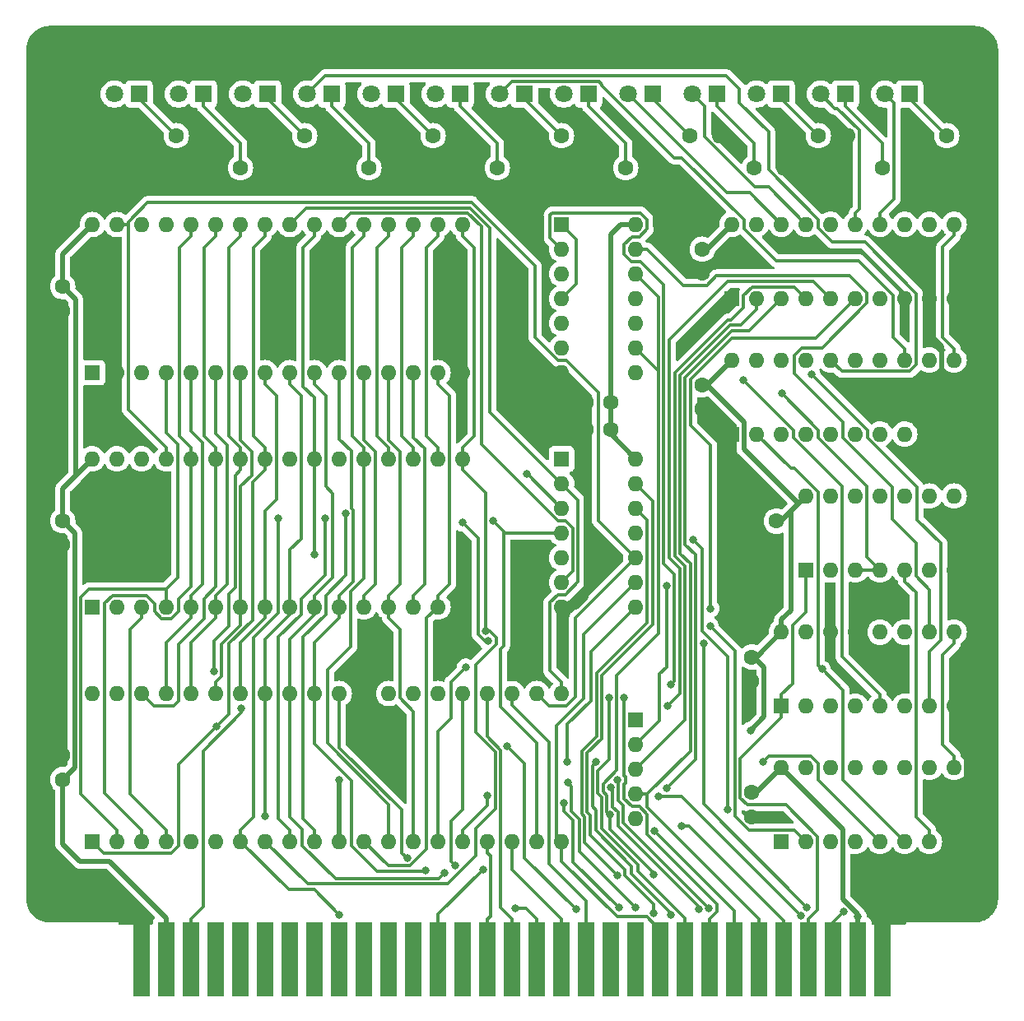
<source format=gbl>
G04 #@! TF.GenerationSoftware,KiCad,Pcbnew,7.0.7*
G04 #@! TF.CreationDate,2023-08-22T19:55:34-04:00*
G04 #@! TF.ProjectId,3 - CPU and memory,33202d20-4350-4552-9061-6e64206d656d,1*
G04 #@! TF.SameCoordinates,Original*
G04 #@! TF.FileFunction,Copper,L2,Bot*
G04 #@! TF.FilePolarity,Positive*
%FSLAX46Y46*%
G04 Gerber Fmt 4.6, Leading zero omitted, Abs format (unit mm)*
G04 Created by KiCad (PCBNEW 7.0.7) date 2023-08-22 19:55:34*
%MOMM*%
%LPD*%
G01*
G04 APERTURE LIST*
G04 #@! TA.AperFunction,ComponentPad*
%ADD10C,1.600000*%
G04 #@! TD*
G04 #@! TA.AperFunction,ComponentPad*
%ADD11O,1.600000X1.600000*%
G04 #@! TD*
G04 #@! TA.AperFunction,ComponentPad*
%ADD12R,1.600000X1.600000*%
G04 #@! TD*
G04 #@! TA.AperFunction,ComponentPad*
%ADD13R,1.800000X1.800000*%
G04 #@! TD*
G04 #@! TA.AperFunction,ComponentPad*
%ADD14C,1.800000*%
G04 #@! TD*
G04 #@! TA.AperFunction,ConnectorPad*
%ADD15R,1.780000X7.620000*%
G04 #@! TD*
G04 #@! TA.AperFunction,ViaPad*
%ADD16C,0.800000*%
G04 #@! TD*
G04 #@! TA.AperFunction,Conductor*
%ADD17C,0.500000*%
G04 #@! TD*
G04 #@! TA.AperFunction,Conductor*
%ADD18C,0.333000*%
G04 #@! TD*
G04 APERTURE END LIST*
D10*
X151892000Y-51816000D03*
D11*
X141732000Y-51816000D03*
D12*
X90429000Y-124465000D03*
D11*
X92969000Y-124465000D03*
X95509000Y-124465000D03*
X98049000Y-124465000D03*
X100589000Y-124465000D03*
X103129000Y-124465000D03*
X105669000Y-124465000D03*
X108209000Y-124465000D03*
X110749000Y-124465000D03*
X113289000Y-124465000D03*
X115829000Y-124465000D03*
X118369000Y-124465000D03*
X120909000Y-124465000D03*
X123449000Y-124465000D03*
X125989000Y-124465000D03*
X128529000Y-124465000D03*
X131069000Y-124465000D03*
X133609000Y-124465000D03*
X136149000Y-124465000D03*
X138689000Y-124465000D03*
X138689000Y-109225000D03*
X136149000Y-109225000D03*
X133609000Y-109225000D03*
X131069000Y-109225000D03*
X128529000Y-109225000D03*
X125989000Y-109225000D03*
X123449000Y-109225000D03*
X120909000Y-109225000D03*
X118369000Y-109225000D03*
X115829000Y-109225000D03*
X113289000Y-109225000D03*
X110749000Y-109225000D03*
X108209000Y-109225000D03*
X105669000Y-109225000D03*
X103129000Y-109225000D03*
X100589000Y-109225000D03*
X98049000Y-109225000D03*
X95509000Y-109225000D03*
X92969000Y-109225000D03*
X90429000Y-109225000D03*
D10*
X87376000Y-67330000D03*
X87376000Y-69830000D03*
X105664000Y-55118000D03*
D11*
X95504000Y-55118000D03*
D10*
X153162000Y-77470000D03*
X153162000Y-79970000D03*
X87376000Y-118090000D03*
X87376000Y-115590000D03*
D13*
X115042000Y-47529000D03*
D14*
X112502000Y-47529000D03*
D10*
X125476000Y-51816000D03*
D11*
X115316000Y-51816000D03*
D10*
X143744000Y-82042000D03*
X141244000Y-82042000D03*
D12*
X156210000Y-82520000D03*
D11*
X158750000Y-82520000D03*
X161290000Y-82520000D03*
X163830000Y-82520000D03*
X166370000Y-82520000D03*
X168910000Y-82520000D03*
X171450000Y-82520000D03*
X173990000Y-82520000D03*
X176530000Y-82520000D03*
X179070000Y-82520000D03*
X179070000Y-74900000D03*
X176530000Y-74900000D03*
X173990000Y-74900000D03*
X171450000Y-74900000D03*
X168910000Y-74900000D03*
X166370000Y-74900000D03*
X163830000Y-74900000D03*
X161290000Y-74900000D03*
X158750000Y-74900000D03*
X156210000Y-74900000D03*
D13*
X167874000Y-47529000D03*
D14*
X165334000Y-47529000D03*
D12*
X163830000Y-96520000D03*
D11*
X166370000Y-96520000D03*
X168910000Y-96520000D03*
X171450000Y-96520000D03*
X173990000Y-96520000D03*
X176530000Y-96520000D03*
X179070000Y-96520000D03*
X179070000Y-88900000D03*
X176530000Y-88900000D03*
X173990000Y-88900000D03*
X171450000Y-88900000D03*
X168910000Y-88900000D03*
X166370000Y-88900000D03*
X163830000Y-88900000D03*
D10*
X160787000Y-91470000D03*
X160787000Y-93970000D03*
D12*
X138694000Y-85085000D03*
D11*
X138694000Y-87625000D03*
X138694000Y-90165000D03*
X138694000Y-92705000D03*
X138694000Y-95245000D03*
X138694000Y-97785000D03*
X138694000Y-100325000D03*
X146314000Y-100325000D03*
X146314000Y-97785000D03*
X146314000Y-95245000D03*
X146314000Y-92705000D03*
X146314000Y-90165000D03*
X146314000Y-87625000D03*
X146314000Y-85085000D03*
D12*
X90424000Y-76205000D03*
D11*
X92964000Y-76205000D03*
X95504000Y-76205000D03*
X98044000Y-76205000D03*
X100584000Y-76205000D03*
X103124000Y-76205000D03*
X105664000Y-76205000D03*
X108204000Y-76205000D03*
X110744000Y-76205000D03*
X113284000Y-76205000D03*
X115824000Y-76205000D03*
X118364000Y-76205000D03*
X120904000Y-76205000D03*
X123444000Y-76205000D03*
X125984000Y-76205000D03*
X128524000Y-76205000D03*
X128524000Y-60965000D03*
X125984000Y-60965000D03*
X123444000Y-60965000D03*
X120904000Y-60965000D03*
X118364000Y-60965000D03*
X115824000Y-60965000D03*
X113284000Y-60965000D03*
X110744000Y-60965000D03*
X108204000Y-60965000D03*
X105664000Y-60965000D03*
X103124000Y-60965000D03*
X100584000Y-60965000D03*
X98044000Y-60965000D03*
X95504000Y-60965000D03*
X92964000Y-60965000D03*
X90424000Y-60965000D03*
D10*
X87376000Y-91440000D03*
X87376000Y-93940000D03*
D12*
X161290000Y-110520000D03*
D11*
X163830000Y-110520000D03*
X166370000Y-110520000D03*
X168910000Y-110520000D03*
X171450000Y-110520000D03*
X173990000Y-110520000D03*
X176530000Y-110520000D03*
X179070000Y-110520000D03*
X179070000Y-102900000D03*
X176530000Y-102900000D03*
X173990000Y-102900000D03*
X171450000Y-102900000D03*
X168910000Y-102900000D03*
X166370000Y-102900000D03*
X163830000Y-102900000D03*
X161290000Y-102900000D03*
D13*
X95230000Y-47529000D03*
D14*
X92690000Y-47529000D03*
D12*
X138694000Y-60955000D03*
D11*
X138694000Y-63495000D03*
X138694000Y-66035000D03*
X138694000Y-68575000D03*
X138694000Y-71115000D03*
X138694000Y-73655000D03*
X138694000Y-76195000D03*
X146314000Y-76195000D03*
X146314000Y-73655000D03*
X146314000Y-71115000D03*
X146314000Y-68575000D03*
X146314000Y-66035000D03*
X146314000Y-63495000D03*
X146314000Y-60955000D03*
D10*
X158252000Y-119410000D03*
X158252000Y-121910000D03*
D13*
X108438000Y-47529000D03*
D14*
X105898000Y-47529000D03*
D10*
X118872000Y-55118000D03*
D11*
X108712000Y-55118000D03*
D10*
X158252000Y-105470000D03*
X158252000Y-107970000D03*
D13*
X121646000Y-47529000D03*
D14*
X119106000Y-47529000D03*
D15*
X171704000Y-136612000D03*
X169164000Y-136612000D03*
X166624000Y-136612000D03*
X164084000Y-136612000D03*
X161544000Y-136612000D03*
X159004000Y-136612000D03*
X156464000Y-136612000D03*
X153924000Y-136612000D03*
X151384000Y-136612000D03*
X148844000Y-136612000D03*
X146304000Y-136612000D03*
X143764000Y-136612000D03*
X141224000Y-136612000D03*
X138684000Y-136612000D03*
X136144000Y-136612000D03*
X133604000Y-136612000D03*
X131064000Y-136612000D03*
X128524000Y-136612000D03*
X125984000Y-136612000D03*
X123444000Y-136612000D03*
X120904000Y-136612000D03*
X118364000Y-136612000D03*
X115824000Y-136612000D03*
X113284000Y-136612000D03*
X110744000Y-136612000D03*
X108204000Y-136612000D03*
X105664000Y-136612000D03*
X103124000Y-136612000D03*
X100584000Y-136612000D03*
X98044000Y-136612000D03*
X95504000Y-136612000D03*
D10*
X178308000Y-51816000D03*
D11*
X168148000Y-51816000D03*
D13*
X134854000Y-47529000D03*
D14*
X132314000Y-47529000D03*
D10*
X99060000Y-51816000D03*
D11*
X88900000Y-51816000D03*
D12*
X161290000Y-124460000D03*
D11*
X163830000Y-124460000D03*
X166370000Y-124460000D03*
X168910000Y-124460000D03*
X171450000Y-124460000D03*
X173990000Y-124460000D03*
X176530000Y-124460000D03*
X179070000Y-124460000D03*
X179070000Y-116840000D03*
X176530000Y-116840000D03*
X173990000Y-116840000D03*
X171450000Y-116840000D03*
X168910000Y-116840000D03*
X166370000Y-116840000D03*
X163830000Y-116840000D03*
X161290000Y-116840000D03*
D13*
X161270000Y-47529000D03*
D14*
X158730000Y-47529000D03*
D13*
X101834000Y-47529000D03*
D14*
X99294000Y-47529000D03*
D13*
X141458000Y-47529000D03*
D14*
X138918000Y-47529000D03*
D13*
X154666000Y-47529000D03*
D14*
X152126000Y-47529000D03*
D10*
X143744000Y-79248000D03*
X141244000Y-79248000D03*
D12*
X156215000Y-68550000D03*
D11*
X158755000Y-68550000D03*
X161295000Y-68550000D03*
X163835000Y-68550000D03*
X166375000Y-68550000D03*
X168915000Y-68550000D03*
X171455000Y-68550000D03*
X173995000Y-68550000D03*
X176535000Y-68550000D03*
X179075000Y-68550000D03*
X179075000Y-60930000D03*
X176535000Y-60930000D03*
X173995000Y-60930000D03*
X171455000Y-60930000D03*
X168915000Y-60930000D03*
X166375000Y-60930000D03*
X163835000Y-60930000D03*
X161295000Y-60930000D03*
X158755000Y-60930000D03*
X156215000Y-60930000D03*
D13*
X174478000Y-47529000D03*
D14*
X171938000Y-47529000D03*
D13*
X148062000Y-47529000D03*
D14*
X145522000Y-47529000D03*
D10*
X165100000Y-51816000D03*
D11*
X154940000Y-51816000D03*
D10*
X138684000Y-51816000D03*
D11*
X128524000Y-51816000D03*
D10*
X171704000Y-55118000D03*
D11*
X161544000Y-55118000D03*
D13*
X128250000Y-47529000D03*
D14*
X125710000Y-47529000D03*
D12*
X90424000Y-100310000D03*
D11*
X92964000Y-100310000D03*
X95504000Y-100310000D03*
X98044000Y-100310000D03*
X100584000Y-100310000D03*
X103124000Y-100310000D03*
X105664000Y-100310000D03*
X108204000Y-100310000D03*
X110744000Y-100310000D03*
X113284000Y-100310000D03*
X115824000Y-100310000D03*
X118364000Y-100310000D03*
X120904000Y-100310000D03*
X123444000Y-100310000D03*
X125984000Y-100310000D03*
X128524000Y-100310000D03*
X128524000Y-85070000D03*
X125984000Y-85070000D03*
X123444000Y-85070000D03*
X120904000Y-85070000D03*
X118364000Y-85070000D03*
X115824000Y-85070000D03*
X113284000Y-85070000D03*
X110744000Y-85070000D03*
X108204000Y-85070000D03*
X105664000Y-85070000D03*
X103124000Y-85070000D03*
X100584000Y-85070000D03*
X98044000Y-85070000D03*
X95504000Y-85070000D03*
X92964000Y-85070000D03*
X90424000Y-85070000D03*
D10*
X158496000Y-55118000D03*
D11*
X148336000Y-55118000D03*
D10*
X112268000Y-51816000D03*
D11*
X102108000Y-51816000D03*
D10*
X153162000Y-63500000D03*
X153162000Y-66000000D03*
X132080000Y-55118000D03*
D11*
X121920000Y-55118000D03*
D10*
X145288000Y-55118000D03*
D11*
X135128000Y-55118000D03*
D12*
X146304000Y-111974000D03*
D11*
X146304000Y-114514000D03*
X146304000Y-117054000D03*
X146304000Y-119594000D03*
X146304000Y-122134000D03*
D16*
X169164000Y-132170200D03*
X158112700Y-113022100D03*
X115824000Y-118110000D03*
X135255000Y-101600000D03*
X118344000Y-115590000D03*
X115570000Y-65405000D03*
X109855000Y-65405000D03*
X135890000Y-60960000D03*
X128524000Y-93980000D03*
X149860000Y-59690000D03*
X128524000Y-69850000D03*
X94615000Y-95885000D03*
X135890000Y-78740000D03*
X94963900Y-132147600D03*
X143625500Y-121642600D03*
X148164900Y-127854900D03*
X148686900Y-119774000D03*
X163321800Y-132058900D03*
X131127500Y-103828300D03*
X163898100Y-131201900D03*
X128494600Y-91639300D03*
X153304700Y-104049300D03*
X144582600Y-131280000D03*
X138942000Y-120459000D03*
X153862800Y-131351800D03*
X144433100Y-118107600D03*
X103182000Y-112649700D03*
X113284000Y-94879300D03*
X143715300Y-118867800D03*
X152796000Y-131425700D03*
X102904600Y-106982900D03*
X149965600Y-132027100D03*
X142235700Y-116276200D03*
X139312800Y-118392100D03*
X146320500Y-131274700D03*
X148188232Y-131864943D03*
X144422100Y-127914700D03*
X133106700Y-114620600D03*
X140179000Y-131420900D03*
X153957800Y-102264400D03*
X108209000Y-121859500D03*
X126652000Y-127723200D03*
X124663300Y-127448900D03*
X122807644Y-126189644D03*
X128831300Y-106508600D03*
X130920700Y-102827900D03*
X109538800Y-91187700D03*
X115824000Y-131979700D03*
X114363900Y-91187700D03*
X116521000Y-90698700D03*
X165475300Y-106720000D03*
X167715200Y-131663100D03*
X151071000Y-122823000D03*
X131073800Y-119692200D03*
X148268100Y-123407100D03*
X131653500Y-91458300D03*
X145137000Y-109629600D03*
X143575300Y-109662600D03*
X149607600Y-110456400D03*
X133919700Y-131298200D03*
X127772300Y-126950000D03*
X149468000Y-98106700D03*
X149467600Y-119003500D03*
X130596500Y-127313000D03*
X139303800Y-116239700D03*
X159421800Y-116239900D03*
X105765900Y-110715300D03*
X161322400Y-78325100D03*
X135128000Y-86614000D03*
X154023700Y-100471500D03*
X152236900Y-93418600D03*
X155786500Y-121139500D03*
X149972300Y-108292300D03*
X157392200Y-76934400D03*
X164397800Y-76351900D03*
D17*
X162285800Y-90444200D02*
X163057900Y-89672100D01*
X162285800Y-100653900D02*
X161290000Y-101649700D01*
X153640000Y-77470000D02*
X157460400Y-81290400D01*
X167620400Y-130365700D02*
X167620400Y-123170400D01*
X143744000Y-61996000D02*
X144785000Y-60955000D01*
X169164000Y-131909300D02*
X167620400Y-130365700D01*
X153640000Y-77470000D02*
X156210000Y-74900000D01*
X87376000Y-67330000D02*
X87376000Y-64013000D01*
X153162000Y-77470000D02*
X153640000Y-77470000D01*
X163057900Y-89672100D02*
X163830000Y-88900000D01*
X87376000Y-64013000D02*
X90424000Y-60965000D01*
X88713900Y-86780100D02*
X90424000Y-85070000D01*
X161290000Y-102900000D02*
X161290000Y-101649700D01*
X144785000Y-60955000D02*
X146314000Y-60955000D01*
X158252000Y-105470000D02*
X158486000Y-105470000D01*
X87376000Y-124714000D02*
X87376000Y-118090000D01*
X159533300Y-111601500D02*
X158112700Y-113022100D01*
X157460400Y-84074600D02*
X163057900Y-89672100D01*
X160787000Y-91470000D02*
X161260000Y-91470000D01*
X159533300Y-106517300D02*
X159533300Y-111601500D01*
X153162000Y-63500000D02*
X153645000Y-63500000D01*
X92179800Y-126487500D02*
X89149500Y-126487500D01*
X87376000Y-118090000D02*
X88626300Y-116839700D01*
X88713900Y-68667900D02*
X87376000Y-67330000D01*
X88713900Y-86780100D02*
X88713900Y-68667900D01*
X98044000Y-136612000D02*
X98044000Y-132351700D01*
X158720000Y-105470000D02*
X161290000Y-102900000D01*
X98044000Y-132351700D02*
X92179800Y-126487500D01*
X87376000Y-88118000D02*
X88713900Y-86780100D01*
X87376000Y-91440000D02*
X87376000Y-88118000D01*
X143744000Y-82042000D02*
X143744000Y-79248000D01*
X88626300Y-116839700D02*
X88626300Y-92690300D01*
X89149500Y-126487500D02*
X87376000Y-124714000D01*
X158486000Y-105470000D02*
X158720000Y-105470000D01*
X157460400Y-81290400D02*
X157460400Y-84074600D01*
X143744000Y-82515000D02*
X146314000Y-85085000D01*
X158486000Y-105470000D02*
X159533300Y-106517300D01*
X158252000Y-119410000D02*
X158720000Y-119410000D01*
X88626300Y-92690300D02*
X87376000Y-91440000D01*
X153645000Y-63500000D02*
X156215000Y-60930000D01*
X143744000Y-79248000D02*
X143744000Y-61996000D01*
X162285800Y-90444200D02*
X162285800Y-100653900D01*
X115824000Y-118110000D02*
X115829000Y-118115000D01*
X169164000Y-132170200D02*
X169164000Y-131909300D01*
X158720000Y-119410000D02*
X161290000Y-116840000D01*
X167620400Y-123170400D02*
X161290000Y-116840000D01*
X161260000Y-91470000D02*
X162285800Y-90444200D01*
X169164000Y-136612000D02*
X169164000Y-132170200D01*
X143744000Y-82042000D02*
X143744000Y-82515000D01*
X115829000Y-118115000D02*
X115829000Y-124465000D01*
X128524000Y-93980000D02*
X128524000Y-100310000D01*
X171704000Y-131826000D02*
X179070000Y-124460000D01*
X138430000Y-55118000D02*
X141732000Y-51816000D01*
X179070000Y-124460000D02*
X179070000Y-123209700D01*
X121920000Y-55118000D02*
X125222000Y-55118000D01*
X179070000Y-111770300D02*
X180344100Y-113044400D01*
X95504000Y-55118000D02*
X98806000Y-55118000D01*
X179070000Y-110520000D02*
X179070000Y-111770300D01*
X171704000Y-136612000D02*
X171704000Y-131826000D01*
X164846000Y-55118000D02*
X168148000Y-51816000D01*
X128524000Y-69850000D02*
X128524000Y-76205000D01*
X177800000Y-73518300D02*
X177800000Y-79999700D01*
X138694000Y-76698000D02*
X141244000Y-79248000D01*
X140213000Y-100325000D02*
X138694000Y-100325000D01*
X180344100Y-113044400D02*
X180344100Y-121935600D01*
X141244000Y-99294000D02*
X140213000Y-100325000D01*
X177800000Y-79999700D02*
X179070000Y-81269700D01*
X118369000Y-109225000D02*
X118369000Y-115565000D01*
X141244000Y-82042000D02*
X141244000Y-99294000D01*
X153162000Y-66000000D02*
X148336000Y-61174000D01*
X95504000Y-132687700D02*
X94963900Y-132147600D01*
X161544000Y-55118000D02*
X164846000Y-55118000D01*
X148336000Y-55118000D02*
X148336000Y-56368300D01*
X95504000Y-136612000D02*
X95504000Y-132687700D01*
X148336000Y-57404000D02*
X148336000Y-56368300D01*
X140716000Y-57404000D02*
X148336000Y-57404000D01*
X179070000Y-82520000D02*
X179070000Y-81269700D01*
X138694000Y-76195000D02*
X138694000Y-76698000D01*
X141244000Y-82042000D02*
X141244000Y-79248000D01*
X87376000Y-93940000D02*
X87376000Y-115590000D01*
X135128000Y-55118000D02*
X138430000Y-55118000D01*
X156210000Y-89393000D02*
X156210000Y-82520000D01*
X176535000Y-72253300D02*
X177800000Y-73518300D01*
X98806000Y-55118000D02*
X102108000Y-51816000D01*
X176535000Y-68550000D02*
X176535000Y-72253300D01*
X125222000Y-55118000D02*
X128524000Y-51816000D01*
X138430000Y-55118000D02*
X140716000Y-57404000D01*
X148336000Y-61174000D02*
X148336000Y-57404000D01*
X180344100Y-121935600D02*
X179070000Y-123209700D01*
X118369000Y-115565000D02*
X118344000Y-115590000D01*
X160787000Y-93970000D02*
X156210000Y-89393000D01*
D18*
X95230000Y-47529000D02*
X95230000Y-47986000D01*
X95230000Y-47986000D02*
X99060000Y-51816000D01*
X145288000Y-52625800D02*
X141458000Y-48795800D01*
X145288000Y-55118000D02*
X145288000Y-52625800D01*
X141458000Y-47529000D02*
X141458000Y-48795800D01*
X105664000Y-52625800D02*
X105664000Y-55118000D01*
X101834000Y-47529000D02*
X101834000Y-48795800D01*
X101834000Y-48795800D02*
X105664000Y-52625800D01*
X148062000Y-47986000D02*
X148062000Y-47529000D01*
X151892000Y-51816000D02*
X148062000Y-47986000D01*
X145522000Y-47529000D02*
X155676500Y-57683500D01*
X161295000Y-60930000D02*
X158048500Y-57683500D01*
X158048500Y-57683500D02*
X155676500Y-57683500D01*
X112268000Y-51816000D02*
X108438000Y-47986000D01*
X108438000Y-47986000D02*
X108438000Y-47529000D01*
X158496000Y-55118000D02*
X158496000Y-52625800D01*
X154666000Y-47529000D02*
X154666000Y-48795800D01*
X158496000Y-52625800D02*
X154666000Y-48795800D01*
X159993150Y-57088150D02*
X158557850Y-57088150D01*
X163835000Y-60930000D02*
X159993150Y-57088150D01*
X158557850Y-57088150D02*
X153399100Y-51929400D01*
X153399100Y-48802100D02*
X152126000Y-47529000D01*
X153399100Y-51929400D02*
X153399100Y-48802100D01*
X118872000Y-55118000D02*
X118872000Y-52625800D01*
X115042000Y-47529000D02*
X115042000Y-48795800D01*
X118872000Y-52625800D02*
X115042000Y-48795800D01*
X175179000Y-68072200D02*
X175179000Y-75366200D01*
X165105000Y-61311600D02*
X166561200Y-62767800D01*
X165105000Y-60452200D02*
X165105000Y-61311600D01*
X169874600Y-62767800D02*
X175179000Y-68072200D01*
X166370000Y-74900000D02*
X167541300Y-76071300D01*
X159979000Y-51427600D02*
X159979000Y-55326200D01*
X166561200Y-62767800D02*
X169874600Y-62767800D01*
X112502000Y-47529000D02*
X114369800Y-45661200D01*
X155643200Y-45661200D02*
X156972000Y-46990000D01*
X156972000Y-46990000D02*
X156972000Y-48420600D01*
X114369800Y-45661200D02*
X155643200Y-45661200D01*
X156972000Y-48420600D02*
X159979000Y-51427600D01*
X159979000Y-55326200D02*
X165105000Y-60452200D01*
X175179000Y-75366200D02*
X174473900Y-76071300D01*
X167541300Y-76071300D02*
X174473900Y-76071300D01*
X165100000Y-51816000D02*
X161270000Y-47986000D01*
X161270000Y-47986000D02*
X161270000Y-47529000D01*
X121646000Y-47529000D02*
X121646000Y-47986000D01*
X121646000Y-47986000D02*
X125476000Y-51816000D01*
X167874000Y-47529000D02*
X167874000Y-48795800D01*
X171704000Y-55118000D02*
X171704000Y-52625800D01*
X171704000Y-52625800D02*
X167874000Y-48795800D01*
X167045600Y-48993600D02*
X166798600Y-48993600D01*
X168915000Y-60930000D02*
X168915000Y-59763200D01*
X168915000Y-59763200D02*
X169324500Y-59353700D01*
X169324500Y-59353700D02*
X169324500Y-51272500D01*
X166798600Y-48993600D02*
X165334000Y-47529000D01*
X169324500Y-51272500D02*
X167045600Y-48993600D01*
X132080000Y-55118000D02*
X132080000Y-52625800D01*
X128250000Y-47529000D02*
X128250000Y-48795800D01*
X132080000Y-52625800D02*
X128250000Y-48795800D01*
X178308000Y-51816000D02*
X174478000Y-47986000D01*
X174478000Y-47986000D02*
X174478000Y-47529000D01*
X171455000Y-60930000D02*
X171455000Y-59763200D01*
X171938000Y-47529000D02*
X172881900Y-48472900D01*
X172881900Y-48472900D02*
X172881900Y-58336300D01*
X172881900Y-58336300D02*
X171455000Y-59763200D01*
X138684000Y-51816000D02*
X134854000Y-47986000D01*
X134854000Y-47986000D02*
X134854000Y-47529000D01*
X150292300Y-54090800D02*
X151074800Y-54090800D01*
X142554100Y-46262100D02*
X142825200Y-46533200D01*
X157485000Y-61398800D02*
X160791700Y-64705500D01*
X142825200Y-46623700D02*
X150292300Y-54090800D01*
X172823200Y-68254800D02*
X172823200Y-72566400D01*
X133580900Y-46262100D02*
X142554100Y-46262100D01*
X132314000Y-47529000D02*
X133580900Y-46262100D01*
X172823200Y-72566400D02*
X173990000Y-73733200D01*
X142825200Y-46533200D02*
X142825200Y-46623700D01*
X157485000Y-60501000D02*
X157485000Y-61398800D01*
X160791700Y-64705500D02*
X169273900Y-64705500D01*
X169273900Y-64705500D02*
X172823200Y-68254800D01*
X151074800Y-54090800D02*
X157485000Y-60501000D01*
X173990000Y-74900000D02*
X173990000Y-73733200D01*
X143625500Y-121642600D02*
X143366500Y-121383600D01*
X143625500Y-123181700D02*
X143625500Y-121642600D01*
X148164900Y-127854900D02*
X148164900Y-127721100D01*
X148666500Y-103009100D02*
X148666500Y-76007500D01*
X142948500Y-119287200D02*
X142948500Y-118507800D01*
X142948500Y-118507800D02*
X144342100Y-117114200D01*
X138694000Y-68575000D02*
X140208000Y-67061000D01*
X148164900Y-127721100D02*
X143625500Y-123181700D01*
X143366500Y-119705200D02*
X142948500Y-119287200D01*
X148666500Y-68387500D02*
X146314000Y-66035000D01*
X143366500Y-121383600D02*
X143366500Y-119705200D01*
X144342100Y-107333500D02*
X148666500Y-103009100D01*
X140208000Y-62469000D02*
X138694000Y-60955000D01*
X140208000Y-67061000D02*
X140208000Y-62469000D01*
X144342100Y-117114200D02*
X144342100Y-107333500D01*
X148666500Y-76007500D02*
X146314000Y-73655000D01*
X148666500Y-76007500D02*
X148666500Y-68387500D01*
X151036900Y-119774000D02*
X163321800Y-132058900D01*
X148686900Y-119774000D02*
X151036900Y-119774000D01*
X95504000Y-100310000D02*
X95504000Y-101476800D01*
X98049000Y-124465000D02*
X98049000Y-123298200D01*
X94318100Y-119567300D02*
X98049000Y-123298200D01*
X94318100Y-102662700D02*
X94318100Y-119567300D01*
X95504000Y-101476800D02*
X94318100Y-102662700D01*
X99417200Y-63298600D02*
X100584000Y-62131800D01*
X95509000Y-123298200D02*
X91699000Y-119488200D01*
X130113400Y-93258100D02*
X130113400Y-103115100D01*
X99314000Y-99513000D02*
X100584000Y-98243000D01*
X100584000Y-83903200D02*
X99417200Y-82736400D01*
X96827100Y-100790800D02*
X97549900Y-101513600D01*
X98557600Y-101513600D02*
X99314000Y-100757200D01*
X95986900Y-99127900D02*
X96827100Y-99968100D01*
X91699000Y-119488200D02*
X91699000Y-99924500D01*
X91699000Y-99924500D02*
X92495600Y-99127900D01*
X100584000Y-85070000D02*
X100584000Y-83903200D01*
X100584000Y-60965000D02*
X100584000Y-62131800D01*
X95509000Y-124465000D02*
X95509000Y-123298200D01*
X163898100Y-131201900D02*
X153304700Y-120608500D01*
X96827100Y-99968100D02*
X96827100Y-100790800D01*
X92495600Y-99127900D02*
X95986900Y-99127900D01*
X97549900Y-101513600D02*
X98557600Y-101513600D01*
X99417200Y-82736400D02*
X99417200Y-63298600D01*
X128494600Y-91639300D02*
X130113400Y-93258100D01*
X130826600Y-103828300D02*
X131127500Y-103828300D01*
X100584000Y-98243000D02*
X100584000Y-85070000D01*
X130113400Y-103115100D02*
X130826600Y-103828300D01*
X99314000Y-100757200D02*
X99314000Y-99513000D01*
X153304700Y-120608500D02*
X153304700Y-104049300D01*
X92969000Y-124465000D02*
X92969000Y-123298200D01*
X139855800Y-126553200D02*
X139855800Y-122228800D01*
X138942000Y-121315000D02*
X138942000Y-120459000D01*
X99217100Y-83567800D02*
X98044000Y-82394700D01*
X144582600Y-131280000D02*
X139855800Y-126553200D01*
X89257000Y-99297100D02*
X89257000Y-119586200D01*
X99217100Y-97272500D02*
X99217100Y-83567800D01*
X98044000Y-100310000D02*
X98044000Y-98445600D01*
X98044000Y-98445600D02*
X99217100Y-97272500D01*
X98044000Y-82394700D02*
X98044000Y-76205000D01*
X89257000Y-119586200D02*
X92969000Y-123298200D01*
X90108500Y-98445600D02*
X89257000Y-99297100D01*
X139855800Y-122228800D02*
X138942000Y-121315000D01*
X98044000Y-98445600D02*
X90108500Y-98445600D01*
X106934000Y-101660600D02*
X106934000Y-87506800D01*
X91595800Y-125631800D02*
X90429000Y-124465000D01*
X144433100Y-118107600D02*
X144492800Y-118167300D01*
X104502100Y-104092500D02*
X106934000Y-101660600D01*
X104502100Y-111329600D02*
X104502100Y-104092500D01*
X98559600Y-125631800D02*
X99319000Y-124872400D01*
X145044400Y-120750100D02*
X145044400Y-122533400D01*
X108204000Y-84486600D02*
X108204000Y-83903200D01*
X107037200Y-82736400D02*
X107037200Y-63298600D01*
X103182000Y-112649700D02*
X104502100Y-111329600D01*
X145044400Y-122533400D02*
X153862800Y-131351800D01*
X108204000Y-84486600D02*
X108204000Y-85070000D01*
X144492800Y-120198500D02*
X145044400Y-120750100D01*
X108204000Y-86236800D02*
X108204000Y-85070000D01*
X99319000Y-116512700D02*
X103182000Y-112649700D01*
X99319000Y-124872400D02*
X99319000Y-116512700D01*
X107037200Y-63298600D02*
X108204000Y-62131800D01*
X98559600Y-125631800D02*
X91595800Y-125631800D01*
X108204000Y-83903200D02*
X107037200Y-82736400D01*
X108204000Y-60965000D02*
X108204000Y-62131800D01*
X144492800Y-118167300D02*
X144492800Y-120198500D01*
X106934000Y-87506800D02*
X108204000Y-86236800D01*
X112117200Y-77606400D02*
X113284000Y-78773200D01*
X112117200Y-63298600D02*
X112117200Y-77606400D01*
X113284000Y-78773200D02*
X113284000Y-83903200D01*
X113284000Y-84486600D02*
X113284000Y-83903200D01*
X113284000Y-85070000D02*
X113284000Y-94879300D01*
X143959400Y-119111900D02*
X143959400Y-120891900D01*
X113284000Y-84486600D02*
X113284000Y-85070000D01*
X143959400Y-120891900D02*
X144511000Y-121443500D01*
X152796000Y-131126700D02*
X152796000Y-131425700D01*
X113284000Y-60965000D02*
X113284000Y-62131800D01*
X144511000Y-121443500D02*
X144511000Y-122841700D01*
X113284000Y-62131800D02*
X112117200Y-63298600D01*
X143715300Y-118867800D02*
X143959400Y-119111900D01*
X144511000Y-122841700D02*
X152796000Y-131126700D01*
X105664000Y-60965000D02*
X105664000Y-62131800D01*
X142236700Y-121215500D02*
X142236700Y-123304770D01*
X104497200Y-63298600D02*
X105664000Y-62131800D01*
X105664000Y-84486600D02*
X105664000Y-85070000D01*
X105130600Y-86770200D02*
X105130600Y-98275200D01*
X104454500Y-98951300D02*
X104454500Y-102254200D01*
X102904600Y-103804100D02*
X102904600Y-106982900D01*
X145910700Y-126978770D02*
X145910700Y-127765500D01*
X105664000Y-83903200D02*
X104497200Y-82736400D01*
X141855600Y-120834400D02*
X142236700Y-121215500D01*
X141855600Y-116656300D02*
X141855600Y-120834400D01*
X105130600Y-98275200D02*
X104454500Y-98951300D01*
X105664000Y-85070000D02*
X105664000Y-86236800D01*
X142236700Y-123304770D02*
X145910700Y-126978770D01*
X145910700Y-127765500D02*
X149965600Y-131820400D01*
X105664000Y-86236800D02*
X105130600Y-86770200D01*
X142235700Y-116276200D02*
X141855600Y-116656300D01*
X149965600Y-131820400D02*
X149965600Y-132027100D01*
X104454500Y-102254200D02*
X102904600Y-103804100D01*
X105664000Y-84486600D02*
X105664000Y-83903200D01*
X104497200Y-82736400D02*
X104497200Y-63298600D01*
X103124000Y-85070000D02*
X103124000Y-98243000D01*
X98806000Y-110490000D02*
X96774000Y-110490000D01*
X103124000Y-85070000D02*
X103124000Y-83903200D01*
X103124000Y-98243000D02*
X101914500Y-99452500D01*
X99319000Y-109977000D02*
X98806000Y-110490000D01*
X139708000Y-118787300D02*
X139312800Y-118392100D01*
X101914500Y-99452500D02*
X101914500Y-101524800D01*
X101914500Y-101524800D02*
X99319000Y-104120300D01*
X103124000Y-83903200D02*
X101957200Y-82736400D01*
X140532200Y-122150900D02*
X139708000Y-121326700D01*
X146320500Y-131274700D02*
X140532200Y-125486400D01*
X101957200Y-82736400D02*
X101957200Y-63298600D01*
X101957200Y-63298600D02*
X103124000Y-62131800D01*
X96774000Y-110490000D02*
X95509000Y-109225000D01*
X103124000Y-60965000D02*
X103124000Y-62131800D01*
X139708000Y-121326700D02*
X139708000Y-118787300D01*
X99319000Y-104120300D02*
X99319000Y-109977000D01*
X140532200Y-125486400D02*
X140532200Y-122150900D01*
X141644200Y-123775800D02*
X145189000Y-127320600D01*
X146314000Y-87625000D02*
X148074500Y-89385500D01*
X101750800Y-97976400D02*
X100584000Y-99143200D01*
X142808400Y-107358600D02*
X142808400Y-113876500D01*
X141321900Y-121431900D02*
X141644200Y-121754200D01*
X148188232Y-130923432D02*
X148188232Y-131864943D01*
X141644200Y-121754200D02*
X141644200Y-123775800D01*
X100584000Y-76205000D02*
X100584000Y-82250900D01*
X145189000Y-127320600D02*
X145189000Y-127924200D01*
X100584000Y-99726600D02*
X100584000Y-99143200D01*
X142808400Y-113876500D02*
X141321900Y-115363000D01*
X100584000Y-99726600D02*
X100584000Y-100310000D01*
X100584000Y-82250900D02*
X101750800Y-83417700D01*
X98049000Y-104011800D02*
X98049000Y-109225000D01*
X148074500Y-102092500D02*
X142808400Y-107358600D01*
X148074500Y-89385500D02*
X148074500Y-102092500D01*
X101750800Y-83417700D02*
X101750800Y-97976400D01*
X100584000Y-101476800D02*
X98049000Y-104011800D01*
X145189000Y-127924200D02*
X148188232Y-130923432D01*
X100584000Y-100310000D02*
X100584000Y-101476800D01*
X141321900Y-115363000D02*
X141321900Y-121431900D01*
X100589000Y-104011800D02*
X103124000Y-101476800D01*
X144422100Y-127914700D02*
X141065500Y-124558100D01*
X142275100Y-113655500D02*
X142275100Y-107137600D01*
X104290800Y-97976400D02*
X103124000Y-99143200D01*
X103124000Y-99726600D02*
X103124000Y-100310000D01*
X103124000Y-76205000D02*
X103124000Y-82501800D01*
X100589000Y-109225000D02*
X100589000Y-108058200D01*
X147496400Y-91347400D02*
X147496400Y-101916300D01*
X140757400Y-121621800D02*
X140757400Y-115173200D01*
X103124000Y-100310000D02*
X103124000Y-101476800D01*
X104290800Y-83668600D02*
X104290800Y-97976400D01*
X103124000Y-82501800D02*
X104290800Y-83668600D01*
X140757400Y-115173200D02*
X142275100Y-113655500D01*
X141065500Y-124558100D02*
X141065500Y-121929900D01*
X103124000Y-99726600D02*
X103124000Y-99143200D01*
X100589000Y-108058200D02*
X100589000Y-104011800D01*
X146314000Y-90165000D02*
X147496400Y-91347400D01*
X142275100Y-107137600D02*
X147496400Y-101916300D01*
X141065500Y-121929900D02*
X140757400Y-121621800D01*
X105664000Y-83148900D02*
X106837100Y-84322000D01*
X106837100Y-86758300D02*
X105664000Y-87931400D01*
X105664000Y-102176300D02*
X103711200Y-104129100D01*
X103711200Y-104129100D02*
X103711200Y-107476000D01*
X133106700Y-114620600D02*
X134879000Y-116392900D01*
X134879000Y-116392900D02*
X134879000Y-126120900D01*
X103129000Y-109225000D02*
X103129000Y-108058200D01*
X106837100Y-84322000D02*
X106837100Y-86758300D01*
X103711200Y-107476000D02*
X103129000Y-108058200D01*
X105664000Y-87931400D02*
X105664000Y-100310000D01*
X134879000Y-126120900D02*
X140179000Y-131420900D01*
X105664000Y-101476800D02*
X105664000Y-102176300D01*
X105664000Y-76205000D02*
X105664000Y-83148900D01*
X105664000Y-100310000D02*
X105664000Y-101476800D01*
X157979100Y-123293200D02*
X162663200Y-123293200D01*
X156553300Y-120607600D02*
X156524700Y-120579000D01*
X108204000Y-90454600D02*
X108204000Y-100310000D01*
X157979100Y-123293200D02*
X156553300Y-121867400D01*
X108204000Y-100310000D02*
X108204000Y-101476800D01*
X162663200Y-123293200D02*
X163830000Y-124460000D01*
X109385600Y-78553400D02*
X109385600Y-89273000D01*
X108204000Y-77371800D02*
X109385600Y-78553400D01*
X105669000Y-109225000D02*
X105669000Y-104011800D01*
X109385600Y-89273000D02*
X108204000Y-90454600D01*
X156524700Y-104831300D02*
X153957800Y-102264400D01*
X105669000Y-104011800D02*
X108204000Y-101476800D01*
X156524700Y-120579000D02*
X156524700Y-104831300D01*
X156553300Y-121867400D02*
X156553300Y-120607600D01*
X108204000Y-76205000D02*
X108204000Y-77371800D01*
X108209000Y-103637000D02*
X108204000Y-103632000D01*
X108209000Y-109225000D02*
X108209000Y-110391800D01*
X110744000Y-100310000D02*
X110744000Y-101092000D01*
X110744000Y-77371800D02*
X111910800Y-78538600D01*
X110744000Y-94436600D02*
X111910800Y-93269800D01*
X108209000Y-109225000D02*
X108209000Y-103637000D01*
X111910800Y-78538600D02*
X111910800Y-93269800D01*
X110744000Y-101092000D02*
X108204000Y-103632000D01*
X108209000Y-110391800D02*
X108209000Y-121859500D01*
X110744000Y-76205000D02*
X110744000Y-77371800D01*
X110744000Y-100310000D02*
X110744000Y-94436600D01*
X110744000Y-100893400D02*
X110744000Y-100310000D01*
X114450800Y-87912400D02*
X115151000Y-88612600D01*
X112019000Y-124865300D02*
X115433800Y-128280100D01*
X110749000Y-103637000D02*
X110744000Y-103632000D01*
X113284000Y-100310000D02*
X113284000Y-101092000D01*
X113284000Y-77371800D02*
X114450800Y-78538600D01*
X113284000Y-101092000D02*
X110744000Y-103632000D01*
X115151000Y-97276200D02*
X113284000Y-99143200D01*
X110749000Y-109225000D02*
X110749000Y-103637000D01*
X114450800Y-78538600D02*
X114450800Y-87912400D01*
X115433800Y-128280100D02*
X126095100Y-128280100D01*
X126095100Y-128280100D02*
X126652000Y-127723200D01*
X113284000Y-76205000D02*
X113284000Y-77371800D01*
X115151000Y-88612600D02*
X115151000Y-97276200D01*
X110749000Y-109225000D02*
X110749000Y-121896800D01*
X112019000Y-123166800D02*
X112019000Y-124865300D01*
X113284000Y-100310000D02*
X113284000Y-99143200D01*
X113284000Y-100893400D02*
X113284000Y-100310000D01*
X110749000Y-121896800D02*
X112019000Y-123166800D01*
X113289000Y-108641600D02*
X113289000Y-108058200D01*
X113289000Y-109225000D02*
X113289000Y-114422100D01*
X113289000Y-114422100D02*
X117099000Y-118232100D01*
X115824000Y-100893400D02*
X115824000Y-101476800D01*
X117048700Y-90141900D02*
X117287800Y-90381000D01*
X117099000Y-124898100D02*
X119721500Y-127520600D01*
X117099000Y-118232100D02*
X117099000Y-124898100D01*
X115824000Y-100893400D02*
X115824000Y-100310000D01*
X124591600Y-127520600D02*
X124663300Y-127448900D01*
X113289000Y-104011800D02*
X115824000Y-101476800D01*
X117048700Y-84288000D02*
X117048700Y-90141900D01*
X113289000Y-108641600D02*
X113289000Y-109225000D01*
X119721500Y-127520600D02*
X124591600Y-127520600D01*
X113289000Y-108058200D02*
X113289000Y-104011800D01*
X117287800Y-97679400D02*
X115824000Y-99143200D01*
X115824000Y-100310000D02*
X115824000Y-99143200D01*
X117287800Y-90381000D02*
X117287800Y-97679400D01*
X115824000Y-83063300D02*
X117048700Y-84288000D01*
X115824000Y-76205000D02*
X115824000Y-83063300D01*
X122243400Y-125625400D02*
X122807644Y-126189644D01*
X118364000Y-99143200D02*
X119537100Y-97970100D01*
X118364000Y-83148900D02*
X118364000Y-76205000D01*
X119537100Y-97970100D02*
X119537100Y-84322000D01*
X115829000Y-114784800D02*
X122243400Y-121199200D01*
X122243400Y-121199200D02*
X122243400Y-125625400D01*
X119537100Y-84322000D02*
X118364000Y-83148900D01*
X115829000Y-109225000D02*
X115829000Y-114784800D01*
X118364000Y-100310000D02*
X118364000Y-99143200D01*
X122077100Y-84322000D02*
X120904000Y-83148900D01*
X120904000Y-100893400D02*
X120904000Y-101476800D01*
X120904000Y-99143200D02*
X122077100Y-97970100D01*
X122075900Y-109691000D02*
X123449000Y-111064100D01*
X120904000Y-83148900D02*
X120904000Y-76205000D01*
X120904000Y-100310000D02*
X120904000Y-99143200D01*
X120904000Y-100893400D02*
X120904000Y-100310000D01*
X122075900Y-102648700D02*
X122075900Y-109691000D01*
X120904000Y-101476800D02*
X122075900Y-102648700D01*
X123449000Y-111064100D02*
X123449000Y-124465000D01*
X122077100Y-97970100D02*
X122077100Y-84322000D01*
X125989000Y-113087900D02*
X125989000Y-124465000D01*
X124610800Y-97976400D02*
X123444000Y-99143200D01*
X128831300Y-106508600D02*
X127339000Y-108000900D01*
X123444000Y-82869700D02*
X124610800Y-84036500D01*
X123444000Y-76205000D02*
X123444000Y-82869700D01*
X123444000Y-99726600D02*
X123444000Y-100310000D01*
X127339000Y-108000900D02*
X127339000Y-111737900D01*
X123444000Y-99726600D02*
X123444000Y-99143200D01*
X127339000Y-111737900D02*
X125989000Y-113087900D01*
X124610800Y-84036500D02*
X124610800Y-97976400D01*
X127150800Y-97976400D02*
X127150800Y-78538600D01*
X118369000Y-124465000D02*
X120861800Y-126957800D01*
X125984000Y-99143200D02*
X127150800Y-97976400D01*
X125984000Y-99726600D02*
X125984000Y-100310000D01*
X125984000Y-99726600D02*
X125984000Y-99143200D01*
X124817200Y-125263376D02*
X123122776Y-126957800D01*
X120861800Y-126957800D02*
X123122776Y-126957800D01*
X125984000Y-100310000D02*
X124817200Y-101476800D01*
X124817200Y-101476800D02*
X124817200Y-125263376D01*
X125984000Y-76205000D02*
X125984000Y-77371800D01*
X127150800Y-78538600D02*
X125984000Y-77371800D01*
X128524000Y-85653400D02*
X128524000Y-86236800D01*
X129848000Y-113200600D02*
X131858400Y-115211000D01*
X130886700Y-88599500D02*
X130886700Y-102793900D01*
X128524000Y-85070000D02*
X128524000Y-83903200D01*
X128524000Y-60965000D02*
X128524000Y-62131800D01*
X130920700Y-102827900D02*
X131266300Y-102827900D01*
X129878100Y-123090700D02*
X129878100Y-125946100D01*
X131858400Y-115211000D02*
X131858400Y-121110400D01*
X112562000Y-128818000D02*
X127006200Y-128818000D01*
X129690800Y-63298600D02*
X128524000Y-62131800D01*
X128524000Y-85653400D02*
X128524000Y-85070000D01*
X129690800Y-82736400D02*
X129690800Y-63298600D01*
X108209000Y-124465000D02*
X112562000Y-128818000D01*
X131858400Y-121110400D02*
X129878100Y-123090700D01*
X129848000Y-106253900D02*
X129848000Y-113200600D01*
X131944500Y-103506100D02*
X131944500Y-104157400D01*
X128524000Y-83903200D02*
X129690800Y-82736400D01*
X129878100Y-125946100D02*
X127006200Y-128818000D01*
X131944500Y-104157400D02*
X129848000Y-106253900D01*
X131266300Y-102827900D02*
X131944500Y-103506100D01*
X130886700Y-102793900D02*
X130920700Y-102827900D01*
X128524000Y-86236800D02*
X130886700Y-88599500D01*
X125984000Y-60965000D02*
X125984000Y-62131800D01*
X109538800Y-100896300D02*
X109538800Y-91187700D01*
X107006200Y-103428900D02*
X109538800Y-100896300D01*
X105669000Y-124465000D02*
X110617000Y-129413000D01*
X105669000Y-123298200D02*
X107006200Y-121961000D01*
X124817200Y-63298600D02*
X125984000Y-62131800D01*
X125984000Y-84486600D02*
X125984000Y-85070000D01*
X107006200Y-121961000D02*
X107006200Y-103428900D01*
X105669000Y-124465000D02*
X105669000Y-123298200D01*
X125984000Y-84486600D02*
X125984000Y-83903200D01*
X115824000Y-131979700D02*
X113257300Y-129413000D01*
X124817200Y-82736400D02*
X124817200Y-63298600D01*
X113257300Y-129413000D02*
X110617000Y-129413000D01*
X125984000Y-83903200D02*
X124817200Y-82736400D01*
X122277200Y-63298600D02*
X123444000Y-62131800D01*
X123444000Y-60965000D02*
X123444000Y-62131800D01*
X122277200Y-82736400D02*
X122277200Y-63298600D01*
X123444000Y-85070000D02*
X123444000Y-83903200D01*
X111910800Y-101064300D02*
X111910800Y-99464800D01*
X123444000Y-83903200D02*
X122277200Y-82736400D01*
X114363900Y-91187700D02*
X114363900Y-97011700D01*
X109547500Y-103427600D02*
X111910800Y-101064300D01*
X109547500Y-122096700D02*
X109547500Y-103427600D01*
X110749000Y-123298200D02*
X109547500Y-122096700D01*
X114363900Y-97011700D02*
X111910800Y-99464800D01*
X110749000Y-124465000D02*
X110749000Y-123298200D01*
X120904000Y-85070000D02*
X120904000Y-83903200D01*
X114450800Y-99115000D02*
X114450800Y-101064300D01*
X120904000Y-83903200D02*
X119737200Y-82736400D01*
X112122200Y-103392900D02*
X112122200Y-122131400D01*
X119737200Y-63298600D02*
X120904000Y-62131800D01*
X114450800Y-101064300D02*
X112122200Y-103392900D01*
X119737200Y-82736400D02*
X119737200Y-63298600D01*
X120904000Y-60965000D02*
X120904000Y-62131800D01*
X113289000Y-124465000D02*
X113289000Y-123298200D01*
X116521000Y-97044800D02*
X114450800Y-99115000D01*
X112122200Y-122131400D02*
X113289000Y-123298200D01*
X116521000Y-90698700D02*
X116521000Y-97044800D01*
X114621700Y-114331800D02*
X120909000Y-120619100D01*
X117197200Y-82736400D02*
X117197200Y-63298600D01*
X120909000Y-120619100D02*
X120909000Y-124465000D01*
X118364000Y-60965000D02*
X118364000Y-62131800D01*
X117197200Y-63298600D02*
X118364000Y-62131800D01*
X116990800Y-104400100D02*
X114621700Y-106769200D01*
X118364000Y-85070000D02*
X118364000Y-97357500D01*
X118364000Y-84486600D02*
X118364000Y-85070000D01*
X118364000Y-83903200D02*
X117197200Y-82736400D01*
X118364000Y-97357500D02*
X116990800Y-98730700D01*
X114621700Y-106769200D02*
X114621700Y-114331800D01*
X116990800Y-98730700D02*
X116990800Y-104400100D01*
X118364000Y-84486600D02*
X118364000Y-83903200D01*
X162271400Y-86041400D02*
X162624600Y-86041400D01*
X158750000Y-82520000D02*
X162271400Y-86041400D01*
X165475300Y-106720000D02*
X165100000Y-106344700D01*
X165475300Y-106720000D02*
X167640000Y-108884700D01*
X165100000Y-88516800D02*
X162624600Y-86041400D01*
X165100000Y-106344700D02*
X165100000Y-88516800D01*
X167640000Y-108884700D02*
X167640000Y-118110000D01*
X166624000Y-132754300D02*
X167715200Y-131663100D01*
X166624000Y-136612000D02*
X166624000Y-132754300D01*
X167640000Y-118110000D02*
X173990000Y-124460000D01*
X161290000Y-109353200D02*
X162456800Y-108186400D01*
X157786100Y-120660000D02*
X157076700Y-119950600D01*
X165044400Y-131474800D02*
X165044400Y-123960900D01*
X164084000Y-136612000D02*
X164084000Y-132435200D01*
X161290000Y-110520000D02*
X161290000Y-109353200D01*
X157076700Y-115900100D02*
X161290000Y-111686800D01*
X165044400Y-123960900D02*
X161743500Y-120660000D01*
X161290000Y-110520000D02*
X161290000Y-111686800D01*
X162456800Y-108186400D02*
X162456800Y-102179000D01*
X164084000Y-132435200D02*
X165044400Y-131474800D01*
X157076700Y-119950600D02*
X157076700Y-115900100D01*
X161743500Y-120660000D02*
X157786100Y-120660000D01*
X162456800Y-102179000D02*
X163830000Y-100805800D01*
X163830000Y-100805800D02*
X163830000Y-96520000D01*
X161544000Y-136612000D02*
X161544000Y-132588000D01*
X151779000Y-122823000D02*
X151071000Y-122823000D01*
X161544000Y-132588000D02*
X151779000Y-122823000D01*
X128529000Y-123298200D02*
X131073700Y-120753500D01*
X159004000Y-136612000D02*
X159004000Y-132435200D01*
X146304000Y-119594000D02*
X147470800Y-119594000D01*
X128529000Y-124465000D02*
X128529000Y-123298200D01*
X147498100Y-119594000D02*
X147470800Y-119594000D01*
X159004000Y-132435200D02*
X159004000Y-132425500D01*
X147498100Y-120919600D02*
X147498100Y-119594000D01*
X150871900Y-94838300D02*
X150871900Y-76467030D01*
X131073700Y-120753500D02*
X131073700Y-119692200D01*
X150871900Y-76467030D02*
X156007330Y-71331600D01*
X131073700Y-119692200D02*
X131073800Y-119692200D01*
X158755000Y-69716800D02*
X158755000Y-68550000D01*
X157140200Y-71331600D02*
X158755000Y-69716800D01*
X159004000Y-132425500D02*
X147498100Y-120919600D01*
X156007330Y-71331600D02*
X157140200Y-71331600D01*
X147498100Y-119594000D02*
X151922500Y-115169600D01*
X151922500Y-95888900D02*
X150871900Y-94838300D01*
X151922500Y-115169600D02*
X151922500Y-95888900D01*
X148268100Y-123407100D02*
X156464000Y-131603000D01*
X156464000Y-131603000D02*
X156464000Y-136612000D01*
X131653500Y-91458300D02*
X132708900Y-92513700D01*
X132708900Y-104350500D02*
X132708900Y-92705000D01*
X132400900Y-104658500D02*
X132708900Y-104350500D01*
X136149000Y-114334000D02*
X132400900Y-110585900D01*
X136149000Y-124465000D02*
X136149000Y-123298200D01*
X132708900Y-92705000D02*
X137527200Y-92705000D01*
X132708900Y-92513700D02*
X132708900Y-92705000D01*
X136149000Y-123298200D02*
X136149000Y-114334000D01*
X138694000Y-92705000D02*
X137527200Y-92705000D01*
X132400900Y-110585900D02*
X132400900Y-104658500D01*
X145137000Y-120088400D02*
X145912600Y-120864000D01*
X145137000Y-109629600D02*
X145137000Y-117692800D01*
X145912600Y-120864000D02*
X146688200Y-120864000D01*
X142494000Y-91425000D02*
X142494000Y-78266500D01*
X145137000Y-117692800D02*
X145251500Y-117807300D01*
X92964000Y-60965000D02*
X94130800Y-60965000D01*
X145251500Y-117807300D02*
X145251500Y-118442700D01*
X147470800Y-121646600D02*
X147470800Y-123694200D01*
X146688200Y-120864000D02*
X147470800Y-121646600D01*
X139192000Y-110490000D02*
X137414000Y-110490000D01*
X146314000Y-95245000D02*
X142494000Y-91425000D01*
X94130800Y-79990000D02*
X94130800Y-60965000D01*
X135958800Y-65193100D02*
X129477700Y-58712000D01*
X153924000Y-136612000D02*
X153924000Y-132435200D01*
X138306300Y-74925000D02*
X135958800Y-72577500D01*
X129477700Y-58712000D02*
X96092100Y-58712000D01*
X139152500Y-74925000D02*
X138306300Y-74925000D01*
X154688000Y-131671200D02*
X153924000Y-132435200D01*
X154688000Y-130911400D02*
X154688000Y-131671200D01*
X135958800Y-72577500D02*
X135958800Y-65193100D01*
X146314000Y-95245000D02*
X140141700Y-101417300D01*
X98044000Y-85070000D02*
X98044000Y-83903200D01*
X147470800Y-123694200D02*
X154688000Y-130911400D01*
X142494000Y-78266500D02*
X139152500Y-74925000D01*
X140141700Y-109540300D02*
X139192000Y-110490000D01*
X98044000Y-83903200D02*
X94130800Y-79990000D01*
X145137000Y-118557200D02*
X145137000Y-120088400D01*
X137414000Y-110490000D02*
X136149000Y-109225000D01*
X145251500Y-118442700D02*
X145137000Y-118557200D01*
X140141700Y-101417300D02*
X140141700Y-109540300D01*
X96092100Y-58712000D02*
X94130800Y-60673300D01*
X94130800Y-60673300D02*
X94130800Y-60965000D01*
X143575300Y-116021100D02*
X143575300Y-109662600D01*
X131306400Y-61295000D02*
X129270500Y-59259100D01*
X151384000Y-136612000D02*
X151384000Y-132334000D01*
X138689000Y-108058200D02*
X137477800Y-106847000D01*
X137477800Y-106847000D02*
X137477800Y-99870600D01*
X140397400Y-97738900D02*
X140397400Y-89328400D01*
X142829200Y-119922200D02*
X142415200Y-119508200D01*
X138293400Y-99055000D02*
X139081300Y-99055000D01*
X112449900Y-59259100D02*
X129270500Y-59259100D01*
X142415200Y-117181100D02*
X142415300Y-117181100D01*
X110744000Y-60965000D02*
X112449900Y-59259100D01*
X142829200Y-123144200D02*
X142829200Y-119922200D01*
X139081300Y-99055000D02*
X140397400Y-97738900D01*
X151384000Y-132334000D02*
X146558000Y-127508000D01*
X131306400Y-80237400D02*
X131306400Y-61295000D01*
X137477800Y-99870600D02*
X138293400Y-99055000D01*
X142415300Y-117181100D02*
X143575300Y-116021100D01*
X146558000Y-127508000D02*
X146558000Y-126873000D01*
X138689000Y-109225000D02*
X138689000Y-108058200D01*
X140397400Y-89328400D02*
X138694000Y-87625000D01*
X142415200Y-119508200D02*
X142415200Y-117181100D01*
X138694000Y-87625000D02*
X131306400Y-80237400D01*
X146558000Y-126873000D02*
X142829200Y-123144200D01*
X138689100Y-126476200D02*
X138689100Y-125631800D01*
X140970000Y-109728000D02*
X138176000Y-112522000D01*
X144409450Y-132196550D02*
X138689100Y-126476200D01*
X138176000Y-112522000D02*
X138176000Y-123952000D01*
X148844000Y-136612000D02*
X148844000Y-133604000D01*
X138176000Y-123952000D02*
X138689000Y-124465000D01*
X147436550Y-132196550D02*
X144409450Y-132196550D01*
X138689000Y-124465000D02*
X138689000Y-125631800D01*
X146314000Y-97785000D02*
X140970000Y-103129000D01*
X148844000Y-133604000D02*
X147436550Y-132196550D01*
X140970000Y-103129000D02*
X140970000Y-109728000D01*
X138689100Y-125631800D02*
X138689000Y-125631800D01*
X141224000Y-136612000D02*
X141224000Y-130572200D01*
X164610200Y-66785200D02*
X155812100Y-66785200D01*
X137419000Y-114201800D02*
X133609000Y-110391800D01*
X149778300Y-95253400D02*
X150842400Y-96317500D01*
X141224000Y-130572200D02*
X137419000Y-126767200D01*
X149778300Y-72819000D02*
X149778300Y-95253400D01*
X133609000Y-109225000D02*
X133609000Y-110391800D01*
X155812100Y-66785200D02*
X149778300Y-72819000D01*
X150842400Y-96317500D02*
X150842400Y-109221600D01*
X150842400Y-109221600D02*
X149607600Y-110456400D01*
X166375000Y-68550000D02*
X164610200Y-66785200D01*
X137419000Y-126767200D02*
X137419000Y-114201800D01*
X138684000Y-136612000D02*
X138684000Y-132435200D01*
X133609000Y-124465000D02*
X133609000Y-125631800D01*
X133609000Y-127360200D02*
X133609000Y-125631800D01*
X138684000Y-132435200D02*
X133609000Y-127360200D01*
X157381900Y-68256600D02*
X157381900Y-69502600D01*
X150338600Y-76234100D02*
X150338600Y-95059300D01*
X136144000Y-136612000D02*
X136144000Y-132435200D01*
X150338600Y-95059300D02*
X151382400Y-96103100D01*
X158272200Y-67366300D02*
X157381900Y-68256600D01*
X128529000Y-109225000D02*
X128529000Y-110391800D01*
X155774400Y-70798300D02*
X150338600Y-76234100D01*
X156086200Y-70798300D02*
X155774400Y-70798300D01*
X133919700Y-131298200D02*
X135007000Y-131298200D01*
X163835000Y-68550000D02*
X162651300Y-67366300D01*
X128529000Y-110391800D02*
X128529000Y-121154800D01*
X162651300Y-67366300D02*
X158272200Y-67366300D01*
X127357500Y-122326300D02*
X127357500Y-126535200D01*
X127357500Y-126535200D02*
X127772300Y-126950000D01*
X151382400Y-111975600D02*
X151382400Y-96103100D01*
X128529000Y-121154800D02*
X127357500Y-122326300D01*
X157381900Y-69502600D02*
X156086200Y-70798300D01*
X146304000Y-117054000D02*
X151382400Y-111975600D01*
X135007000Y-131298200D02*
X136144000Y-132435200D01*
X132442200Y-131273400D02*
X133604000Y-132435200D01*
X133604000Y-136612000D02*
X133604000Y-132435200D01*
X132442200Y-115040500D02*
X132442200Y-131273400D01*
X149468000Y-106555700D02*
X148788900Y-107234800D01*
X148788900Y-112029100D02*
X148788900Y-107234800D01*
X131069000Y-110391800D02*
X131069000Y-113667300D01*
X131069000Y-113667300D02*
X132442200Y-115040500D01*
X149468000Y-98106700D02*
X149468000Y-106555700D01*
X131069000Y-109225000D02*
X131069000Y-110391800D01*
X146304000Y-114514000D02*
X148788900Y-112029100D01*
X152477600Y-94935500D02*
X152477600Y-115993500D01*
X131064000Y-136612000D02*
X131064000Y-132435200D01*
X131363300Y-125926100D02*
X131069000Y-125631800D01*
X156210000Y-71882000D02*
X151405300Y-76686700D01*
X131363300Y-132135900D02*
X131363300Y-125926100D01*
X157963000Y-71882000D02*
X156210000Y-71882000D01*
X152477600Y-115993500D02*
X149467600Y-119003500D01*
X131064000Y-132435200D02*
X131363300Y-132135900D01*
X161295000Y-68550000D02*
X157963000Y-71882000D01*
X131069000Y-124465000D02*
X131069000Y-125631800D01*
X151405300Y-76686700D02*
X151405300Y-93863200D01*
X151405300Y-93863200D02*
X152477600Y-94935500D01*
X125984000Y-131925500D02*
X125984000Y-136612000D01*
X130596500Y-127313000D02*
X125984000Y-131925500D01*
X164295100Y-115639600D02*
X165100000Y-116444500D01*
X160022100Y-115639600D02*
X164295100Y-115639600D01*
X165100000Y-118110000D02*
X171450000Y-124460000D01*
X139303800Y-116239700D02*
X139303800Y-112401270D01*
X165100000Y-116444500D02*
X165100000Y-118110000D01*
X159421800Y-116239900D02*
X160022100Y-115639600D01*
X139303800Y-112401270D02*
X141741800Y-109963270D01*
X141741800Y-104897200D02*
X146314000Y-100325000D01*
X141741800Y-109963270D02*
X141741800Y-104897200D01*
X100584000Y-136612000D02*
X100584000Y-132435200D01*
X179075000Y-62096800D02*
X177903200Y-63268600D01*
X100584000Y-132435200D02*
X101840800Y-131178400D01*
X105765900Y-111188900D02*
X105765900Y-110715300D01*
X179070000Y-74900000D02*
X179070000Y-73733200D01*
X177903200Y-63268600D02*
X177903200Y-72566400D01*
X179075000Y-60930000D02*
X179075000Y-62096800D01*
X101840800Y-131178400D02*
X101840800Y-115114000D01*
X177903200Y-72566400D02*
X179070000Y-73733200D01*
X101840800Y-115114000D02*
X105765900Y-111188900D01*
X168910000Y-96520000D02*
X171450000Y-96520000D01*
X161322400Y-78325100D02*
X165100000Y-82102700D01*
X170120000Y-95190000D02*
X171450000Y-96520000D01*
X170120000Y-87926000D02*
X170120000Y-95190000D01*
X165100000Y-82102700D02*
X165100000Y-82906000D01*
X165100000Y-82906000D02*
X170120000Y-87926000D01*
X173990000Y-97686800D02*
X175156800Y-98853600D01*
X175156800Y-121920000D02*
X176530000Y-123293200D01*
X175156800Y-98853600D02*
X175156800Y-121920000D01*
X176530000Y-124460000D02*
X176530000Y-123293200D01*
X173990000Y-96520000D02*
X173990000Y-97686800D01*
X138694000Y-90165000D02*
X135100200Y-86571200D01*
X139087200Y-91435000D02*
X138312600Y-91435000D01*
X138694000Y-97785000D02*
X139864000Y-96615000D01*
X130420600Y-61163500D02*
X129055300Y-59798200D01*
X168915000Y-68550000D02*
X164821000Y-72644000D01*
X129055300Y-59798200D02*
X116990800Y-59798200D01*
X139864000Y-92211800D02*
X139087200Y-91435000D01*
X130420600Y-83543000D02*
X130420600Y-61163500D01*
X151971000Y-76883000D02*
X151971000Y-81641900D01*
X154023700Y-83694600D02*
X154023700Y-100471500D01*
X115824000Y-60965000D02*
X116990800Y-59798200D01*
X164821000Y-72644000D02*
X156210000Y-72644000D01*
X151971000Y-81641900D02*
X154023700Y-83694600D01*
X138312600Y-91435000D02*
X130420600Y-83543000D01*
X156210000Y-72644000D02*
X151971000Y-76883000D01*
X139864000Y-96615000D02*
X139864000Y-92211800D01*
X179070000Y-115673200D02*
X177903200Y-114506400D01*
X179070000Y-102900000D02*
X179070000Y-104066800D01*
X179070000Y-116840000D02*
X179070000Y-115673200D01*
X177903200Y-114506400D02*
X177903200Y-105233600D01*
X177903200Y-105233600D02*
X179070000Y-104066800D01*
X153135700Y-94317400D02*
X152236900Y-93418600D01*
X155786500Y-121139500D02*
X155786500Y-105436400D01*
X155786500Y-105436400D02*
X153135700Y-102785600D01*
X153135700Y-102785600D02*
X153135700Y-94317400D01*
X147507200Y-60443600D02*
X147507200Y-61419900D01*
X145135400Y-63999000D02*
X145901400Y-64765000D01*
X146702100Y-62225000D02*
X145929600Y-62225000D01*
X149199900Y-95824800D02*
X150309000Y-96933900D01*
X137527100Y-59992600D02*
X137756500Y-59763200D01*
X150309000Y-96933900D02*
X150309000Y-107955600D01*
X137527100Y-62328100D02*
X137527100Y-59992600D01*
X146789900Y-64765000D02*
X149199900Y-67175000D01*
X137756500Y-59763200D02*
X146826800Y-59763200D01*
X147507200Y-61419900D02*
X146702100Y-62225000D01*
X138694000Y-63495000D02*
X137527100Y-62328100D01*
X145929600Y-62225000D02*
X145135400Y-63019200D01*
X149199900Y-67175000D02*
X149199900Y-95824800D01*
X150309000Y-107955600D02*
X149972300Y-108292300D01*
X146826800Y-59763200D02*
X147507200Y-60443600D01*
X145901400Y-64765000D02*
X146789900Y-64765000D01*
X145135400Y-63019200D02*
X145135400Y-63999000D01*
X162560000Y-82904500D02*
X167536900Y-87881400D01*
X171450000Y-110520000D02*
X171450000Y-109353200D01*
X157392200Y-76934400D02*
X162560000Y-82102200D01*
X167536900Y-105440100D02*
X171450000Y-109353200D01*
X167536900Y-87881400D02*
X167536900Y-105440100D01*
X162560000Y-82102200D02*
X162560000Y-82904500D01*
X170180000Y-82910400D02*
X175260000Y-87990400D01*
X170180000Y-82134100D02*
X170180000Y-82910400D01*
X164397800Y-76351900D02*
X170180000Y-82134100D01*
X177703100Y-103733600D02*
X176530000Y-104906700D01*
X175260000Y-91329900D02*
X177703100Y-93773000D01*
X175260000Y-87990400D02*
X175260000Y-91329900D01*
X176530000Y-104906700D02*
X176530000Y-110520000D01*
X177703100Y-93773000D02*
X177703100Y-103733600D01*
X168346100Y-66251700D02*
X170115100Y-68020700D01*
X163378700Y-73653300D02*
X162637700Y-74394300D01*
X175156900Y-93742000D02*
X175156900Y-97153600D01*
X172720000Y-88009900D02*
X172720000Y-91305100D01*
X167640000Y-81314800D02*
X167640000Y-82929900D01*
X151176500Y-67190700D02*
X153656700Y-67190700D01*
X146314000Y-63495000D02*
X147480800Y-63495000D01*
X154595700Y-66251700D02*
X168346100Y-66251700D01*
X162637700Y-74394300D02*
X162637700Y-76312500D01*
X167640000Y-82929900D02*
X172720000Y-88009900D01*
X170115100Y-68020700D02*
X170115100Y-69036000D01*
X170115100Y-69036000D02*
X165497800Y-73653300D01*
X162637700Y-76312500D02*
X167640000Y-81314800D01*
X172720000Y-91305100D02*
X175156900Y-93742000D01*
X147480800Y-63495000D02*
X151176500Y-67190700D01*
X165497800Y-73653300D02*
X163378700Y-73653300D01*
X153656700Y-67190700D02*
X154595700Y-66251700D01*
X175156900Y-97153600D02*
X176530000Y-98526700D01*
X176530000Y-98526700D02*
X176530000Y-102900000D01*
G04 #@! TA.AperFunction,Conductor*
G36*
X181105899Y-40502614D02*
G01*
X181202917Y-40508483D01*
X181410353Y-40522079D01*
X181417541Y-40522970D01*
X181553203Y-40547831D01*
X181719601Y-40580930D01*
X181726018Y-40582562D01*
X181853580Y-40622312D01*
X181865157Y-40625920D01*
X182019000Y-40678142D01*
X182024583Y-40680341D01*
X182160505Y-40741514D01*
X182239346Y-40780395D01*
X182303803Y-40812182D01*
X182308533Y-40814772D01*
X182436369Y-40892051D01*
X182438778Y-40893583D01*
X182569549Y-40980962D01*
X182573402Y-40983752D01*
X182691537Y-41076304D01*
X182694223Y-41078531D01*
X182812060Y-41181872D01*
X182815054Y-41184676D01*
X182921321Y-41290943D01*
X182924126Y-41293938D01*
X183027467Y-41411775D01*
X183029694Y-41414461D01*
X183122246Y-41532596D01*
X183125036Y-41536449D01*
X183212415Y-41667220D01*
X183213947Y-41669629D01*
X183291226Y-41797465D01*
X183293816Y-41802195D01*
X183364491Y-41945507D01*
X183425656Y-42081412D01*
X183427864Y-42087020D01*
X183480079Y-42240842D01*
X183523430Y-42379959D01*
X183525073Y-42386416D01*
X183558167Y-42552790D01*
X183583024Y-42688432D01*
X183583922Y-42695674D01*
X183597517Y-42903100D01*
X183603385Y-43000098D01*
X183603500Y-43003904D01*
X183603500Y-130300095D01*
X183603385Y-130303901D01*
X183597517Y-130400899D01*
X183583922Y-130608324D01*
X183583024Y-130615566D01*
X183558167Y-130751209D01*
X183525073Y-130917582D01*
X183523430Y-130924039D01*
X183480079Y-131063157D01*
X183427864Y-131216978D01*
X183425656Y-131222586D01*
X183364491Y-131358492D01*
X183293816Y-131501803D01*
X183291226Y-131506533D01*
X183213947Y-131634369D01*
X183212415Y-131636778D01*
X183125036Y-131767549D01*
X183122246Y-131771402D01*
X183029694Y-131889537D01*
X183027467Y-131892223D01*
X182924126Y-132010060D01*
X182921307Y-132013070D01*
X182815070Y-132119307D01*
X182812060Y-132122126D01*
X182694223Y-132225467D01*
X182691537Y-132227694D01*
X182573402Y-132320246D01*
X182569549Y-132323036D01*
X182438778Y-132410415D01*
X182436369Y-132411947D01*
X182308533Y-132489226D01*
X182303803Y-132491816D01*
X182160492Y-132562491D01*
X182024586Y-132623656D01*
X182018978Y-132625864D01*
X181865157Y-132678079D01*
X181726039Y-132721430D01*
X181719582Y-132723073D01*
X181553209Y-132756167D01*
X181417566Y-132781024D01*
X181410324Y-132781922D01*
X181202899Y-132795517D01*
X181111768Y-132801030D01*
X181105900Y-132801385D01*
X181102096Y-132801500D01*
X174139158Y-132801500D01*
X174138952Y-132801459D01*
X174114001Y-132801459D01*
X174114000Y-132801459D01*
X174113901Y-132801500D01*
X174113617Y-132801617D01*
X174113459Y-132802000D01*
X174113476Y-132827014D01*
X174113471Y-132827014D01*
X174113500Y-132827157D01*
X174113500Y-132874000D01*
X174093498Y-132942121D01*
X174039842Y-132988614D01*
X173987500Y-133000000D01*
X170688500Y-133000000D01*
X170620379Y-132979998D01*
X170573886Y-132926342D01*
X170562500Y-132874000D01*
X170562500Y-132753367D01*
X170562499Y-132753350D01*
X170555990Y-132692803D01*
X170555988Y-132692795D01*
X170504889Y-132555797D01*
X170504887Y-132555792D01*
X170417261Y-132438738D01*
X170300207Y-132351112D01*
X170300202Y-132351110D01*
X170159090Y-132298477D01*
X170102254Y-132255930D01*
X170077444Y-132189410D01*
X170077655Y-132176803D01*
X170077504Y-132176803D01*
X170077504Y-132170201D01*
X170075335Y-132149568D01*
X170057542Y-131980272D01*
X169998527Y-131798644D01*
X169903040Y-131633256D01*
X169862124Y-131587814D01*
X169851402Y-131572086D01*
X169850469Y-131572701D01*
X169803766Y-131501694D01*
X169767415Y-131442758D01*
X169763030Y-131435649D01*
X169763027Y-131435646D01*
X169758478Y-131429892D01*
X169758531Y-131429849D01*
X169753766Y-131424000D01*
X169753715Y-131424044D01*
X169748998Y-131418422D01*
X169692518Y-131365137D01*
X168415805Y-130088423D01*
X168381779Y-130026111D01*
X168378900Y-129999328D01*
X168378900Y-125836557D01*
X168398902Y-125768436D01*
X168452558Y-125721943D01*
X168522832Y-125711839D01*
X168537505Y-125714848D01*
X168681913Y-125753543D01*
X168910000Y-125773498D01*
X169138087Y-125753543D01*
X169359243Y-125694284D01*
X169566749Y-125597523D01*
X169754300Y-125466198D01*
X169916198Y-125304300D01*
X170047523Y-125116749D01*
X170065804Y-125077543D01*
X170112721Y-125024258D01*
X170180998Y-125004796D01*
X170248958Y-125025337D01*
X170294195Y-125077543D01*
X170296527Y-125082545D01*
X170312477Y-125116749D01*
X170443802Y-125304300D01*
X170605700Y-125466198D01*
X170793251Y-125597523D01*
X171000757Y-125694284D01*
X171221913Y-125753543D01*
X171450000Y-125773498D01*
X171678087Y-125753543D01*
X171899243Y-125694284D01*
X172106749Y-125597523D01*
X172294300Y-125466198D01*
X172456198Y-125304300D01*
X172587523Y-125116749D01*
X172605804Y-125077543D01*
X172652721Y-125024258D01*
X172720998Y-125004796D01*
X172788958Y-125025337D01*
X172834195Y-125077543D01*
X172836527Y-125082545D01*
X172852477Y-125116749D01*
X172983802Y-125304300D01*
X173145700Y-125466198D01*
X173333251Y-125597523D01*
X173540757Y-125694284D01*
X173761913Y-125753543D01*
X173990000Y-125773498D01*
X174218087Y-125753543D01*
X174439243Y-125694284D01*
X174646749Y-125597523D01*
X174834300Y-125466198D01*
X174996198Y-125304300D01*
X175127523Y-125116749D01*
X175145804Y-125077543D01*
X175192721Y-125024258D01*
X175260998Y-125004796D01*
X175328958Y-125025337D01*
X175374195Y-125077543D01*
X175376527Y-125082545D01*
X175392477Y-125116749D01*
X175523802Y-125304300D01*
X175685700Y-125466198D01*
X175873251Y-125597523D01*
X176080757Y-125694284D01*
X176301913Y-125753543D01*
X176530000Y-125773498D01*
X176758087Y-125753543D01*
X176979243Y-125694284D01*
X177186749Y-125597523D01*
X177374300Y-125466198D01*
X177536198Y-125304300D01*
X177667523Y-125116749D01*
X177764284Y-124909243D01*
X177823543Y-124688087D01*
X177843498Y-124460000D01*
X177823543Y-124231913D01*
X177764284Y-124010757D01*
X177667523Y-123803251D01*
X177536198Y-123615700D01*
X177374300Y-123453802D01*
X177374296Y-123453799D01*
X177261499Y-123374817D01*
X177217171Y-123319359D01*
X177208001Y-123263996D01*
X177208718Y-123252145D01*
X177197961Y-123193449D01*
X177197389Y-123189689D01*
X177196915Y-123185787D01*
X177190200Y-123130475D01*
X177186946Y-123121896D01*
X177180821Y-123099923D01*
X177180739Y-123099477D01*
X177179170Y-123090910D01*
X177154675Y-123036484D01*
X177153228Y-123032989D01*
X177146774Y-123015972D01*
X177132073Y-122977208D01*
X177126860Y-122969657D01*
X177115661Y-122949799D01*
X177111896Y-122941432D01*
X177075083Y-122894444D01*
X177072861Y-122891424D01*
X177038956Y-122842304D01*
X177037496Y-122841011D01*
X176994282Y-122802727D01*
X176991527Y-122800133D01*
X175868705Y-121677311D01*
X175834679Y-121614999D01*
X175831800Y-121588216D01*
X175831800Y-118155974D01*
X175851802Y-118087853D01*
X175905458Y-118041360D01*
X175975732Y-118031256D01*
X176011048Y-118041778D01*
X176080757Y-118074284D01*
X176301913Y-118133543D01*
X176530000Y-118153498D01*
X176758087Y-118133543D01*
X176979243Y-118074284D01*
X177186749Y-117977523D01*
X177374300Y-117846198D01*
X177536198Y-117684300D01*
X177667523Y-117496749D01*
X177685804Y-117457543D01*
X177732721Y-117404258D01*
X177800998Y-117384796D01*
X177868958Y-117405337D01*
X177914195Y-117457543D01*
X177926345Y-117483600D01*
X177932477Y-117496749D01*
X178063802Y-117684300D01*
X178225700Y-117846198D01*
X178413251Y-117977523D01*
X178620757Y-118074284D01*
X178841913Y-118133543D01*
X179070000Y-118153498D01*
X179298087Y-118133543D01*
X179519243Y-118074284D01*
X179726749Y-117977523D01*
X179914300Y-117846198D01*
X180076198Y-117684300D01*
X180207523Y-117496749D01*
X180304284Y-117289243D01*
X180363543Y-117068087D01*
X180383498Y-116840000D01*
X180363543Y-116611913D01*
X180304284Y-116390757D01*
X180207523Y-116183251D01*
X180076198Y-115995700D01*
X179914300Y-115833802D01*
X179900787Y-115824340D01*
X179801499Y-115754817D01*
X179757171Y-115699359D01*
X179748001Y-115643996D01*
X179748718Y-115632145D01*
X179737961Y-115573449D01*
X179737389Y-115569689D01*
X179737126Y-115567526D01*
X179730200Y-115510475D01*
X179726946Y-115501896D01*
X179720821Y-115479923D01*
X179719170Y-115470911D01*
X179719170Y-115470910D01*
X179694675Y-115416484D01*
X179693228Y-115412989D01*
X179691110Y-115407404D01*
X179672073Y-115357208D01*
X179666860Y-115349657D01*
X179655661Y-115329799D01*
X179651896Y-115321432D01*
X179615083Y-115274444D01*
X179612861Y-115271424D01*
X179578956Y-115222304D01*
X179534276Y-115182721D01*
X179531527Y-115180133D01*
X178615104Y-114263710D01*
X178581079Y-114201399D01*
X178578200Y-114174616D01*
X178578200Y-105565384D01*
X178598202Y-105497263D01*
X178615100Y-105476293D01*
X179531536Y-104559856D01*
X179534291Y-104557264D01*
X179578956Y-104517696D01*
X179612870Y-104468561D01*
X179615070Y-104465571D01*
X179651896Y-104418568D01*
X179655657Y-104410208D01*
X179666866Y-104390335D01*
X179672073Y-104382792D01*
X179672980Y-104380402D01*
X179693229Y-104327008D01*
X179694679Y-104323505D01*
X179719170Y-104269090D01*
X179720823Y-104260066D01*
X179726948Y-104238096D01*
X179730200Y-104229525D01*
X179737392Y-104170287D01*
X179737961Y-104166548D01*
X179739636Y-104157409D01*
X179748718Y-104107855D01*
X179748001Y-104096002D01*
X179763850Y-104026802D01*
X179801496Y-103985183D01*
X179914300Y-103906198D01*
X180076198Y-103744300D01*
X180207523Y-103556749D01*
X180304284Y-103349243D01*
X180363543Y-103128087D01*
X180383498Y-102900000D01*
X180363543Y-102671913D01*
X180304284Y-102450757D01*
X180207523Y-102243251D01*
X180076198Y-102055700D01*
X179914300Y-101893802D01*
X179912933Y-101892845D01*
X179726749Y-101762477D01*
X179519246Y-101665717D01*
X179519240Y-101665715D01*
X179401557Y-101634182D01*
X179298087Y-101606457D01*
X179070000Y-101586502D01*
X179069999Y-101586502D01*
X178841913Y-101606457D01*
X178620759Y-101665715D01*
X178620753Y-101665717D01*
X178557348Y-101695283D01*
X178487157Y-101705943D01*
X178422344Y-101676962D01*
X178383489Y-101617542D01*
X178378100Y-101581087D01*
X178378100Y-93795308D01*
X178378215Y-93791503D01*
X178379860Y-93764308D01*
X178381818Y-93731945D01*
X178371061Y-93673249D01*
X178370489Y-93669489D01*
X178366725Y-93638489D01*
X178363300Y-93610275D01*
X178360046Y-93601696D01*
X178353921Y-93579723D01*
X178353203Y-93575806D01*
X178352270Y-93570710D01*
X178327775Y-93516284D01*
X178326328Y-93512789D01*
X178305173Y-93457008D01*
X178299960Y-93449457D01*
X178288761Y-93429599D01*
X178284996Y-93421232D01*
X178248183Y-93374244D01*
X178245961Y-93371224D01*
X178212056Y-93322104D01*
X178167376Y-93282521D01*
X178164627Y-93279933D01*
X175971905Y-91087210D01*
X175937879Y-91024899D01*
X175935000Y-90998116D01*
X175935000Y-90259435D01*
X175955002Y-90191314D01*
X176008658Y-90144821D01*
X176078932Y-90134717D01*
X176093607Y-90137727D01*
X176301913Y-90193543D01*
X176530000Y-90213498D01*
X176758087Y-90193543D01*
X176979243Y-90134284D01*
X177186749Y-90037523D01*
X177374300Y-89906198D01*
X177536198Y-89744300D01*
X177667523Y-89556749D01*
X177685804Y-89517543D01*
X177732721Y-89464258D01*
X177800998Y-89444796D01*
X177868958Y-89465337D01*
X177914195Y-89517543D01*
X177932477Y-89556749D01*
X178012988Y-89671730D01*
X178032208Y-89699180D01*
X178063802Y-89744300D01*
X178225700Y-89906198D01*
X178413251Y-90037523D01*
X178620757Y-90134284D01*
X178841913Y-90193543D01*
X179070000Y-90213498D01*
X179298087Y-90193543D01*
X179519243Y-90134284D01*
X179726749Y-90037523D01*
X179914300Y-89906198D01*
X180076198Y-89744300D01*
X180207523Y-89556749D01*
X180304284Y-89349243D01*
X180363543Y-89128087D01*
X180383498Y-88900000D01*
X180363543Y-88671913D01*
X180304284Y-88450757D01*
X180207523Y-88243251D01*
X180076198Y-88055700D01*
X179914300Y-87893802D01*
X179891438Y-87877794D01*
X179726749Y-87762477D01*
X179519246Y-87665717D01*
X179519240Y-87665715D01*
X179378396Y-87627976D01*
X179298087Y-87606457D01*
X179070000Y-87586502D01*
X178841913Y-87606457D01*
X178620759Y-87665715D01*
X178620753Y-87665717D01*
X178413250Y-87762477D01*
X178225703Y-87893799D01*
X178225697Y-87893804D01*
X178063804Y-88055697D01*
X178063799Y-88055703D01*
X177932477Y-88243250D01*
X177914195Y-88282457D01*
X177867278Y-88335742D01*
X177799001Y-88355203D01*
X177731041Y-88334661D01*
X177685805Y-88282457D01*
X177675721Y-88260832D01*
X177667523Y-88243251D01*
X177536198Y-88055700D01*
X177374300Y-87893802D01*
X177351438Y-87877794D01*
X177186749Y-87762477D01*
X176979246Y-87665717D01*
X176979240Y-87665715D01*
X176838396Y-87627976D01*
X176758087Y-87606457D01*
X176530000Y-87586502D01*
X176301913Y-87606457D01*
X176080759Y-87665715D01*
X176080753Y-87665717D01*
X176009140Y-87699110D01*
X175938948Y-87709770D01*
X175874136Y-87680789D01*
X175846911Y-87644508D01*
X175845840Y-87645156D01*
X175841898Y-87638635D01*
X175837753Y-87633344D01*
X175805083Y-87591644D01*
X175802861Y-87588624D01*
X175768956Y-87539504D01*
X175724276Y-87499921D01*
X175721527Y-87497333D01*
X172080195Y-83856001D01*
X172046169Y-83793689D01*
X172051234Y-83722874D01*
X172093781Y-83666038D01*
X172106314Y-83657773D01*
X172106733Y-83657530D01*
X172106749Y-83657523D01*
X172294300Y-83526198D01*
X172456198Y-83364300D01*
X172587523Y-83176749D01*
X172605804Y-83137543D01*
X172652721Y-83084258D01*
X172720998Y-83064796D01*
X172788958Y-83085337D01*
X172834195Y-83137543D01*
X172852477Y-83176749D01*
X172983802Y-83364300D01*
X173145700Y-83526198D01*
X173333251Y-83657523D01*
X173540757Y-83754284D01*
X173761913Y-83813543D01*
X173990000Y-83833498D01*
X174218087Y-83813543D01*
X174439243Y-83754284D01*
X174646749Y-83657523D01*
X174834300Y-83526198D01*
X174996198Y-83364300D01*
X175127523Y-83176749D01*
X175224284Y-82969243D01*
X175283543Y-82748087D01*
X175303498Y-82520000D01*
X175283543Y-82291913D01*
X175224284Y-82070757D01*
X175127523Y-81863251D01*
X174996198Y-81675700D01*
X174834300Y-81513802D01*
X174809170Y-81496206D01*
X174646749Y-81382477D01*
X174439246Y-81285717D01*
X174439240Y-81285715D01*
X174291843Y-81246220D01*
X174218087Y-81226457D01*
X173990000Y-81206502D01*
X173761913Y-81226457D01*
X173540759Y-81285715D01*
X173540753Y-81285717D01*
X173333250Y-81382477D01*
X173145703Y-81513799D01*
X173145697Y-81513804D01*
X172983804Y-81675697D01*
X172983799Y-81675703D01*
X172852477Y-81863250D01*
X172834195Y-81902457D01*
X172787278Y-81955742D01*
X172719001Y-81975203D01*
X172651041Y-81954661D01*
X172605805Y-81902457D01*
X172603894Y-81898359D01*
X172587523Y-81863251D01*
X172456198Y-81675700D01*
X172294300Y-81513802D01*
X172269170Y-81496206D01*
X172106749Y-81382477D01*
X171899246Y-81285717D01*
X171899240Y-81285715D01*
X171751843Y-81246220D01*
X171678087Y-81226457D01*
X171450000Y-81206502D01*
X171221913Y-81226457D01*
X171000759Y-81285715D01*
X171000753Y-81285717D01*
X170793250Y-81382477D01*
X170638545Y-81490803D01*
X170571271Y-81513491D01*
X170502410Y-81496206D01*
X170477179Y-81476685D01*
X165338029Y-76337535D01*
X165304003Y-76275223D01*
X165301814Y-76261610D01*
X165301175Y-76255534D01*
X165291342Y-76161972D01*
X165232327Y-75980344D01*
X165208816Y-75939622D01*
X165192079Y-75870630D01*
X165215299Y-75803538D01*
X165271106Y-75759650D01*
X165341781Y-75752901D01*
X165404885Y-75785433D01*
X165407031Y-75787529D01*
X165525700Y-75906198D01*
X165713251Y-76037523D01*
X165920757Y-76134284D01*
X166141913Y-76193543D01*
X166370000Y-76213498D01*
X166598087Y-76193543D01*
X166615253Y-76188943D01*
X166686226Y-76190631D01*
X166736959Y-76221554D01*
X167048233Y-76532827D01*
X167050821Y-76535576D01*
X167090404Y-76580256D01*
X167139524Y-76614161D01*
X167142544Y-76616383D01*
X167189532Y-76653196D01*
X167197899Y-76656961D01*
X167217757Y-76668160D01*
X167225308Y-76673373D01*
X167281091Y-76694529D01*
X167284584Y-76695975D01*
X167339010Y-76720470D01*
X167348026Y-76722121D01*
X167369996Y-76728246D01*
X167378575Y-76731500D01*
X167437803Y-76738691D01*
X167441549Y-76739261D01*
X167500245Y-76750018D01*
X167559805Y-76746414D01*
X167563609Y-76746300D01*
X174451591Y-76746300D01*
X174455394Y-76746414D01*
X174514955Y-76750018D01*
X174573661Y-76739258D01*
X174577387Y-76738692D01*
X174636625Y-76731500D01*
X174645196Y-76728248D01*
X174667166Y-76722123D01*
X174676190Y-76720470D01*
X174730605Y-76695979D01*
X174734108Y-76694529D01*
X174789887Y-76673375D01*
X174789887Y-76673374D01*
X174789892Y-76673373D01*
X174797435Y-76668165D01*
X174817308Y-76656957D01*
X174825668Y-76653196D01*
X174872671Y-76616370D01*
X174875661Y-76614170D01*
X174924796Y-76580256D01*
X174964377Y-76535575D01*
X174966948Y-76532844D01*
X175556768Y-75943024D01*
X175619078Y-75909000D01*
X175689893Y-75914065D01*
X175718131Y-75928908D01*
X175873247Y-76037521D01*
X175873250Y-76037522D01*
X175873251Y-76037523D01*
X176080757Y-76134284D01*
X176301913Y-76193543D01*
X176530000Y-76213498D01*
X176758087Y-76193543D01*
X176979243Y-76134284D01*
X177186749Y-76037523D01*
X177374300Y-75906198D01*
X177536198Y-75744300D01*
X177667523Y-75556749D01*
X177685804Y-75517543D01*
X177732721Y-75464258D01*
X177800998Y-75444796D01*
X177868958Y-75465337D01*
X177914195Y-75517543D01*
X177929182Y-75549684D01*
X177932477Y-75556749D01*
X178063802Y-75744300D01*
X178225700Y-75906198D01*
X178413251Y-76037523D01*
X178620757Y-76134284D01*
X178841913Y-76193543D01*
X179070000Y-76213498D01*
X179298087Y-76193543D01*
X179519243Y-76134284D01*
X179726749Y-76037523D01*
X179914300Y-75906198D01*
X180076198Y-75744300D01*
X180207523Y-75556749D01*
X180304284Y-75349243D01*
X180363543Y-75128087D01*
X180383498Y-74900000D01*
X180363543Y-74671913D01*
X180304284Y-74450757D01*
X180207523Y-74243251D01*
X180076198Y-74055700D01*
X179914300Y-73893802D01*
X179898998Y-73883087D01*
X179801499Y-73814817D01*
X179757171Y-73759359D01*
X179748001Y-73703996D01*
X179748718Y-73692145D01*
X179737961Y-73633449D01*
X179737389Y-73629689D01*
X179735372Y-73613079D01*
X179730200Y-73570475D01*
X179726946Y-73561896D01*
X179720821Y-73539923D01*
X179719753Y-73534096D01*
X179719170Y-73530910D01*
X179694675Y-73476484D01*
X179693228Y-73472989D01*
X179689414Y-73462932D01*
X179672073Y-73417208D01*
X179666860Y-73409657D01*
X179655661Y-73389799D01*
X179651896Y-73381432D01*
X179615083Y-73334444D01*
X179612861Y-73331424D01*
X179578956Y-73282304D01*
X179534284Y-73242729D01*
X179531519Y-73240125D01*
X178615104Y-72323709D01*
X178581079Y-72261397D01*
X178578200Y-72234614D01*
X178578200Y-63600383D01*
X178598202Y-63532262D01*
X178615099Y-63511293D01*
X179536544Y-62589848D01*
X179539282Y-62587272D01*
X179583956Y-62547696D01*
X179617870Y-62498561D01*
X179620070Y-62495571D01*
X179656896Y-62448568D01*
X179660657Y-62440208D01*
X179671866Y-62420335D01*
X179677073Y-62412792D01*
X179698229Y-62357005D01*
X179699679Y-62353505D01*
X179724170Y-62299090D01*
X179725823Y-62290066D01*
X179731948Y-62268096D01*
X179735200Y-62259525D01*
X179742392Y-62200287D01*
X179742961Y-62196548D01*
X179744191Y-62189839D01*
X179753718Y-62137855D01*
X179753000Y-62126002D01*
X179768850Y-62056803D01*
X179806496Y-62015183D01*
X179919300Y-61936198D01*
X180081198Y-61774300D01*
X180212523Y-61586749D01*
X180309284Y-61379243D01*
X180368543Y-61158087D01*
X180388498Y-60930000D01*
X180368543Y-60701913D01*
X180309284Y-60480757D01*
X180212523Y-60273251D01*
X180081198Y-60085700D01*
X179919300Y-59923802D01*
X179919007Y-59923597D01*
X179731749Y-59792477D01*
X179524246Y-59695717D01*
X179524240Y-59695715D01*
X179390521Y-59659885D01*
X179303087Y-59636457D01*
X179075000Y-59616502D01*
X179074999Y-59616502D01*
X178846913Y-59636457D01*
X178625759Y-59695715D01*
X178625753Y-59695717D01*
X178418250Y-59792477D01*
X178230703Y-59923799D01*
X178230697Y-59923804D01*
X178068804Y-60085697D01*
X178068799Y-60085703D01*
X177937477Y-60273250D01*
X177919195Y-60312457D01*
X177872278Y-60365742D01*
X177804001Y-60385203D01*
X177736041Y-60364661D01*
X177690805Y-60312457D01*
X177688843Y-60308249D01*
X177672523Y-60273251D01*
X177541198Y-60085700D01*
X177379300Y-59923802D01*
X177379007Y-59923597D01*
X177191749Y-59792477D01*
X176984246Y-59695717D01*
X176984240Y-59695715D01*
X176850521Y-59659885D01*
X176763087Y-59636457D01*
X176535000Y-59616502D01*
X176534999Y-59616502D01*
X176306913Y-59636457D01*
X176085759Y-59695715D01*
X176085753Y-59695717D01*
X175878250Y-59792477D01*
X175690703Y-59923799D01*
X175690697Y-59923804D01*
X175528804Y-60085697D01*
X175528799Y-60085703D01*
X175397477Y-60273250D01*
X175379195Y-60312457D01*
X175332278Y-60365742D01*
X175264001Y-60385203D01*
X175196041Y-60364661D01*
X175150805Y-60312457D01*
X175148843Y-60308249D01*
X175132523Y-60273251D01*
X175001198Y-60085700D01*
X174839300Y-59923802D01*
X174839007Y-59923597D01*
X174651749Y-59792477D01*
X174444246Y-59695717D01*
X174444240Y-59695715D01*
X174310521Y-59659885D01*
X174223087Y-59636457D01*
X173995000Y-59616502D01*
X173994999Y-59616502D01*
X173766913Y-59636457D01*
X173545759Y-59695715D01*
X173545753Y-59695717D01*
X173338250Y-59792477D01*
X173150703Y-59923799D01*
X173150697Y-59923804D01*
X172988804Y-60085697D01*
X172988799Y-60085703D01*
X172857477Y-60273250D01*
X172839195Y-60312457D01*
X172792278Y-60365742D01*
X172724001Y-60385203D01*
X172656041Y-60364661D01*
X172610805Y-60312457D01*
X172608843Y-60308249D01*
X172592523Y-60273251D01*
X172461198Y-60085700D01*
X172363240Y-59987742D01*
X172329214Y-59925430D01*
X172334279Y-59854615D01*
X172363238Y-59809554D01*
X173343444Y-58829348D01*
X173346182Y-58826772D01*
X173390856Y-58787196D01*
X173424770Y-58738061D01*
X173426970Y-58735071D01*
X173463796Y-58688068D01*
X173467557Y-58679708D01*
X173478766Y-58659835D01*
X173483973Y-58652292D01*
X173505129Y-58596505D01*
X173506579Y-58593005D01*
X173531070Y-58538590D01*
X173532723Y-58529566D01*
X173538848Y-58507596D01*
X173542100Y-58499025D01*
X173549292Y-58439787D01*
X173549861Y-58436048D01*
X173560618Y-58377355D01*
X173557014Y-58317794D01*
X173556900Y-58313991D01*
X173556900Y-49063500D01*
X173576902Y-48995379D01*
X173630558Y-48948886D01*
X173682900Y-48937500D01*
X174422716Y-48937500D01*
X174490837Y-48957502D01*
X174511811Y-48974405D01*
X176986445Y-51449039D01*
X177020471Y-51511351D01*
X177019058Y-51570740D01*
X177014457Y-51587911D01*
X176999455Y-51759383D01*
X176994502Y-51816000D01*
X177014457Y-52044087D01*
X177038206Y-52132717D01*
X177073715Y-52265240D01*
X177073717Y-52265246D01*
X177170477Y-52472749D01*
X177260036Y-52600653D01*
X177301802Y-52660300D01*
X177463700Y-52822198D01*
X177651251Y-52953523D01*
X177858757Y-53050284D01*
X178079913Y-53109543D01*
X178308000Y-53129498D01*
X178536087Y-53109543D01*
X178757243Y-53050284D01*
X178964749Y-52953523D01*
X179152300Y-52822198D01*
X179314198Y-52660300D01*
X179445523Y-52472749D01*
X179542284Y-52265243D01*
X179601543Y-52044087D01*
X179621498Y-51816000D01*
X179601543Y-51587913D01*
X179542284Y-51366757D01*
X179445523Y-51159251D01*
X179314198Y-50971700D01*
X179152300Y-50809802D01*
X179140099Y-50801259D01*
X178964749Y-50678477D01*
X178757246Y-50581717D01*
X178757240Y-50581715D01*
X178623521Y-50545885D01*
X178536087Y-50522457D01*
X178308000Y-50502502D01*
X178079911Y-50522457D01*
X178062740Y-50527058D01*
X177991764Y-50525365D01*
X177941039Y-50494445D01*
X175923405Y-48476811D01*
X175889379Y-48414499D01*
X175886500Y-48387716D01*
X175886500Y-46580367D01*
X175886499Y-46580350D01*
X175879990Y-46519803D01*
X175879988Y-46519795D01*
X175828889Y-46382797D01*
X175828887Y-46382792D01*
X175741261Y-46265738D01*
X175624207Y-46178112D01*
X175624202Y-46178110D01*
X175487204Y-46127011D01*
X175487196Y-46127009D01*
X175426649Y-46120500D01*
X175426638Y-46120500D01*
X173529362Y-46120500D01*
X173529350Y-46120500D01*
X173468803Y-46127009D01*
X173468795Y-46127011D01*
X173331797Y-46178110D01*
X173331792Y-46178112D01*
X173214738Y-46265738D01*
X173127112Y-46382792D01*
X173127112Y-46382793D01*
X173103741Y-46445451D01*
X173061193Y-46502286D01*
X172994672Y-46527095D01*
X172925298Y-46512002D01*
X172899705Y-46492002D01*
X172899054Y-46492711D01*
X172895221Y-46489182D01*
X172793305Y-46409858D01*
X172711017Y-46345810D01*
X172505727Y-46234713D01*
X172505724Y-46234712D01*
X172505723Y-46234711D01*
X172284955Y-46158921D01*
X172284948Y-46158919D01*
X172186411Y-46142476D01*
X172054712Y-46120500D01*
X171821288Y-46120500D01*
X171706066Y-46139727D01*
X171591051Y-46158919D01*
X171591044Y-46158921D01*
X171370276Y-46234711D01*
X171370273Y-46234713D01*
X171164985Y-46345809D01*
X171164983Y-46345810D01*
X170980778Y-46489182D01*
X170980774Y-46489186D01*
X170822685Y-46660916D01*
X170695015Y-46856331D01*
X170601252Y-47070089D01*
X170601249Y-47070096D01*
X170543950Y-47296366D01*
X170524673Y-47528999D01*
X170543950Y-47761633D01*
X170601249Y-47987903D01*
X170601252Y-47987910D01*
X170695015Y-48201668D01*
X170822685Y-48397083D01*
X170980774Y-48568813D01*
X170980778Y-48568817D01*
X170999417Y-48583324D01*
X171164983Y-48712190D01*
X171370273Y-48823287D01*
X171591049Y-48899080D01*
X171821288Y-48937500D01*
X171821292Y-48937500D01*
X172054706Y-48937500D01*
X172054712Y-48937500D01*
X172060155Y-48936591D01*
X172130634Y-48945102D01*
X172185329Y-48990368D01*
X172206868Y-49058019D01*
X172206900Y-49060871D01*
X172206900Y-51869915D01*
X172186898Y-51938036D01*
X172133242Y-51984529D01*
X172062968Y-51994633D01*
X171998388Y-51965139D01*
X171991805Y-51959010D01*
X169061535Y-49028741D01*
X169027509Y-48966429D01*
X169032574Y-48895614D01*
X169075120Y-48838779D01*
X169137261Y-48792261D01*
X169224889Y-48675204D01*
X169275989Y-48538201D01*
X169276367Y-48534690D01*
X169282499Y-48477649D01*
X169282500Y-48477632D01*
X169282500Y-46580367D01*
X169282499Y-46580350D01*
X169275990Y-46519803D01*
X169275988Y-46519795D01*
X169224889Y-46382797D01*
X169224887Y-46382792D01*
X169137261Y-46265738D01*
X169020207Y-46178112D01*
X169020202Y-46178110D01*
X168883204Y-46127011D01*
X168883196Y-46127009D01*
X168822649Y-46120500D01*
X168822638Y-46120500D01*
X166925362Y-46120500D01*
X166925350Y-46120500D01*
X166864803Y-46127009D01*
X166864795Y-46127011D01*
X166727797Y-46178110D01*
X166727792Y-46178112D01*
X166610738Y-46265738D01*
X166523112Y-46382792D01*
X166523112Y-46382793D01*
X166499741Y-46445451D01*
X166457193Y-46502286D01*
X166390672Y-46527095D01*
X166321298Y-46512002D01*
X166295705Y-46492002D01*
X166295054Y-46492711D01*
X166291221Y-46489182D01*
X166189305Y-46409858D01*
X166107017Y-46345810D01*
X165901727Y-46234713D01*
X165901724Y-46234712D01*
X165901723Y-46234711D01*
X165680955Y-46158921D01*
X165680948Y-46158919D01*
X165582411Y-46142476D01*
X165450712Y-46120500D01*
X165217288Y-46120500D01*
X165102066Y-46139727D01*
X164987051Y-46158919D01*
X164987044Y-46158921D01*
X164766276Y-46234711D01*
X164766273Y-46234713D01*
X164560985Y-46345809D01*
X164560983Y-46345810D01*
X164376778Y-46489182D01*
X164376774Y-46489186D01*
X164218685Y-46660916D01*
X164091015Y-46856331D01*
X163997252Y-47070089D01*
X163997249Y-47070096D01*
X163939950Y-47296366D01*
X163920673Y-47528999D01*
X163939950Y-47761633D01*
X163997249Y-47987903D01*
X163997252Y-47987910D01*
X164091015Y-48201668D01*
X164218685Y-48397083D01*
X164376774Y-48568813D01*
X164376778Y-48568817D01*
X164395417Y-48583324D01*
X164560983Y-48712190D01*
X164766273Y-48823287D01*
X164987049Y-48899080D01*
X165217288Y-48937500D01*
X165217292Y-48937500D01*
X165450714Y-48937500D01*
X165602902Y-48912104D01*
X165675712Y-48899954D01*
X165746196Y-48908470D01*
X165785545Y-48935140D01*
X166305533Y-49455127D01*
X166308121Y-49457876D01*
X166347704Y-49502556D01*
X166396824Y-49536461D01*
X166399844Y-49538683D01*
X166446832Y-49575496D01*
X166455199Y-49579261D01*
X166475057Y-49590460D01*
X166482608Y-49595673D01*
X166538397Y-49616831D01*
X166541884Y-49618275D01*
X166596310Y-49642770D01*
X166605326Y-49644421D01*
X166627296Y-49650546D01*
X166635875Y-49653800D01*
X166695103Y-49660991D01*
X166698854Y-49661562D01*
X166733839Y-49667973D01*
X166797237Y-49699927D01*
X166800220Y-49702814D01*
X168612595Y-51515188D01*
X168646620Y-51577500D01*
X168649500Y-51604283D01*
X168649500Y-59021914D01*
X168629498Y-59090035D01*
X168612595Y-59111010D01*
X168453477Y-59270127D01*
X168450707Y-59272735D01*
X168406044Y-59312304D01*
X168406039Y-59312309D01*
X168372147Y-59361409D01*
X168369892Y-59364473D01*
X168333106Y-59411427D01*
X168329336Y-59419804D01*
X168318138Y-59439657D01*
X168312928Y-59447204D01*
X168312927Y-59447206D01*
X168291773Y-59502979D01*
X168290319Y-59506492D01*
X168265829Y-59560912D01*
X168264176Y-59569932D01*
X168258053Y-59591895D01*
X168254801Y-59600469D01*
X168254800Y-59600473D01*
X168254800Y-59600475D01*
X168251537Y-59627350D01*
X168247608Y-59659701D01*
X168247035Y-59663462D01*
X168236282Y-59722141D01*
X168236281Y-59722142D01*
X168236999Y-59733996D01*
X168221147Y-59803200D01*
X168183500Y-59844817D01*
X168070700Y-59923801D01*
X167908799Y-60085703D01*
X167777477Y-60273250D01*
X167759195Y-60312457D01*
X167712278Y-60365742D01*
X167644001Y-60385203D01*
X167576041Y-60364661D01*
X167530805Y-60312457D01*
X167528843Y-60308249D01*
X167512523Y-60273251D01*
X167381198Y-60085700D01*
X167219300Y-59923802D01*
X167219007Y-59923597D01*
X167031749Y-59792477D01*
X166824246Y-59695717D01*
X166824240Y-59695715D01*
X166690521Y-59659885D01*
X166603087Y-59636457D01*
X166375000Y-59616502D01*
X166374999Y-59616502D01*
X166146913Y-59636457D01*
X165925759Y-59695715D01*
X165925753Y-59695717D01*
X165718245Y-59792479D01*
X165718244Y-59792480D01*
X165617596Y-59862955D01*
X165550322Y-59885643D01*
X165481462Y-59868358D01*
X165456231Y-59848837D01*
X160690905Y-55083510D01*
X160656879Y-55021198D01*
X160654000Y-54994415D01*
X160654000Y-51449908D01*
X160654115Y-51446103D01*
X160657718Y-51386545D01*
X160646961Y-51327849D01*
X160646389Y-51324089D01*
X160639200Y-51264876D01*
X160639200Y-51264875D01*
X160635946Y-51256296D01*
X160629821Y-51234323D01*
X160628170Y-51225311D01*
X160628170Y-51225310D01*
X160603675Y-51170884D01*
X160602228Y-51167389D01*
X160599142Y-51159251D01*
X160581073Y-51111608D01*
X160575860Y-51104057D01*
X160564661Y-51084199D01*
X160560896Y-51075832D01*
X160524083Y-51028844D01*
X160521861Y-51025824D01*
X160487956Y-50976704D01*
X160443276Y-50937121D01*
X160440527Y-50934533D01*
X158658589Y-49152595D01*
X158624563Y-49090283D01*
X158629628Y-49019468D01*
X158672175Y-48962632D01*
X158738695Y-48937821D01*
X158747684Y-48937500D01*
X158846708Y-48937500D01*
X158846712Y-48937500D01*
X159076951Y-48899080D01*
X159297727Y-48823287D01*
X159503017Y-48712190D01*
X159687220Y-48568818D01*
X159687225Y-48568813D01*
X159691054Y-48565289D01*
X159692431Y-48566785D01*
X159745780Y-48534690D01*
X159816745Y-48536790D01*
X159875310Y-48576924D01*
X159895741Y-48612549D01*
X159919111Y-48675204D01*
X159919112Y-48675207D01*
X160006738Y-48792261D01*
X160123792Y-48879887D01*
X160123794Y-48879888D01*
X160123796Y-48879889D01*
X160165956Y-48895614D01*
X160260795Y-48930988D01*
X160260803Y-48930990D01*
X160321350Y-48937499D01*
X160321355Y-48937499D01*
X160321362Y-48937500D01*
X161214716Y-48937500D01*
X161282837Y-48957502D01*
X161303811Y-48974405D01*
X163778445Y-51449039D01*
X163812471Y-51511351D01*
X163811058Y-51570740D01*
X163806457Y-51587911D01*
X163791455Y-51759383D01*
X163786502Y-51816000D01*
X163806457Y-52044087D01*
X163830206Y-52132717D01*
X163865715Y-52265240D01*
X163865717Y-52265246D01*
X163962477Y-52472749D01*
X164052036Y-52600653D01*
X164093802Y-52660300D01*
X164255700Y-52822198D01*
X164443251Y-52953523D01*
X164650757Y-53050284D01*
X164871913Y-53109543D01*
X165100000Y-53129498D01*
X165328087Y-53109543D01*
X165549243Y-53050284D01*
X165756749Y-52953523D01*
X165944300Y-52822198D01*
X166106198Y-52660300D01*
X166237523Y-52472749D01*
X166334284Y-52265243D01*
X166393543Y-52044087D01*
X166413498Y-51816000D01*
X166393543Y-51587913D01*
X166334284Y-51366757D01*
X166237523Y-51159251D01*
X166106198Y-50971700D01*
X165944300Y-50809802D01*
X165932099Y-50801259D01*
X165756749Y-50678477D01*
X165549246Y-50581717D01*
X165549240Y-50581715D01*
X165415521Y-50545885D01*
X165328087Y-50522457D01*
X165100000Y-50502502D01*
X164871911Y-50522457D01*
X164854740Y-50527058D01*
X164783764Y-50525365D01*
X164733039Y-50494445D01*
X162715405Y-48476811D01*
X162681379Y-48414499D01*
X162678500Y-48387716D01*
X162678500Y-46580367D01*
X162678499Y-46580350D01*
X162671990Y-46519803D01*
X162671988Y-46519795D01*
X162620889Y-46382797D01*
X162620887Y-46382792D01*
X162533261Y-46265738D01*
X162416207Y-46178112D01*
X162416202Y-46178110D01*
X162279204Y-46127011D01*
X162279196Y-46127009D01*
X162218649Y-46120500D01*
X162218638Y-46120500D01*
X160321362Y-46120500D01*
X160321350Y-46120500D01*
X160260803Y-46127009D01*
X160260795Y-46127011D01*
X160123797Y-46178110D01*
X160123792Y-46178112D01*
X160006738Y-46265738D01*
X159919112Y-46382792D01*
X159919112Y-46382793D01*
X159895741Y-46445451D01*
X159853193Y-46502286D01*
X159786672Y-46527095D01*
X159717298Y-46512002D01*
X159691705Y-46492002D01*
X159691054Y-46492711D01*
X159687221Y-46489182D01*
X159585305Y-46409858D01*
X159503017Y-46345810D01*
X159297727Y-46234713D01*
X159297724Y-46234712D01*
X159297723Y-46234711D01*
X159076955Y-46158921D01*
X159076948Y-46158919D01*
X158978411Y-46142476D01*
X158846712Y-46120500D01*
X158613288Y-46120500D01*
X158498066Y-46139727D01*
X158383051Y-46158919D01*
X158383044Y-46158921D01*
X158162276Y-46234711D01*
X158162273Y-46234713D01*
X157956985Y-46345809D01*
X157956983Y-46345810D01*
X157772779Y-46489182D01*
X157693122Y-46575712D01*
X157632269Y-46612283D01*
X157561304Y-46610148D01*
X157502759Y-46569986D01*
X157496734Y-46561962D01*
X157480956Y-46539104D01*
X157436276Y-46499521D01*
X157433527Y-46496933D01*
X156136281Y-45199686D01*
X156133671Y-45196915D01*
X156094097Y-45152245D01*
X156094093Y-45152241D01*
X156044984Y-45118344D01*
X156041946Y-45116108D01*
X156014952Y-45094960D01*
X155994968Y-45079303D01*
X155986597Y-45075536D01*
X155966733Y-45064332D01*
X155959191Y-45059126D01*
X155903411Y-45037971D01*
X155899897Y-45036515D01*
X155845496Y-45012032D01*
X155845491Y-45012030D01*
X155842354Y-45011455D01*
X155836464Y-45010375D01*
X155814503Y-45004253D01*
X155805925Y-45001000D01*
X155746689Y-44993807D01*
X155742940Y-44993236D01*
X155684256Y-44982482D01*
X155684255Y-44982482D01*
X155624694Y-44986085D01*
X155620891Y-44986200D01*
X114392109Y-44986200D01*
X114388305Y-44986085D01*
X114384304Y-44985843D01*
X114328742Y-44982481D01*
X114328741Y-44982482D01*
X114270062Y-44993235D01*
X114266301Y-44993808D01*
X114246154Y-44996254D01*
X114207075Y-45001000D01*
X114207073Y-45001000D01*
X114207069Y-45001001D01*
X114198495Y-45004253D01*
X114176532Y-45010376D01*
X114167512Y-45012029D01*
X114113092Y-45036519D01*
X114109579Y-45037973D01*
X114053806Y-45059127D01*
X114053804Y-45059128D01*
X114046257Y-45064338D01*
X114026404Y-45075536D01*
X114018027Y-45079306D01*
X113971073Y-45116092D01*
X113968009Y-45118347D01*
X113918909Y-45152239D01*
X113918904Y-45152244D01*
X113879327Y-45196916D01*
X113876719Y-45199686D01*
X112953545Y-46122859D01*
X112891233Y-46156885D01*
X112843713Y-46158045D01*
X112618712Y-46120500D01*
X112385288Y-46120500D01*
X112270066Y-46139727D01*
X112155051Y-46158919D01*
X112155044Y-46158921D01*
X111934276Y-46234711D01*
X111934273Y-46234713D01*
X111728985Y-46345809D01*
X111728983Y-46345810D01*
X111544778Y-46489182D01*
X111544774Y-46489186D01*
X111386685Y-46660916D01*
X111259015Y-46856331D01*
X111165252Y-47070089D01*
X111165249Y-47070096D01*
X111107950Y-47296366D01*
X111088673Y-47528999D01*
X111107950Y-47761633D01*
X111165249Y-47987903D01*
X111165252Y-47987910D01*
X111259015Y-48201668D01*
X111386685Y-48397083D01*
X111544774Y-48568813D01*
X111544778Y-48568817D01*
X111563417Y-48583324D01*
X111728983Y-48712190D01*
X111934273Y-48823287D01*
X112155049Y-48899080D01*
X112385288Y-48937500D01*
X112385292Y-48937500D01*
X112618708Y-48937500D01*
X112618712Y-48937500D01*
X112848951Y-48899080D01*
X113069727Y-48823287D01*
X113275017Y-48712190D01*
X113459220Y-48568818D01*
X113459225Y-48568813D01*
X113463054Y-48565289D01*
X113464431Y-48566785D01*
X113517780Y-48534690D01*
X113588745Y-48536790D01*
X113647310Y-48576924D01*
X113667741Y-48612549D01*
X113691111Y-48675204D01*
X113691112Y-48675207D01*
X113778738Y-48792261D01*
X113895792Y-48879887D01*
X113895794Y-48879888D01*
X113895796Y-48879889D01*
X113937956Y-48895614D01*
X114032795Y-48930988D01*
X114032803Y-48930990D01*
X114093350Y-48937499D01*
X114093355Y-48937499D01*
X114093362Y-48937500D01*
X114284095Y-48937500D01*
X114352216Y-48957502D01*
X114398709Y-49011158D01*
X114398995Y-49011790D01*
X114417315Y-49052497D01*
X114418771Y-49056011D01*
X114439926Y-49111791D01*
X114445132Y-49119333D01*
X114456336Y-49139197D01*
X114460103Y-49147568D01*
X114464042Y-49152595D01*
X114496908Y-49194546D01*
X114499144Y-49197584D01*
X114533041Y-49246693D01*
X114533045Y-49246697D01*
X114577715Y-49286271D01*
X114580487Y-49288881D01*
X116386245Y-51094639D01*
X118160095Y-52868488D01*
X118194121Y-52930800D01*
X118197000Y-52957583D01*
X118197000Y-53927664D01*
X118176998Y-53995785D01*
X118143271Y-54030877D01*
X118027700Y-54111801D01*
X117865799Y-54273703D01*
X117734477Y-54461250D01*
X117637717Y-54668753D01*
X117637717Y-54668754D01*
X117637716Y-54668757D01*
X117578457Y-54889913D01*
X117558502Y-55118000D01*
X117578457Y-55346087D01*
X117637716Y-55567243D01*
X117734477Y-55774749D01*
X117865802Y-55962300D01*
X118027700Y-56124198D01*
X118215251Y-56255523D01*
X118422757Y-56352284D01*
X118643913Y-56411543D01*
X118872000Y-56431498D01*
X119100087Y-56411543D01*
X119321243Y-56352284D01*
X119528749Y-56255523D01*
X119716300Y-56124198D01*
X119878198Y-55962300D01*
X120009523Y-55774749D01*
X120106284Y-55567243D01*
X120165543Y-55346087D01*
X120185498Y-55118000D01*
X120165543Y-54889913D01*
X120106284Y-54668757D01*
X120009523Y-54461251D01*
X119878198Y-54273700D01*
X119716300Y-54111802D01*
X119716296Y-54111799D01*
X119600728Y-54030877D01*
X119556400Y-53975420D01*
X119546999Y-53927664D01*
X119546999Y-52648073D01*
X119547112Y-52644341D01*
X119550718Y-52584745D01*
X119539961Y-52526049D01*
X119539389Y-52522289D01*
X119533374Y-52472749D01*
X119532200Y-52463075D01*
X119528946Y-52454496D01*
X119522821Y-52432523D01*
X119521170Y-52423511D01*
X119521170Y-52423510D01*
X119496675Y-52369084D01*
X119495228Y-52365589D01*
X119474073Y-52309808D01*
X119468860Y-52302257D01*
X119457661Y-52282399D01*
X119453896Y-52274032D01*
X119417083Y-52227044D01*
X119414861Y-52224024D01*
X119380956Y-52174904D01*
X119336276Y-52135321D01*
X119333527Y-52132733D01*
X116229535Y-49028741D01*
X116195509Y-48966429D01*
X116200574Y-48895614D01*
X116243120Y-48838779D01*
X116305261Y-48792261D01*
X116392889Y-48675204D01*
X116443989Y-48538201D01*
X116444367Y-48534690D01*
X116450499Y-48477649D01*
X116450500Y-48477632D01*
X116450500Y-46580367D01*
X116450499Y-46580350D01*
X116443990Y-46519803D01*
X116443988Y-46519796D01*
X116438929Y-46506231D01*
X116433865Y-46435415D01*
X116467891Y-46373103D01*
X116530203Y-46339079D01*
X116556985Y-46336200D01*
X118002358Y-46336200D01*
X118070479Y-46356202D01*
X118116972Y-46409858D01*
X118127076Y-46480132D01*
X118097582Y-46544712D01*
X118095059Y-46547537D01*
X117990685Y-46660916D01*
X117863015Y-46856331D01*
X117769252Y-47070089D01*
X117769249Y-47070096D01*
X117711950Y-47296366D01*
X117692673Y-47529000D01*
X117711950Y-47761633D01*
X117769249Y-47987903D01*
X117769252Y-47987910D01*
X117863015Y-48201668D01*
X117990685Y-48397083D01*
X118148774Y-48568813D01*
X118148778Y-48568817D01*
X118167417Y-48583324D01*
X118332983Y-48712190D01*
X118538273Y-48823287D01*
X118759049Y-48899080D01*
X118989288Y-48937500D01*
X118989292Y-48937500D01*
X119222708Y-48937500D01*
X119222712Y-48937500D01*
X119452951Y-48899080D01*
X119673727Y-48823287D01*
X119879017Y-48712190D01*
X120063220Y-48568818D01*
X120063225Y-48568813D01*
X120067054Y-48565289D01*
X120068431Y-48566785D01*
X120121780Y-48534690D01*
X120192745Y-48536790D01*
X120251310Y-48576924D01*
X120271741Y-48612549D01*
X120295111Y-48675204D01*
X120295112Y-48675207D01*
X120382738Y-48792261D01*
X120499792Y-48879887D01*
X120499794Y-48879888D01*
X120499796Y-48879889D01*
X120541956Y-48895614D01*
X120636795Y-48930988D01*
X120636803Y-48930990D01*
X120697350Y-48937499D01*
X120697355Y-48937499D01*
X120697362Y-48937500D01*
X121590716Y-48937500D01*
X121658837Y-48957502D01*
X121679811Y-48974405D01*
X124154445Y-51449039D01*
X124188471Y-51511351D01*
X124187058Y-51570740D01*
X124182457Y-51587911D01*
X124167455Y-51759383D01*
X124162502Y-51816000D01*
X124182457Y-52044087D01*
X124206206Y-52132717D01*
X124241715Y-52265240D01*
X124241717Y-52265246D01*
X124338477Y-52472749D01*
X124428036Y-52600653D01*
X124469802Y-52660300D01*
X124631700Y-52822198D01*
X124819251Y-52953523D01*
X125026757Y-53050284D01*
X125247913Y-53109543D01*
X125476000Y-53129498D01*
X125704087Y-53109543D01*
X125925243Y-53050284D01*
X126132749Y-52953523D01*
X126320300Y-52822198D01*
X126482198Y-52660300D01*
X126613523Y-52472749D01*
X126710284Y-52265243D01*
X126769543Y-52044087D01*
X126789498Y-51816000D01*
X126769543Y-51587913D01*
X126710284Y-51366757D01*
X126613523Y-51159251D01*
X126482198Y-50971700D01*
X126320300Y-50809802D01*
X126308099Y-50801259D01*
X126132749Y-50678477D01*
X125925246Y-50581717D01*
X125925240Y-50581715D01*
X125791521Y-50545885D01*
X125704087Y-50522457D01*
X125476000Y-50502502D01*
X125247911Y-50522457D01*
X125230740Y-50527058D01*
X125159764Y-50525365D01*
X125109039Y-50494445D01*
X123091405Y-48476810D01*
X123057379Y-48414498D01*
X123054500Y-48387715D01*
X123054500Y-46580367D01*
X123054499Y-46580350D01*
X123047990Y-46519803D01*
X123047988Y-46519796D01*
X123042929Y-46506231D01*
X123037865Y-46435415D01*
X123071891Y-46373103D01*
X123134203Y-46339079D01*
X123160985Y-46336200D01*
X124606358Y-46336200D01*
X124674479Y-46356202D01*
X124720972Y-46409858D01*
X124731076Y-46480132D01*
X124701582Y-46544712D01*
X124699059Y-46547537D01*
X124594685Y-46660916D01*
X124467015Y-46856331D01*
X124373252Y-47070089D01*
X124373249Y-47070096D01*
X124315950Y-47296366D01*
X124296673Y-47529000D01*
X124315950Y-47761633D01*
X124373249Y-47987903D01*
X124373252Y-47987910D01*
X124467015Y-48201668D01*
X124594685Y-48397083D01*
X124752774Y-48568813D01*
X124752778Y-48568817D01*
X124771417Y-48583324D01*
X124936983Y-48712190D01*
X125142273Y-48823287D01*
X125363049Y-48899080D01*
X125593288Y-48937500D01*
X125593292Y-48937500D01*
X125826708Y-48937500D01*
X125826712Y-48937500D01*
X126056951Y-48899080D01*
X126277727Y-48823287D01*
X126483017Y-48712190D01*
X126667220Y-48568818D01*
X126667225Y-48568813D01*
X126671054Y-48565289D01*
X126672431Y-48566785D01*
X126725780Y-48534690D01*
X126796745Y-48536790D01*
X126855310Y-48576924D01*
X126875741Y-48612549D01*
X126899111Y-48675204D01*
X126899112Y-48675207D01*
X126986738Y-48792261D01*
X127103792Y-48879887D01*
X127103794Y-48879888D01*
X127103796Y-48879889D01*
X127145956Y-48895614D01*
X127240795Y-48930988D01*
X127240803Y-48930990D01*
X127301350Y-48937499D01*
X127301355Y-48937499D01*
X127301362Y-48937500D01*
X127492095Y-48937500D01*
X127560216Y-48957502D01*
X127606709Y-49011158D01*
X127606995Y-49011790D01*
X127625315Y-49052497D01*
X127626771Y-49056011D01*
X127647926Y-49111791D01*
X127653132Y-49119333D01*
X127664336Y-49139197D01*
X127668103Y-49147568D01*
X127672042Y-49152595D01*
X127704908Y-49194546D01*
X127707144Y-49197584D01*
X127741041Y-49246693D01*
X127741045Y-49246697D01*
X127785715Y-49286271D01*
X127788487Y-49288881D01*
X129594245Y-51094639D01*
X131368095Y-52868488D01*
X131402121Y-52930800D01*
X131405000Y-52957583D01*
X131405000Y-53927664D01*
X131384998Y-53995785D01*
X131351271Y-54030877D01*
X131235700Y-54111801D01*
X131073799Y-54273703D01*
X130942477Y-54461250D01*
X130845717Y-54668753D01*
X130845717Y-54668754D01*
X130845716Y-54668757D01*
X130786457Y-54889913D01*
X130766502Y-55118000D01*
X130786457Y-55346087D01*
X130845716Y-55567243D01*
X130942477Y-55774749D01*
X131073802Y-55962300D01*
X131235700Y-56124198D01*
X131423251Y-56255523D01*
X131630757Y-56352284D01*
X131851913Y-56411543D01*
X132080000Y-56431498D01*
X132308087Y-56411543D01*
X132529243Y-56352284D01*
X132736749Y-56255523D01*
X132924300Y-56124198D01*
X133086198Y-55962300D01*
X133217523Y-55774749D01*
X133314284Y-55567243D01*
X133373543Y-55346087D01*
X133393498Y-55118000D01*
X133373543Y-54889913D01*
X133314284Y-54668757D01*
X133217523Y-54461251D01*
X133086198Y-54273700D01*
X132924300Y-54111802D01*
X132888000Y-54086384D01*
X132808729Y-54030877D01*
X132764401Y-53975419D01*
X132755000Y-53927664D01*
X132755000Y-52648108D01*
X132755115Y-52644303D01*
X132755115Y-52644301D01*
X132758718Y-52584745D01*
X132747961Y-52526049D01*
X132747389Y-52522289D01*
X132741374Y-52472749D01*
X132740200Y-52463075D01*
X132736946Y-52454496D01*
X132730821Y-52432523D01*
X132729170Y-52423511D01*
X132729170Y-52423510D01*
X132704675Y-52369084D01*
X132703228Y-52365589D01*
X132682073Y-52309808D01*
X132676860Y-52302257D01*
X132665661Y-52282399D01*
X132661896Y-52274032D01*
X132625083Y-52227044D01*
X132622861Y-52224024D01*
X132588956Y-52174904D01*
X132544276Y-52135321D01*
X132541527Y-52132733D01*
X129437534Y-49028741D01*
X129403509Y-48966429D01*
X129408574Y-48895614D01*
X129451120Y-48838779D01*
X129513261Y-48792261D01*
X129600889Y-48675204D01*
X129651989Y-48538201D01*
X129652367Y-48534690D01*
X129658499Y-48477649D01*
X129658500Y-48477632D01*
X129658500Y-46580367D01*
X129658499Y-46580350D01*
X129651990Y-46519803D01*
X129651988Y-46519796D01*
X129646929Y-46506231D01*
X129641865Y-46435415D01*
X129675891Y-46373103D01*
X129738203Y-46339079D01*
X129764985Y-46336200D01*
X131210358Y-46336200D01*
X131278479Y-46356202D01*
X131324972Y-46409858D01*
X131335076Y-46480132D01*
X131305582Y-46544712D01*
X131303059Y-46547537D01*
X131198685Y-46660916D01*
X131071015Y-46856331D01*
X130977252Y-47070089D01*
X130977249Y-47070096D01*
X130919950Y-47296366D01*
X130900673Y-47528999D01*
X130919950Y-47761633D01*
X130977249Y-47987903D01*
X130977252Y-47987910D01*
X131071015Y-48201668D01*
X131198685Y-48397083D01*
X131356774Y-48568813D01*
X131356778Y-48568817D01*
X131375417Y-48583324D01*
X131540983Y-48712190D01*
X131746273Y-48823287D01*
X131967049Y-48899080D01*
X132197288Y-48937500D01*
X132197292Y-48937500D01*
X132430708Y-48937500D01*
X132430712Y-48937500D01*
X132660951Y-48899080D01*
X132881727Y-48823287D01*
X133087017Y-48712190D01*
X133271220Y-48568818D01*
X133271225Y-48568813D01*
X133275054Y-48565289D01*
X133276431Y-48566785D01*
X133329780Y-48534690D01*
X133400745Y-48536790D01*
X133459310Y-48576924D01*
X133479741Y-48612549D01*
X133503111Y-48675204D01*
X133503112Y-48675207D01*
X133590738Y-48792261D01*
X133707792Y-48879887D01*
X133707794Y-48879888D01*
X133707796Y-48879889D01*
X133749956Y-48895614D01*
X133844795Y-48930988D01*
X133844803Y-48930990D01*
X133905350Y-48937499D01*
X133905355Y-48937499D01*
X133905362Y-48937500D01*
X134798716Y-48937500D01*
X134866837Y-48957502D01*
X134887811Y-48974405D01*
X137362445Y-51449039D01*
X137396471Y-51511351D01*
X137395058Y-51570740D01*
X137390457Y-51587911D01*
X137375455Y-51759383D01*
X137370502Y-51816000D01*
X137390457Y-52044087D01*
X137414206Y-52132717D01*
X137449715Y-52265240D01*
X137449717Y-52265246D01*
X137546477Y-52472749D01*
X137636036Y-52600653D01*
X137677802Y-52660300D01*
X137839700Y-52822198D01*
X138027251Y-52953523D01*
X138234757Y-53050284D01*
X138455913Y-53109543D01*
X138684000Y-53129498D01*
X138912087Y-53109543D01*
X139133243Y-53050284D01*
X139340749Y-52953523D01*
X139528300Y-52822198D01*
X139690198Y-52660300D01*
X139821523Y-52472749D01*
X139918284Y-52265243D01*
X139977543Y-52044087D01*
X139997498Y-51816000D01*
X139977543Y-51587913D01*
X139918284Y-51366757D01*
X139821523Y-51159251D01*
X139690198Y-50971700D01*
X139528300Y-50809802D01*
X139516099Y-50801259D01*
X139340749Y-50678477D01*
X139133246Y-50581717D01*
X139133240Y-50581715D01*
X138999521Y-50545885D01*
X138912087Y-50522457D01*
X138684000Y-50502502D01*
X138455911Y-50522457D01*
X138438740Y-50527058D01*
X138367764Y-50525365D01*
X138317039Y-50494445D01*
X136299405Y-48476810D01*
X136265379Y-48414498D01*
X136262500Y-48387715D01*
X136262500Y-47063100D01*
X136282502Y-46994979D01*
X136336158Y-46948486D01*
X136388500Y-46937100D01*
X137453045Y-46937100D01*
X137521166Y-46957102D01*
X137567659Y-47010758D01*
X137577763Y-47081032D01*
X137575189Y-47094031D01*
X137523950Y-47296366D01*
X137504673Y-47528999D01*
X137523950Y-47761633D01*
X137581249Y-47987903D01*
X137581252Y-47987910D01*
X137675015Y-48201668D01*
X137802685Y-48397083D01*
X137960774Y-48568813D01*
X137960778Y-48568817D01*
X137979417Y-48583324D01*
X138144983Y-48712190D01*
X138350273Y-48823287D01*
X138571049Y-48899080D01*
X138801288Y-48937500D01*
X138801292Y-48937500D01*
X139034708Y-48937500D01*
X139034712Y-48937500D01*
X139264951Y-48899080D01*
X139485727Y-48823287D01*
X139691017Y-48712190D01*
X139875220Y-48568818D01*
X139875225Y-48568813D01*
X139879054Y-48565289D01*
X139880431Y-48566785D01*
X139933780Y-48534690D01*
X140004745Y-48536790D01*
X140063310Y-48576924D01*
X140083741Y-48612549D01*
X140107111Y-48675204D01*
X140107112Y-48675207D01*
X140194738Y-48792261D01*
X140311792Y-48879887D01*
X140311794Y-48879888D01*
X140311796Y-48879889D01*
X140353956Y-48895614D01*
X140448795Y-48930988D01*
X140448803Y-48930990D01*
X140509350Y-48937499D01*
X140509355Y-48937499D01*
X140509362Y-48937500D01*
X140700095Y-48937500D01*
X140768216Y-48957502D01*
X140814709Y-49011158D01*
X140814995Y-49011790D01*
X140833315Y-49052497D01*
X140834771Y-49056011D01*
X140855926Y-49111791D01*
X140861132Y-49119333D01*
X140872336Y-49139197D01*
X140876103Y-49147568D01*
X140880042Y-49152595D01*
X140912908Y-49194546D01*
X140915144Y-49197584D01*
X140949041Y-49246693D01*
X140949045Y-49246697D01*
X140993715Y-49286271D01*
X140996487Y-49288881D01*
X144576095Y-52868489D01*
X144610121Y-52930801D01*
X144613000Y-52957584D01*
X144613000Y-53927664D01*
X144592998Y-53995785D01*
X144559271Y-54030877D01*
X144443700Y-54111801D01*
X144281799Y-54273703D01*
X144150477Y-54461250D01*
X144053717Y-54668753D01*
X144053717Y-54668754D01*
X144053716Y-54668757D01*
X143994457Y-54889913D01*
X143974502Y-55118000D01*
X143994457Y-55346087D01*
X144053716Y-55567243D01*
X144150477Y-55774749D01*
X144281802Y-55962300D01*
X144443700Y-56124198D01*
X144631251Y-56255523D01*
X144838757Y-56352284D01*
X145059913Y-56411543D01*
X145288000Y-56431498D01*
X145516087Y-56411543D01*
X145737243Y-56352284D01*
X145944749Y-56255523D01*
X146132300Y-56124198D01*
X146294198Y-55962300D01*
X146425523Y-55774749D01*
X146522284Y-55567243D01*
X146581543Y-55346087D01*
X146601498Y-55118000D01*
X146581543Y-54889913D01*
X146522284Y-54668757D01*
X146425523Y-54461251D01*
X146294198Y-54273700D01*
X146132300Y-54111802D01*
X146096000Y-54086384D01*
X146016729Y-54030877D01*
X145972401Y-53975419D01*
X145963000Y-53927664D01*
X145963000Y-52648108D01*
X145963115Y-52644303D01*
X145963115Y-52644301D01*
X145966718Y-52584745D01*
X145955961Y-52526049D01*
X145955389Y-52522289D01*
X145949374Y-52472749D01*
X145948200Y-52463075D01*
X145944946Y-52454496D01*
X145938821Y-52432523D01*
X145937170Y-52423511D01*
X145937170Y-52423510D01*
X145912675Y-52369084D01*
X145911228Y-52365589D01*
X145890073Y-52309808D01*
X145884860Y-52302257D01*
X145873661Y-52282399D01*
X145869896Y-52274032D01*
X145833083Y-52227044D01*
X145830861Y-52224024D01*
X145796956Y-52174904D01*
X145752276Y-52135321D01*
X145749527Y-52132733D01*
X142645535Y-49028741D01*
X142611509Y-48966429D01*
X142616574Y-48895614D01*
X142659120Y-48838779D01*
X142721261Y-48792261D01*
X142808889Y-48675204D01*
X142859989Y-48538201D01*
X142860367Y-48534690D01*
X142866499Y-48477649D01*
X142866500Y-48477632D01*
X142866500Y-47923783D01*
X142886502Y-47855662D01*
X142940158Y-47809169D01*
X143010432Y-47799065D01*
X143075012Y-47828559D01*
X143081580Y-47834674D01*
X149799233Y-54552327D01*
X149801821Y-54555076D01*
X149841404Y-54599756D01*
X149890524Y-54633661D01*
X149893544Y-54635883D01*
X149940532Y-54672696D01*
X149948899Y-54676461D01*
X149968757Y-54687660D01*
X149976308Y-54692873D01*
X150032097Y-54714031D01*
X150035584Y-54715475D01*
X150090010Y-54739970D01*
X150099026Y-54741621D01*
X150120996Y-54747746D01*
X150129575Y-54751000D01*
X150188803Y-54758191D01*
X150192549Y-54758761D01*
X150251245Y-54769518D01*
X150310805Y-54765914D01*
X150314609Y-54765800D01*
X150743016Y-54765800D01*
X150811137Y-54785802D01*
X150832111Y-54802705D01*
X155610802Y-59581396D01*
X155644828Y-59643708D01*
X155639763Y-59714523D01*
X155597216Y-59771359D01*
X155574961Y-59784684D01*
X155558255Y-59792474D01*
X155558250Y-59792477D01*
X155370708Y-59923795D01*
X155370697Y-59923804D01*
X155208804Y-60085697D01*
X155208799Y-60085703D01*
X155077477Y-60273250D01*
X154980717Y-60480753D01*
X154980715Y-60480759D01*
X154921457Y-60701913D01*
X154901502Y-60930000D01*
X154915754Y-61092913D01*
X154901764Y-61162518D01*
X154879328Y-61192989D01*
X153806860Y-62265457D01*
X153744548Y-62299483D01*
X153673733Y-62294418D01*
X153664515Y-62290557D01*
X153611246Y-62265717D01*
X153611240Y-62265715D01*
X153479368Y-62230380D01*
X153390087Y-62206457D01*
X153162000Y-62186502D01*
X152933913Y-62206457D01*
X152712759Y-62265715D01*
X152712753Y-62265717D01*
X152505250Y-62362477D01*
X152317703Y-62493799D01*
X152317697Y-62493804D01*
X152155804Y-62655697D01*
X152155799Y-62655703D01*
X152024477Y-62843250D01*
X151927717Y-63050753D01*
X151927715Y-63050759D01*
X151879509Y-63230668D01*
X151868457Y-63271913D01*
X151848502Y-63500000D01*
X151868457Y-63728087D01*
X151889658Y-63807210D01*
X151927715Y-63949240D01*
X151927717Y-63949246D01*
X152024477Y-64156749D01*
X152052342Y-64196545D01*
X152155802Y-64344300D01*
X152317700Y-64506198D01*
X152505251Y-64637523D01*
X152712757Y-64734284D01*
X152933913Y-64793543D01*
X153162000Y-64813498D01*
X153390087Y-64793543D01*
X153611243Y-64734284D01*
X153818749Y-64637523D01*
X154006300Y-64506198D01*
X154168198Y-64344300D01*
X154299523Y-64156749D01*
X154396284Y-63949243D01*
X154434341Y-63807208D01*
X154466951Y-63750728D01*
X155952011Y-62265668D01*
X156014321Y-62231644D01*
X156052081Y-62229244D01*
X156215000Y-62243498D01*
X156443087Y-62223543D01*
X156664243Y-62164284D01*
X156871749Y-62067523D01*
X156977697Y-61993336D01*
X157044968Y-61970649D01*
X157113828Y-61987933D01*
X157139061Y-62007455D01*
X160298633Y-65167027D01*
X160301221Y-65169776D01*
X160340804Y-65214456D01*
X160389924Y-65248361D01*
X160392944Y-65250583D01*
X160439932Y-65287396D01*
X160448299Y-65291161D01*
X160468157Y-65302360D01*
X160475708Y-65307573D01*
X160531509Y-65328736D01*
X160535005Y-65330184D01*
X160547487Y-65335802D01*
X160601395Y-65382002D01*
X160621769Y-65450012D01*
X160602139Y-65518241D01*
X160548738Y-65565026D01*
X160495771Y-65576700D01*
X154618010Y-65576700D01*
X154614206Y-65576585D01*
X154554646Y-65572982D01*
X154554645Y-65572982D01*
X154554644Y-65572982D01*
X154495961Y-65583736D01*
X154492202Y-65584308D01*
X154486691Y-65584977D01*
X154432980Y-65591498D01*
X154432975Y-65591500D01*
X154424391Y-65594755D01*
X154402437Y-65600875D01*
X154393414Y-65602529D01*
X154393409Y-65602530D01*
X154339005Y-65627014D01*
X154335491Y-65628470D01*
X154279707Y-65649627D01*
X154279704Y-65649628D01*
X154272157Y-65654838D01*
X154252304Y-65666036D01*
X154243927Y-65669806D01*
X154196973Y-65706592D01*
X154193909Y-65708847D01*
X154144809Y-65742739D01*
X154144804Y-65742744D01*
X154105235Y-65787407D01*
X154102627Y-65790177D01*
X153414011Y-66478795D01*
X153351698Y-66512820D01*
X153324915Y-66515700D01*
X151508284Y-66515700D01*
X151440163Y-66495698D01*
X151419189Y-66478795D01*
X147973881Y-63033487D01*
X147971271Y-63030715D01*
X147931697Y-62986045D01*
X147931693Y-62986041D01*
X147882584Y-62952144D01*
X147879546Y-62949908D01*
X147848013Y-62925204D01*
X147832568Y-62913103D01*
X147824197Y-62909336D01*
X147804333Y-62898132D01*
X147796791Y-62892926D01*
X147741011Y-62871771D01*
X147737497Y-62870315D01*
X147683096Y-62845832D01*
X147683091Y-62845830D01*
X147679954Y-62845255D01*
X147674064Y-62844175D01*
X147652103Y-62838053D01*
X147643525Y-62834800D01*
X147584289Y-62827607D01*
X147580540Y-62827036D01*
X147521854Y-62816281D01*
X147510001Y-62816999D01*
X147440797Y-62801146D01*
X147399181Y-62763500D01*
X147363715Y-62712849D01*
X147344102Y-62684838D01*
X147321415Y-62617564D01*
X147338701Y-62548703D01*
X147358216Y-62523476D01*
X147968736Y-61912956D01*
X147971491Y-61910364D01*
X147974900Y-61907344D01*
X148016156Y-61870796D01*
X148050070Y-61821661D01*
X148052270Y-61818671D01*
X148089096Y-61771668D01*
X148092857Y-61763308D01*
X148104066Y-61743435D01*
X148105259Y-61741707D01*
X148109273Y-61735892D01*
X148110180Y-61733502D01*
X148130429Y-61680108D01*
X148131879Y-61676605D01*
X148156370Y-61622190D01*
X148158023Y-61613166D01*
X148164148Y-61591196D01*
X148167400Y-61582625D01*
X148174592Y-61523387D01*
X148175161Y-61519648D01*
X148185918Y-61460955D01*
X148182314Y-61401394D01*
X148182200Y-61397591D01*
X148182200Y-60465908D01*
X148182315Y-60462103D01*
X148183761Y-60438200D01*
X148185918Y-60402545D01*
X148175161Y-60343849D01*
X148174589Y-60340089D01*
X148171234Y-60312457D01*
X148167400Y-60280875D01*
X148164146Y-60272296D01*
X148158021Y-60250323D01*
X148156370Y-60241311D01*
X148156370Y-60241310D01*
X148131875Y-60186884D01*
X148130428Y-60183389D01*
X148111079Y-60132371D01*
X148109273Y-60127608D01*
X148104060Y-60120057D01*
X148092861Y-60100199D01*
X148089096Y-60091832D01*
X148052283Y-60044844D01*
X148050061Y-60041824D01*
X148016156Y-59992704D01*
X148013188Y-59990075D01*
X147971482Y-59953127D01*
X147968727Y-59950533D01*
X147319881Y-59301686D01*
X147317271Y-59298915D01*
X147277697Y-59254245D01*
X147277693Y-59254241D01*
X147228584Y-59220344D01*
X147225546Y-59218108D01*
X147198552Y-59196960D01*
X147178568Y-59181303D01*
X147170197Y-59177536D01*
X147150333Y-59166332D01*
X147142791Y-59161126D01*
X147087011Y-59139971D01*
X147083497Y-59138515D01*
X147029096Y-59114032D01*
X147029091Y-59114030D01*
X147025954Y-59113455D01*
X147020064Y-59112375D01*
X146998103Y-59106253D01*
X146989525Y-59103000D01*
X146930289Y-59095807D01*
X146926540Y-59095236D01*
X146867856Y-59084482D01*
X146867855Y-59084482D01*
X146808294Y-59088085D01*
X146804491Y-59088200D01*
X137778810Y-59088200D01*
X137775006Y-59088085D01*
X137715446Y-59084482D01*
X137715445Y-59084482D01*
X137715444Y-59084482D01*
X137656761Y-59095236D01*
X137653001Y-59095808D01*
X137646464Y-59096602D01*
X137593774Y-59102999D01*
X137593773Y-59102999D01*
X137585195Y-59106253D01*
X137563232Y-59112376D01*
X137554212Y-59114029D01*
X137499792Y-59138519D01*
X137496279Y-59139973D01*
X137440506Y-59161127D01*
X137440504Y-59161128D01*
X137432957Y-59166338D01*
X137413104Y-59177536D01*
X137404727Y-59181306D01*
X137357773Y-59218092D01*
X137354709Y-59220347D01*
X137305609Y-59254239D01*
X137305604Y-59254244D01*
X137266027Y-59298916D01*
X137263419Y-59301686D01*
X137065586Y-59499519D01*
X137062816Y-59502127D01*
X137018144Y-59541704D01*
X137018139Y-59541709D01*
X136984247Y-59590809D01*
X136981992Y-59593873D01*
X136945206Y-59640827D01*
X136941436Y-59649204D01*
X136930238Y-59669057D01*
X136925028Y-59676604D01*
X136925027Y-59676606D01*
X136903873Y-59732379D01*
X136902419Y-59735892D01*
X136877929Y-59790312D01*
X136876276Y-59799332D01*
X136870153Y-59821295D01*
X136866901Y-59829869D01*
X136866900Y-59829873D01*
X136866900Y-59829875D01*
X136863896Y-59854615D01*
X136859708Y-59889101D01*
X136859135Y-59892862D01*
X136848382Y-59951541D01*
X136848381Y-59951542D01*
X136851985Y-60011103D01*
X136852100Y-60014908D01*
X136852100Y-62305790D01*
X136851985Y-62309593D01*
X136851730Y-62313807D01*
X136848382Y-62369154D01*
X136848381Y-62369154D01*
X136859136Y-62427840D01*
X136859707Y-62431589D01*
X136866900Y-62490825D01*
X136870153Y-62499403D01*
X136876275Y-62521364D01*
X136877355Y-62527254D01*
X136877930Y-62530391D01*
X136877932Y-62530396D01*
X136902415Y-62584797D01*
X136903871Y-62588311D01*
X136925026Y-62644091D01*
X136930232Y-62651633D01*
X136941436Y-62671497D01*
X136945203Y-62679868D01*
X136950195Y-62686239D01*
X136982008Y-62726846D01*
X136984244Y-62729884D01*
X137018141Y-62778993D01*
X137018145Y-62778997D01*
X137062815Y-62818571D01*
X137065587Y-62821181D01*
X137372445Y-63128039D01*
X137406471Y-63190351D01*
X137405058Y-63249740D01*
X137400457Y-63266911D01*
X137393214Y-63349696D01*
X137380502Y-63495000D01*
X137400457Y-63723087D01*
X137411064Y-63762671D01*
X137459715Y-63944240D01*
X137459717Y-63944246D01*
X137556477Y-64151749D01*
X137630476Y-64257431D01*
X137687802Y-64339300D01*
X137849700Y-64501198D01*
X138037251Y-64632523D01*
X138047974Y-64637523D01*
X138076457Y-64650805D01*
X138129742Y-64697722D01*
X138149203Y-64765999D01*
X138128661Y-64833959D01*
X138076457Y-64879195D01*
X138037250Y-64897477D01*
X137849703Y-65028799D01*
X137849697Y-65028804D01*
X137687804Y-65190697D01*
X137687799Y-65190703D01*
X137556477Y-65378250D01*
X137459717Y-65585753D01*
X137459715Y-65585759D01*
X137405302Y-65788831D01*
X137400457Y-65806913D01*
X137380502Y-66035000D01*
X137400457Y-66263087D01*
X137410708Y-66301344D01*
X137459715Y-66484240D01*
X137459717Y-66484246D01*
X137547851Y-66673250D01*
X137556477Y-66691749D01*
X137687802Y-66879300D01*
X137849700Y-67041198D01*
X138037251Y-67172523D01*
X138072359Y-67188894D01*
X138076457Y-67190805D01*
X138129742Y-67237722D01*
X138149203Y-67305999D01*
X138128661Y-67373959D01*
X138076457Y-67419195D01*
X138037250Y-67437477D01*
X137849703Y-67568799D01*
X137849697Y-67568804D01*
X137687804Y-67730697D01*
X137687799Y-67730703D01*
X137556477Y-67918250D01*
X137459717Y-68125753D01*
X137459715Y-68125759D01*
X137400457Y-68346913D01*
X137380502Y-68575000D01*
X137400457Y-68803086D01*
X137459715Y-69024240D01*
X137459717Y-69024246D01*
X137526537Y-69167543D01*
X137556477Y-69231749D01*
X137687802Y-69419300D01*
X137849700Y-69581198D01*
X138037251Y-69712523D01*
X138072359Y-69728894D01*
X138076457Y-69730805D01*
X138129742Y-69777722D01*
X138149203Y-69845999D01*
X138128661Y-69913959D01*
X138076457Y-69959195D01*
X138037250Y-69977477D01*
X137849703Y-70108799D01*
X137849697Y-70108804D01*
X137687804Y-70270697D01*
X137687799Y-70270703D01*
X137556477Y-70458250D01*
X137459717Y-70665753D01*
X137459715Y-70665759D01*
X137400457Y-70886913D01*
X137380502Y-71115000D01*
X137400457Y-71343086D01*
X137459715Y-71564240D01*
X137459717Y-71564246D01*
X137548156Y-71753905D01*
X137556477Y-71771749D01*
X137687802Y-71959300D01*
X137849700Y-72121198D01*
X138037251Y-72252523D01*
X138056286Y-72261399D01*
X138076457Y-72270805D01*
X138129742Y-72317722D01*
X138149203Y-72385999D01*
X138128661Y-72453959D01*
X138076457Y-72499195D01*
X138037250Y-72517477D01*
X137849703Y-72648799D01*
X137849697Y-72648804D01*
X137687804Y-72810697D01*
X137687795Y-72810708D01*
X137553322Y-73002757D01*
X137552082Y-73001889D01*
X137505782Y-73046009D01*
X137436064Y-73059423D01*
X137370161Y-73033015D01*
X137358986Y-73023092D01*
X136670705Y-72334811D01*
X136636679Y-72272499D01*
X136633800Y-72245716D01*
X136633800Y-65215408D01*
X136633915Y-65211603D01*
X136635179Y-65190703D01*
X136637518Y-65152046D01*
X136626763Y-65093367D01*
X136626191Y-65089603D01*
X136619000Y-65030377D01*
X136619000Y-65030375D01*
X136615744Y-65021791D01*
X136609622Y-64999830D01*
X136607970Y-64990811D01*
X136583485Y-64936409D01*
X136582030Y-64932895D01*
X136561664Y-64879195D01*
X136560873Y-64877108D01*
X136555660Y-64869557D01*
X136544461Y-64849699D01*
X136540696Y-64841332D01*
X136503883Y-64794344D01*
X136501661Y-64791324D01*
X136467756Y-64742204D01*
X136423076Y-64702621D01*
X136420327Y-64700033D01*
X129970780Y-58250486D01*
X129968171Y-58247715D01*
X129928597Y-58203045D01*
X129928593Y-58203041D01*
X129879484Y-58169144D01*
X129876446Y-58166908D01*
X129849452Y-58145760D01*
X129829468Y-58130103D01*
X129821097Y-58126336D01*
X129801233Y-58115132D01*
X129793691Y-58109926D01*
X129737911Y-58088771D01*
X129734397Y-58087315D01*
X129679996Y-58062832D01*
X129679991Y-58062830D01*
X129676854Y-58062255D01*
X129670964Y-58061175D01*
X129649003Y-58055053D01*
X129640425Y-58051800D01*
X129581189Y-58044607D01*
X129577440Y-58044036D01*
X129518756Y-58033282D01*
X129518755Y-58033282D01*
X129459194Y-58036885D01*
X129455391Y-58037000D01*
X96114409Y-58037000D01*
X96110605Y-58036885D01*
X96106604Y-58036643D01*
X96051042Y-58033281D01*
X96051041Y-58033282D01*
X95992362Y-58044035D01*
X95988601Y-58044608D01*
X95968454Y-58047054D01*
X95929375Y-58051800D01*
X95929373Y-58051800D01*
X95929369Y-58051801D01*
X95920795Y-58055053D01*
X95898832Y-58061176D01*
X95889812Y-58062829D01*
X95835392Y-58087319D01*
X95831879Y-58088773D01*
X95776106Y-58109927D01*
X95776104Y-58109928D01*
X95768557Y-58115138D01*
X95748704Y-58126336D01*
X95740327Y-58130106D01*
X95693373Y-58166892D01*
X95690309Y-58169147D01*
X95641209Y-58203039D01*
X95641204Y-58203044D01*
X95601627Y-58247716D01*
X95599019Y-58250486D01*
X93931527Y-59917978D01*
X93869215Y-59952003D01*
X93798400Y-59946939D01*
X93770161Y-59932096D01*
X93620749Y-59827477D01*
X93413246Y-59730717D01*
X93413240Y-59730715D01*
X93319009Y-59705466D01*
X93192087Y-59671457D01*
X92964000Y-59651502D01*
X92735913Y-59671457D01*
X92514759Y-59730715D01*
X92514753Y-59730717D01*
X92307250Y-59827477D01*
X92119703Y-59958799D01*
X92119697Y-59958804D01*
X91957804Y-60120697D01*
X91957799Y-60120703D01*
X91826477Y-60308250D01*
X91808195Y-60347457D01*
X91761278Y-60400742D01*
X91693001Y-60420203D01*
X91625041Y-60399661D01*
X91579805Y-60347457D01*
X91563484Y-60312457D01*
X91561523Y-60308251D01*
X91430198Y-60120700D01*
X91268300Y-59958802D01*
X91260195Y-59953127D01*
X91080749Y-59827477D01*
X90873246Y-59730717D01*
X90873240Y-59730715D01*
X90779009Y-59705466D01*
X90652087Y-59671457D01*
X90424000Y-59651502D01*
X90195913Y-59671457D01*
X89974759Y-59730715D01*
X89974753Y-59730717D01*
X89767250Y-59827477D01*
X89579703Y-59958799D01*
X89579697Y-59958804D01*
X89417804Y-60120697D01*
X89417799Y-60120703D01*
X89286477Y-60308250D01*
X89189717Y-60515753D01*
X89189715Y-60515759D01*
X89130457Y-60736913D01*
X89110502Y-60965000D01*
X89124754Y-61127913D01*
X89110764Y-61197518D01*
X89088328Y-61227989D01*
X86885225Y-63431092D01*
X86871376Y-63443062D01*
X86851943Y-63457530D01*
X86818007Y-63497971D01*
X86814300Y-63502017D01*
X86808421Y-63507897D01*
X86808412Y-63507907D01*
X86789155Y-63532262D01*
X86787863Y-63533896D01*
X86750694Y-63578194D01*
X86737965Y-63593364D01*
X86733935Y-63599491D01*
X86733880Y-63599455D01*
X86729825Y-63605820D01*
X86729882Y-63605855D01*
X86726028Y-63612101D01*
X86693220Y-63682458D01*
X86658391Y-63751812D01*
X86655882Y-63758707D01*
X86655820Y-63758684D01*
X86653343Y-63765810D01*
X86653404Y-63765831D01*
X86651097Y-63772790D01*
X86635392Y-63848849D01*
X86617500Y-63924345D01*
X86616648Y-63931634D01*
X86616581Y-63931626D01*
X86615814Y-63939126D01*
X86615881Y-63939132D01*
X86615241Y-63946442D01*
X86617500Y-64024079D01*
X86617500Y-66198132D01*
X86597498Y-66266253D01*
X86563772Y-66301344D01*
X86531706Y-66323797D01*
X86531697Y-66323804D01*
X86369804Y-66485697D01*
X86369799Y-66485703D01*
X86238477Y-66673250D01*
X86141717Y-66880753D01*
X86141715Y-66880759D01*
X86102422Y-67027403D01*
X86082457Y-67101913D01*
X86062502Y-67330000D01*
X86082457Y-67558087D01*
X86091809Y-67592990D01*
X86141715Y-67779240D01*
X86141717Y-67779246D01*
X86238477Y-67986749D01*
X86356279Y-68154988D01*
X86369802Y-68174300D01*
X86531700Y-68336198D01*
X86719251Y-68467523D01*
X86926757Y-68564284D01*
X87147913Y-68623543D01*
X87376000Y-68643498D01*
X87507286Y-68632011D01*
X87538912Y-68629245D01*
X87608517Y-68643233D01*
X87638989Y-68665670D01*
X87918495Y-68945176D01*
X87952521Y-69007488D01*
X87955400Y-69034271D01*
X87955400Y-86413728D01*
X87935398Y-86481849D01*
X87918495Y-86502823D01*
X86885225Y-87536092D01*
X86871376Y-87548062D01*
X86851943Y-87562530D01*
X86818007Y-87602971D01*
X86814300Y-87607017D01*
X86808421Y-87612897D01*
X86808412Y-87612907D01*
X86792253Y-87633344D01*
X86787863Y-87638896D01*
X86752712Y-87680789D01*
X86737965Y-87698364D01*
X86733935Y-87704491D01*
X86733880Y-87704455D01*
X86729825Y-87710820D01*
X86729882Y-87710855D01*
X86726028Y-87717101D01*
X86693220Y-87787458D01*
X86658391Y-87856812D01*
X86655882Y-87863707D01*
X86655820Y-87863684D01*
X86653343Y-87870810D01*
X86653404Y-87870831D01*
X86651097Y-87877790D01*
X86635392Y-87953849D01*
X86617500Y-88029345D01*
X86616648Y-88036634D01*
X86616581Y-88036626D01*
X86615814Y-88044126D01*
X86615881Y-88044132D01*
X86615241Y-88051442D01*
X86617500Y-88129079D01*
X86617500Y-90308132D01*
X86597498Y-90376253D01*
X86563772Y-90411344D01*
X86531706Y-90433797D01*
X86531697Y-90433804D01*
X86369804Y-90595697D01*
X86369799Y-90595703D01*
X86238477Y-90783250D01*
X86141717Y-90990753D01*
X86141715Y-90990759D01*
X86093367Y-91171195D01*
X86082457Y-91211913D01*
X86062502Y-91440000D01*
X86082457Y-91668087D01*
X86090687Y-91698802D01*
X86141715Y-91889240D01*
X86141717Y-91889246D01*
X86238477Y-92096749D01*
X86368681Y-92282700D01*
X86369802Y-92284300D01*
X86531700Y-92446198D01*
X86719251Y-92577523D01*
X86926757Y-92674284D01*
X87147913Y-92733543D01*
X87376000Y-92753498D01*
X87507286Y-92742011D01*
X87538912Y-92739245D01*
X87608517Y-92753233D01*
X87638985Y-92775666D01*
X87830897Y-92967578D01*
X87864920Y-93029886D01*
X87867800Y-93056670D01*
X87867800Y-116473328D01*
X87847798Y-116541449D01*
X87830899Y-116562418D01*
X87720824Y-116672494D01*
X87638989Y-116754329D01*
X87576677Y-116788354D01*
X87538913Y-116790754D01*
X87376000Y-116776502D01*
X87147913Y-116796457D01*
X86926759Y-116855715D01*
X86926753Y-116855717D01*
X86719250Y-116952477D01*
X86531703Y-117083799D01*
X86531697Y-117083804D01*
X86369804Y-117245697D01*
X86369799Y-117245703D01*
X86238477Y-117433250D01*
X86141717Y-117640753D01*
X86141715Y-117640759D01*
X86115540Y-117738445D01*
X86082457Y-117861913D01*
X86062502Y-118090000D01*
X86082457Y-118318087D01*
X86092867Y-118356938D01*
X86141715Y-118539240D01*
X86141717Y-118539246D01*
X86238477Y-118746749D01*
X86360231Y-118920632D01*
X86369802Y-118934300D01*
X86531700Y-119096198D01*
X86563770Y-119118653D01*
X86608099Y-119174110D01*
X86617500Y-119221867D01*
X86617500Y-124649559D01*
X86616170Y-124667819D01*
X86612659Y-124691786D01*
X86612659Y-124691794D01*
X86617260Y-124744372D01*
X86617500Y-124749866D01*
X86617500Y-124758182D01*
X86621347Y-124791094D01*
X86628112Y-124868419D01*
X86629596Y-124875606D01*
X86629531Y-124875619D01*
X86631165Y-124882989D01*
X86631229Y-124882975D01*
X86632921Y-124890116D01*
X86659473Y-124963064D01*
X86683885Y-125036736D01*
X86686987Y-125043388D01*
X86686926Y-125043416D01*
X86690211Y-125050202D01*
X86690270Y-125050173D01*
X86693560Y-125056724D01*
X86736233Y-125121605D01*
X86776967Y-125187648D01*
X86781522Y-125193408D01*
X86781468Y-125193450D01*
X86786228Y-125199292D01*
X86786279Y-125199250D01*
X86790993Y-125204868D01*
X86790998Y-125204873D01*
X86790999Y-125204874D01*
X86840083Y-125251182D01*
X86847482Y-125258163D01*
X88567592Y-126978273D01*
X88579565Y-126992127D01*
X88594031Y-127011558D01*
X88633093Y-127044335D01*
X88634475Y-127045494D01*
X88638521Y-127049202D01*
X88644400Y-127055081D01*
X88670395Y-127075635D01*
X88729860Y-127125532D01*
X88729866Y-127125535D01*
X88735995Y-127129567D01*
X88735958Y-127129622D01*
X88742311Y-127133669D01*
X88742347Y-127133613D01*
X88748592Y-127137465D01*
X88748595Y-127137467D01*
X88818952Y-127170275D01*
X88888312Y-127205109D01*
X88888313Y-127205109D01*
X88888317Y-127205111D01*
X88895213Y-127207621D01*
X88895189Y-127207685D01*
X88902305Y-127210159D01*
X88902327Y-127210095D01*
X88909291Y-127212403D01*
X88985349Y-127228107D01*
X89019366Y-127236169D01*
X89060844Y-127246000D01*
X89060850Y-127246000D01*
X89068133Y-127246852D01*
X89068125Y-127246919D01*
X89075622Y-127247685D01*
X89075628Y-127247619D01*
X89082935Y-127248257D01*
X89082942Y-127248259D01*
X89160580Y-127246000D01*
X91813429Y-127246000D01*
X91881550Y-127266002D01*
X91902524Y-127282905D01*
X96840965Y-132221346D01*
X96874991Y-132283658D01*
X96869926Y-132354473D01*
X96827381Y-132411308D01*
X96790738Y-132438739D01*
X96703112Y-132555792D01*
X96703110Y-132555797D01*
X96652011Y-132692795D01*
X96652009Y-132692803D01*
X96645500Y-132753350D01*
X96645500Y-132874000D01*
X96625498Y-132942121D01*
X96571842Y-132988614D01*
X96519500Y-133000000D01*
X93220500Y-133000000D01*
X93152379Y-132979998D01*
X93105886Y-132926342D01*
X93094500Y-132874000D01*
X93094500Y-132827157D01*
X93094528Y-132827014D01*
X93094524Y-132827014D01*
X93094539Y-132802002D01*
X93094541Y-132802000D01*
X93094383Y-132801617D01*
X93094099Y-132801500D01*
X93094000Y-132801459D01*
X93093999Y-132801459D01*
X93069048Y-132801459D01*
X93068842Y-132801500D01*
X86105904Y-132801500D01*
X86102099Y-132801385D01*
X86095756Y-132801001D01*
X86005100Y-132795517D01*
X85797674Y-132781922D01*
X85790432Y-132781024D01*
X85654790Y-132756167D01*
X85488416Y-132723073D01*
X85481959Y-132721430D01*
X85342842Y-132678079D01*
X85189020Y-132625864D01*
X85183412Y-132623656D01*
X85047507Y-132562491D01*
X84904195Y-132491816D01*
X84899465Y-132489226D01*
X84771629Y-132411947D01*
X84769220Y-132410415D01*
X84638449Y-132323036D01*
X84634596Y-132320246D01*
X84516461Y-132227694D01*
X84513775Y-132225467D01*
X84395938Y-132122126D01*
X84392943Y-132119321D01*
X84286676Y-132013054D01*
X84283872Y-132010060D01*
X84180531Y-131892223D01*
X84178304Y-131889537D01*
X84174312Y-131884442D01*
X84114236Y-131807760D01*
X84085752Y-131771402D01*
X84082962Y-131767549D01*
X83995583Y-131636778D01*
X83994051Y-131634369D01*
X83916772Y-131506533D01*
X83914182Y-131501803D01*
X83873063Y-131418422D01*
X83843508Y-131358492D01*
X83782341Y-131222583D01*
X83780142Y-131217000D01*
X83727920Y-131063157D01*
X83722968Y-131047266D01*
X83684562Y-130924018D01*
X83682930Y-130917601D01*
X83649831Y-130751203D01*
X83624970Y-130615541D01*
X83624079Y-130608353D01*
X83610479Y-130400851D01*
X83607279Y-130347954D01*
X83604614Y-130303899D01*
X83604500Y-130300098D01*
X83604500Y-47528999D01*
X91276673Y-47528999D01*
X91295950Y-47761633D01*
X91353249Y-47987903D01*
X91353252Y-47987910D01*
X91447015Y-48201668D01*
X91574685Y-48397083D01*
X91732774Y-48568813D01*
X91732778Y-48568817D01*
X91751417Y-48583324D01*
X91916983Y-48712190D01*
X92122273Y-48823287D01*
X92343049Y-48899080D01*
X92573288Y-48937500D01*
X92573292Y-48937500D01*
X92806708Y-48937500D01*
X92806712Y-48937500D01*
X93036951Y-48899080D01*
X93257727Y-48823287D01*
X93463017Y-48712190D01*
X93647220Y-48568818D01*
X93647225Y-48568813D01*
X93651054Y-48565289D01*
X93652431Y-48566785D01*
X93705780Y-48534690D01*
X93776745Y-48536790D01*
X93835310Y-48576924D01*
X93855741Y-48612549D01*
X93879111Y-48675204D01*
X93879112Y-48675207D01*
X93966738Y-48792261D01*
X94083792Y-48879887D01*
X94083794Y-48879888D01*
X94083796Y-48879889D01*
X94125956Y-48895614D01*
X94220795Y-48930988D01*
X94220803Y-48930990D01*
X94281350Y-48937499D01*
X94281355Y-48937499D01*
X94281362Y-48937500D01*
X95174716Y-48937500D01*
X95242837Y-48957502D01*
X95263811Y-48974405D01*
X97738445Y-51449039D01*
X97772471Y-51511351D01*
X97771058Y-51570740D01*
X97766457Y-51587911D01*
X97751455Y-51759383D01*
X97746502Y-51816000D01*
X97766457Y-52044087D01*
X97790206Y-52132717D01*
X97825715Y-52265240D01*
X97825717Y-52265246D01*
X97922477Y-52472749D01*
X98012036Y-52600653D01*
X98053802Y-52660300D01*
X98215700Y-52822198D01*
X98403251Y-52953523D01*
X98610757Y-53050284D01*
X98831913Y-53109543D01*
X99060000Y-53129498D01*
X99288087Y-53109543D01*
X99509243Y-53050284D01*
X99716749Y-52953523D01*
X99904300Y-52822198D01*
X100066198Y-52660300D01*
X100197523Y-52472749D01*
X100294284Y-52265243D01*
X100353543Y-52044087D01*
X100373498Y-51816000D01*
X100353543Y-51587913D01*
X100294284Y-51366757D01*
X100197523Y-51159251D01*
X100066198Y-50971700D01*
X99904300Y-50809802D01*
X99892099Y-50801259D01*
X99716749Y-50678477D01*
X99509246Y-50581717D01*
X99509240Y-50581715D01*
X99375521Y-50545885D01*
X99288087Y-50522457D01*
X99060000Y-50502502D01*
X98831911Y-50522457D01*
X98814740Y-50527058D01*
X98743764Y-50525365D01*
X98693039Y-50494445D01*
X96675405Y-48476811D01*
X96641379Y-48414499D01*
X96638500Y-48387716D01*
X96638500Y-47528999D01*
X97880673Y-47528999D01*
X97899950Y-47761633D01*
X97957249Y-47987903D01*
X97957252Y-47987910D01*
X98051015Y-48201668D01*
X98178685Y-48397083D01*
X98336774Y-48568813D01*
X98336778Y-48568817D01*
X98355417Y-48583324D01*
X98520983Y-48712190D01*
X98726273Y-48823287D01*
X98947049Y-48899080D01*
X99177288Y-48937500D01*
X99177292Y-48937500D01*
X99410708Y-48937500D01*
X99410712Y-48937500D01*
X99640951Y-48899080D01*
X99861727Y-48823287D01*
X100067017Y-48712190D01*
X100251220Y-48568818D01*
X100251225Y-48568813D01*
X100255054Y-48565289D01*
X100256431Y-48566785D01*
X100309780Y-48534690D01*
X100380745Y-48536790D01*
X100439310Y-48576924D01*
X100459741Y-48612549D01*
X100483111Y-48675204D01*
X100483112Y-48675207D01*
X100570738Y-48792261D01*
X100687792Y-48879887D01*
X100687794Y-48879888D01*
X100687796Y-48879889D01*
X100729956Y-48895614D01*
X100824795Y-48930988D01*
X100824803Y-48930990D01*
X100885350Y-48937499D01*
X100885355Y-48937499D01*
X100885362Y-48937500D01*
X101076095Y-48937500D01*
X101144216Y-48957502D01*
X101190709Y-49011158D01*
X101190995Y-49011790D01*
X101209315Y-49052497D01*
X101210771Y-49056011D01*
X101231926Y-49111791D01*
X101237132Y-49119333D01*
X101248336Y-49139197D01*
X101252103Y-49147568D01*
X101256042Y-49152595D01*
X101288908Y-49194546D01*
X101291144Y-49197584D01*
X101325041Y-49246693D01*
X101325045Y-49246697D01*
X101369715Y-49286271D01*
X101372487Y-49288881D01*
X103178245Y-51094639D01*
X104952095Y-52868488D01*
X104986121Y-52930800D01*
X104989000Y-52957583D01*
X104989000Y-53927664D01*
X104968998Y-53995785D01*
X104935271Y-54030877D01*
X104819700Y-54111801D01*
X104657799Y-54273703D01*
X104526477Y-54461250D01*
X104429717Y-54668753D01*
X104429717Y-54668754D01*
X104429716Y-54668757D01*
X104370457Y-54889913D01*
X104350502Y-55118000D01*
X104370457Y-55346087D01*
X104429716Y-55567243D01*
X104526477Y-55774749D01*
X104657802Y-55962300D01*
X104819700Y-56124198D01*
X105007251Y-56255523D01*
X105214757Y-56352284D01*
X105435913Y-56411543D01*
X105664000Y-56431498D01*
X105892087Y-56411543D01*
X106113243Y-56352284D01*
X106320749Y-56255523D01*
X106508300Y-56124198D01*
X106670198Y-55962300D01*
X106801523Y-55774749D01*
X106898284Y-55567243D01*
X106957543Y-55346087D01*
X106977498Y-55118000D01*
X106957543Y-54889913D01*
X106898284Y-54668757D01*
X106801523Y-54461251D01*
X106670198Y-54273700D01*
X106508300Y-54111802D01*
X106472000Y-54086384D01*
X106392729Y-54030877D01*
X106348401Y-53975419D01*
X106339000Y-53927664D01*
X106339000Y-52648108D01*
X106339115Y-52644303D01*
X106339115Y-52644301D01*
X106342718Y-52584745D01*
X106331961Y-52526049D01*
X106331389Y-52522289D01*
X106325374Y-52472749D01*
X106324200Y-52463075D01*
X106320946Y-52454496D01*
X106314821Y-52432523D01*
X106313170Y-52423511D01*
X106313170Y-52423510D01*
X106288675Y-52369084D01*
X106287228Y-52365589D01*
X106266073Y-52309808D01*
X106260860Y-52302257D01*
X106249661Y-52282399D01*
X106245896Y-52274032D01*
X106209083Y-52227044D01*
X106206861Y-52224024D01*
X106172956Y-52174904D01*
X106128276Y-52135321D01*
X106125527Y-52132733D01*
X103021534Y-49028741D01*
X102987509Y-48966429D01*
X102992574Y-48895614D01*
X103035120Y-48838779D01*
X103097261Y-48792261D01*
X103184889Y-48675204D01*
X103235989Y-48538201D01*
X103236367Y-48534690D01*
X103242499Y-48477649D01*
X103242500Y-48477632D01*
X103242500Y-47528999D01*
X104484673Y-47528999D01*
X104503950Y-47761633D01*
X104561249Y-47987903D01*
X104561252Y-47987910D01*
X104655015Y-48201668D01*
X104782685Y-48397083D01*
X104940774Y-48568813D01*
X104940778Y-48568817D01*
X104959417Y-48583324D01*
X105124983Y-48712190D01*
X105330273Y-48823287D01*
X105551049Y-48899080D01*
X105781288Y-48937500D01*
X105781292Y-48937500D01*
X106014708Y-48937500D01*
X106014712Y-48937500D01*
X106244951Y-48899080D01*
X106465727Y-48823287D01*
X106671017Y-48712190D01*
X106855220Y-48568818D01*
X106855225Y-48568813D01*
X106859054Y-48565289D01*
X106860431Y-48566785D01*
X106913780Y-48534690D01*
X106984745Y-48536790D01*
X107043310Y-48576924D01*
X107063741Y-48612549D01*
X107087111Y-48675204D01*
X107087112Y-48675207D01*
X107174738Y-48792261D01*
X107291792Y-48879887D01*
X107291794Y-48879888D01*
X107291796Y-48879889D01*
X107333956Y-48895614D01*
X107428795Y-48930988D01*
X107428803Y-48930990D01*
X107489350Y-48937499D01*
X107489355Y-48937499D01*
X107489362Y-48937500D01*
X108382716Y-48937500D01*
X108450837Y-48957502D01*
X108471811Y-48974405D01*
X110946445Y-51449039D01*
X110980471Y-51511351D01*
X110979058Y-51570740D01*
X110974457Y-51587911D01*
X110959455Y-51759383D01*
X110954502Y-51816000D01*
X110974457Y-52044087D01*
X110998206Y-52132717D01*
X111033715Y-52265240D01*
X111033717Y-52265246D01*
X111130477Y-52472749D01*
X111220036Y-52600653D01*
X111261802Y-52660300D01*
X111423700Y-52822198D01*
X111611251Y-52953523D01*
X111818757Y-53050284D01*
X112039913Y-53109543D01*
X112268000Y-53129498D01*
X112496087Y-53109543D01*
X112717243Y-53050284D01*
X112924749Y-52953523D01*
X113112300Y-52822198D01*
X113274198Y-52660300D01*
X113405523Y-52472749D01*
X113502284Y-52265243D01*
X113561543Y-52044087D01*
X113581498Y-51816000D01*
X113561543Y-51587913D01*
X113502284Y-51366757D01*
X113405523Y-51159251D01*
X113274198Y-50971700D01*
X113112300Y-50809802D01*
X113100099Y-50801259D01*
X112924749Y-50678477D01*
X112717246Y-50581717D01*
X112717240Y-50581715D01*
X112583521Y-50545885D01*
X112496087Y-50522457D01*
X112268000Y-50502502D01*
X112039911Y-50522457D01*
X112022740Y-50527058D01*
X111951764Y-50525365D01*
X111901039Y-50494445D01*
X109883405Y-48476811D01*
X109849379Y-48414499D01*
X109846500Y-48387716D01*
X109846500Y-46580367D01*
X109846499Y-46580350D01*
X109839990Y-46519803D01*
X109839988Y-46519795D01*
X109788889Y-46382797D01*
X109788887Y-46382792D01*
X109701261Y-46265738D01*
X109584207Y-46178112D01*
X109584202Y-46178110D01*
X109447204Y-46127011D01*
X109447196Y-46127009D01*
X109386649Y-46120500D01*
X109386638Y-46120500D01*
X107489362Y-46120500D01*
X107489350Y-46120500D01*
X107428803Y-46127009D01*
X107428795Y-46127011D01*
X107291797Y-46178110D01*
X107291792Y-46178112D01*
X107174738Y-46265738D01*
X107087112Y-46382792D01*
X107087112Y-46382793D01*
X107063741Y-46445451D01*
X107021193Y-46502286D01*
X106954672Y-46527095D01*
X106885298Y-46512002D01*
X106859705Y-46492002D01*
X106859054Y-46492711D01*
X106855221Y-46489182D01*
X106753305Y-46409858D01*
X106671017Y-46345810D01*
X106465727Y-46234713D01*
X106465724Y-46234712D01*
X106465723Y-46234711D01*
X106244955Y-46158921D01*
X106244948Y-46158919D01*
X106146411Y-46142476D01*
X106014712Y-46120500D01*
X105781288Y-46120500D01*
X105666066Y-46139727D01*
X105551051Y-46158919D01*
X105551044Y-46158921D01*
X105330276Y-46234711D01*
X105330273Y-46234713D01*
X105124985Y-46345809D01*
X105124983Y-46345810D01*
X104940778Y-46489182D01*
X104940774Y-46489186D01*
X104782685Y-46660916D01*
X104655015Y-46856331D01*
X104561252Y-47070089D01*
X104561249Y-47070096D01*
X104503950Y-47296366D01*
X104484673Y-47528999D01*
X103242500Y-47528999D01*
X103242500Y-46580367D01*
X103242499Y-46580350D01*
X103235990Y-46519803D01*
X103235988Y-46519795D01*
X103184889Y-46382797D01*
X103184887Y-46382792D01*
X103097261Y-46265738D01*
X102980207Y-46178112D01*
X102980202Y-46178110D01*
X102843204Y-46127011D01*
X102843196Y-46127009D01*
X102782649Y-46120500D01*
X102782638Y-46120500D01*
X100885362Y-46120500D01*
X100885350Y-46120500D01*
X100824803Y-46127009D01*
X100824795Y-46127011D01*
X100687797Y-46178110D01*
X100687792Y-46178112D01*
X100570738Y-46265738D01*
X100483112Y-46382792D01*
X100483112Y-46382793D01*
X100459741Y-46445451D01*
X100417193Y-46502286D01*
X100350672Y-46527095D01*
X100281298Y-46512002D01*
X100255705Y-46492002D01*
X100255054Y-46492711D01*
X100251221Y-46489182D01*
X100149305Y-46409858D01*
X100067017Y-46345810D01*
X99861727Y-46234713D01*
X99861724Y-46234712D01*
X99861723Y-46234711D01*
X99640955Y-46158921D01*
X99640948Y-46158919D01*
X99542411Y-46142476D01*
X99410712Y-46120500D01*
X99177288Y-46120500D01*
X99062066Y-46139727D01*
X98947051Y-46158919D01*
X98947044Y-46158921D01*
X98726276Y-46234711D01*
X98726273Y-46234713D01*
X98520985Y-46345809D01*
X98520983Y-46345810D01*
X98336778Y-46489182D01*
X98336774Y-46489186D01*
X98178685Y-46660916D01*
X98051015Y-46856331D01*
X97957252Y-47070089D01*
X97957249Y-47070096D01*
X97899950Y-47296366D01*
X97880673Y-47528999D01*
X96638500Y-47528999D01*
X96638500Y-46580367D01*
X96638499Y-46580350D01*
X96631990Y-46519803D01*
X96631988Y-46519795D01*
X96580889Y-46382797D01*
X96580887Y-46382792D01*
X96493261Y-46265738D01*
X96376207Y-46178112D01*
X96376202Y-46178110D01*
X96239204Y-46127011D01*
X96239196Y-46127009D01*
X96178649Y-46120500D01*
X96178638Y-46120500D01*
X94281362Y-46120500D01*
X94281350Y-46120500D01*
X94220803Y-46127009D01*
X94220795Y-46127011D01*
X94083797Y-46178110D01*
X94083792Y-46178112D01*
X93966738Y-46265738D01*
X93879112Y-46382792D01*
X93879112Y-46382793D01*
X93855741Y-46445451D01*
X93813193Y-46502286D01*
X93746672Y-46527095D01*
X93677298Y-46512002D01*
X93651705Y-46492002D01*
X93651054Y-46492711D01*
X93647221Y-46489182D01*
X93545305Y-46409858D01*
X93463017Y-46345810D01*
X93257727Y-46234713D01*
X93257724Y-46234712D01*
X93257723Y-46234711D01*
X93036955Y-46158921D01*
X93036948Y-46158919D01*
X92938411Y-46142476D01*
X92806712Y-46120500D01*
X92573288Y-46120500D01*
X92458066Y-46139727D01*
X92343051Y-46158919D01*
X92343044Y-46158921D01*
X92122276Y-46234711D01*
X92122273Y-46234713D01*
X91916985Y-46345809D01*
X91916983Y-46345810D01*
X91732778Y-46489182D01*
X91732774Y-46489186D01*
X91574685Y-46660916D01*
X91447015Y-46856331D01*
X91353252Y-47070089D01*
X91353249Y-47070096D01*
X91295950Y-47296366D01*
X91276673Y-47528999D01*
X83604500Y-47528999D01*
X83604500Y-43003900D01*
X83604615Y-43000096D01*
X83610489Y-42902973D01*
X83624080Y-42695640D01*
X83624970Y-42688462D01*
X83649843Y-42552732D01*
X83682931Y-42386389D01*
X83684559Y-42379990D01*
X83727922Y-42240834D01*
X83780147Y-42086985D01*
X83782343Y-42081412D01*
X83843520Y-41945481D01*
X83914187Y-41802184D01*
X83916766Y-41797475D01*
X83994074Y-41669591D01*
X83995556Y-41667262D01*
X84082975Y-41536430D01*
X84085738Y-41532614D01*
X84178335Y-41414422D01*
X84180498Y-41411814D01*
X84283889Y-41293918D01*
X84286646Y-41290975D01*
X84392975Y-41184646D01*
X84395918Y-41181889D01*
X84513814Y-41078498D01*
X84516422Y-41076335D01*
X84634614Y-40983738D01*
X84638430Y-40980975D01*
X84769262Y-40893556D01*
X84771591Y-40892074D01*
X84899475Y-40814766D01*
X84904184Y-40812187D01*
X85047481Y-40741520D01*
X85183412Y-40680342D01*
X85188985Y-40678147D01*
X85342812Y-40625929D01*
X85481990Y-40582559D01*
X85488389Y-40580931D01*
X85654732Y-40547843D01*
X85790462Y-40522970D01*
X85797642Y-40522079D01*
X86005027Y-40508486D01*
X86102100Y-40502614D01*
X86105902Y-40502500D01*
X181102098Y-40502500D01*
X181105899Y-40502614D01*
G37*
G04 #@! TD.AperFunction*
G04 #@! TA.AperFunction,Conductor*
G36*
X157427652Y-121238215D02*
G01*
X157427811Y-121237954D01*
X157429669Y-121239077D01*
X157432011Y-121240077D01*
X157434332Y-121241896D01*
X157442699Y-121245661D01*
X157462557Y-121256860D01*
X157470108Y-121262073D01*
X157525897Y-121283231D01*
X157529384Y-121284675D01*
X157583810Y-121309170D01*
X157592826Y-121310821D01*
X157614796Y-121316946D01*
X157623375Y-121320200D01*
X157682603Y-121327391D01*
X157686349Y-121327961D01*
X157745045Y-121338718D01*
X157804605Y-121335114D01*
X157808409Y-121335000D01*
X161411716Y-121335000D01*
X161479837Y-121355002D01*
X161500811Y-121371905D01*
X162532011Y-122403105D01*
X162566037Y-122465417D01*
X162560972Y-122536232D01*
X162518425Y-122593068D01*
X162451905Y-122617879D01*
X162442916Y-122618200D01*
X158310884Y-122618200D01*
X158242763Y-122598198D01*
X158221789Y-122581295D01*
X157265205Y-121624711D01*
X157231179Y-121562399D01*
X157228300Y-121535616D01*
X157228300Y-121339258D01*
X157248302Y-121271137D01*
X157301958Y-121224644D01*
X157372232Y-121214540D01*
X157427652Y-121238215D01*
G37*
G04 #@! TD.AperFunction*
G04 #@! TA.AperFunction,Conductor*
G36*
X119702958Y-100875337D02*
G01*
X119748195Y-100927543D01*
X119766477Y-100966749D01*
X119848815Y-101084339D01*
X119886890Y-101138717D01*
X119897802Y-101154300D01*
X120059700Y-101316198D01*
X120059703Y-101316200D01*
X120059708Y-101316204D01*
X120172499Y-101395181D01*
X120216828Y-101450638D01*
X120225999Y-101506001D01*
X120225282Y-101517854D01*
X120225281Y-101517854D01*
X120236036Y-101576540D01*
X120236607Y-101580289D01*
X120243800Y-101639525D01*
X120247053Y-101648103D01*
X120253175Y-101670064D01*
X120253306Y-101670774D01*
X120254830Y-101679091D01*
X120254832Y-101679096D01*
X120279315Y-101733497D01*
X120280771Y-101737011D01*
X120301926Y-101792791D01*
X120307132Y-101800333D01*
X120318336Y-101820197D01*
X120322103Y-101828568D01*
X120337760Y-101848552D01*
X120358908Y-101875546D01*
X120361144Y-101878584D01*
X120395041Y-101927693D01*
X120395045Y-101927697D01*
X120439715Y-101967271D01*
X120442487Y-101969881D01*
X121363994Y-102891388D01*
X121398020Y-102953700D01*
X121400899Y-102980483D01*
X121400899Y-107837939D01*
X121380897Y-107906060D01*
X121327241Y-107952553D01*
X121256967Y-107962657D01*
X121242292Y-107959646D01*
X121137087Y-107931457D01*
X120909000Y-107911502D01*
X120908999Y-107911502D01*
X120680913Y-107931457D01*
X120459759Y-107990715D01*
X120459753Y-107990717D01*
X120252250Y-108087477D01*
X120064703Y-108218799D01*
X120064697Y-108218804D01*
X119902804Y-108380697D01*
X119902799Y-108380703D01*
X119771477Y-108568250D01*
X119674717Y-108775753D01*
X119674715Y-108775759D01*
X119615457Y-108996913D01*
X119598523Y-109190475D01*
X119595502Y-109225000D01*
X119615457Y-109453087D01*
X119631726Y-109513802D01*
X119674715Y-109674240D01*
X119674717Y-109674246D01*
X119771477Y-109881749D01*
X119855085Y-110001154D01*
X119902802Y-110069300D01*
X120064700Y-110231198D01*
X120252251Y-110362523D01*
X120459757Y-110459284D01*
X120680913Y-110518543D01*
X120909000Y-110538498D01*
X121137087Y-110518543D01*
X121358243Y-110459284D01*
X121565749Y-110362523D01*
X121612703Y-110329644D01*
X121679976Y-110306957D01*
X121748837Y-110324242D01*
X121774069Y-110343763D01*
X122737095Y-111306789D01*
X122771121Y-111369101D01*
X122774000Y-111395884D01*
X122774000Y-120471016D01*
X122753998Y-120539137D01*
X122700342Y-120585630D01*
X122630068Y-120595734D01*
X122565488Y-120566240D01*
X122558905Y-120560111D01*
X116540904Y-114542110D01*
X116506878Y-114479798D01*
X116504000Y-114453024D01*
X116504000Y-110415333D01*
X116524002Y-110347213D01*
X116557730Y-110312121D01*
X116619309Y-110269003D01*
X116673300Y-110231198D01*
X116835198Y-110069300D01*
X116966523Y-109881749D01*
X117063284Y-109674243D01*
X117122543Y-109453087D01*
X117142498Y-109225000D01*
X117122543Y-108996913D01*
X117063284Y-108775757D01*
X116966523Y-108568251D01*
X116835198Y-108380700D01*
X116673300Y-108218802D01*
X116643710Y-108198083D01*
X116485749Y-108087477D01*
X116278246Y-107990717D01*
X116278240Y-107990715D01*
X116143834Y-107954701D01*
X116057087Y-107931457D01*
X115829000Y-107911502D01*
X115828999Y-107911502D01*
X115600913Y-107931457D01*
X115455311Y-107970471D01*
X115384334Y-107968781D01*
X115325539Y-107928987D01*
X115297591Y-107863722D01*
X115296700Y-107848764D01*
X115296700Y-107100983D01*
X115316702Y-107032862D01*
X115333600Y-107011893D01*
X117452344Y-104893148D01*
X117455082Y-104890572D01*
X117457553Y-104888383D01*
X117499756Y-104850996D01*
X117533670Y-104801861D01*
X117535870Y-104798871D01*
X117572696Y-104751868D01*
X117576457Y-104743508D01*
X117587666Y-104723635D01*
X117592873Y-104716092D01*
X117614029Y-104660305D01*
X117615479Y-104656805D01*
X117639970Y-104602390D01*
X117641623Y-104593366D01*
X117647748Y-104571396D01*
X117651000Y-104562825D01*
X117658192Y-104503587D01*
X117658761Y-104499848D01*
X117659038Y-104498339D01*
X117669518Y-104441155D01*
X117665914Y-104381594D01*
X117665800Y-104377791D01*
X117665800Y-101625974D01*
X117685802Y-101557853D01*
X117739458Y-101511360D01*
X117809732Y-101501256D01*
X117845048Y-101511778D01*
X117914757Y-101544284D01*
X118135913Y-101603543D01*
X118364000Y-101623498D01*
X118592087Y-101603543D01*
X118813243Y-101544284D01*
X119020749Y-101447523D01*
X119208300Y-101316198D01*
X119370198Y-101154300D01*
X119501523Y-100966749D01*
X119519804Y-100927543D01*
X119566721Y-100874258D01*
X119634998Y-100854796D01*
X119702958Y-100875337D01*
G37*
G04 #@! TD.AperFunction*
G04 #@! TA.AperFunction,Conductor*
G36*
X157402794Y-106473613D02*
G01*
X157403194Y-106473043D01*
X157406155Y-106475117D01*
X157406706Y-106475363D01*
X157407705Y-106476202D01*
X157508810Y-106546996D01*
X157595251Y-106607523D01*
X157802757Y-106704284D01*
X158023913Y-106763543D01*
X158252000Y-106783498D01*
X158480087Y-106763543D01*
X158588672Y-106734447D01*
X158659646Y-106736135D01*
X158710377Y-106767058D01*
X158737895Y-106794576D01*
X158771921Y-106856888D01*
X158774800Y-106883671D01*
X158774800Y-111235127D01*
X158754798Y-111303248D01*
X158737895Y-111324223D01*
X157956365Y-112105752D01*
X157894053Y-112139777D01*
X157893469Y-112139902D01*
X157830413Y-112153305D01*
X157655949Y-112230981D01*
X157655948Y-112230982D01*
X157501446Y-112343234D01*
X157419336Y-112434427D01*
X157358890Y-112471666D01*
X157287906Y-112470314D01*
X157228922Y-112430800D01*
X157200664Y-112365670D01*
X157199700Y-112350116D01*
X157199700Y-106571872D01*
X157219702Y-106503751D01*
X157273358Y-106457258D01*
X157343632Y-106447154D01*
X157402794Y-106473613D01*
G37*
G04 #@! TD.AperFunction*
G04 #@! TA.AperFunction,Conductor*
G36*
X165933607Y-97757727D02*
G01*
X166141913Y-97813543D01*
X166370000Y-97833498D01*
X166598087Y-97813543D01*
X166703288Y-97785354D01*
X166774265Y-97787043D01*
X166833061Y-97826837D01*
X166861009Y-97892101D01*
X166861900Y-97907060D01*
X166861900Y-105417790D01*
X166861785Y-105421595D01*
X166858182Y-105481154D01*
X166858181Y-105481154D01*
X166868936Y-105539840D01*
X166869507Y-105543589D01*
X166876700Y-105602825D01*
X166879953Y-105611403D01*
X166886077Y-105633368D01*
X166887730Y-105642391D01*
X166887732Y-105642396D01*
X166912215Y-105696797D01*
X166913671Y-105700311D01*
X166934826Y-105756091D01*
X166940032Y-105763633D01*
X166951236Y-105783497D01*
X166955003Y-105791868D01*
X166970660Y-105811852D01*
X166991808Y-105838846D01*
X166994044Y-105841884D01*
X167027941Y-105890993D01*
X167027945Y-105890997D01*
X167072615Y-105930571D01*
X167075387Y-105933181D01*
X170541758Y-109399552D01*
X170575784Y-109461864D01*
X170570719Y-109532679D01*
X170541759Y-109577742D01*
X170443799Y-109675703D01*
X170312477Y-109863250D01*
X170294195Y-109902457D01*
X170247278Y-109955742D01*
X170179001Y-109975203D01*
X170111041Y-109954661D01*
X170065805Y-109902457D01*
X170063894Y-109898359D01*
X170047523Y-109863251D01*
X169916198Y-109675700D01*
X169754300Y-109513802D01*
X169724710Y-109493083D01*
X169566749Y-109382477D01*
X169359246Y-109285717D01*
X169359240Y-109285715D01*
X169192231Y-109240965D01*
X169138087Y-109226457D01*
X168910000Y-109206502D01*
X168909999Y-109206502D01*
X168681913Y-109226457D01*
X168473611Y-109282271D01*
X168402634Y-109280581D01*
X168343839Y-109240787D01*
X168315891Y-109175522D01*
X168315000Y-109160564D01*
X168315000Y-108907008D01*
X168315115Y-108903203D01*
X168315169Y-108902309D01*
X168318718Y-108843645D01*
X168307961Y-108784949D01*
X168307389Y-108781189D01*
X168304914Y-108760806D01*
X168300200Y-108721975D01*
X168296946Y-108713396D01*
X168290821Y-108691423D01*
X168289170Y-108682411D01*
X168289170Y-108682410D01*
X168264675Y-108627984D01*
X168263228Y-108624489D01*
X168242073Y-108568708D01*
X168236860Y-108561157D01*
X168225661Y-108541299D01*
X168221896Y-108532932D01*
X168185083Y-108485944D01*
X168182861Y-108482924D01*
X168148956Y-108433804D01*
X168104276Y-108394221D01*
X168101527Y-108391633D01*
X166415529Y-106705635D01*
X166381503Y-106643323D01*
X166379314Y-106629710D01*
X166374272Y-106581741D01*
X166368842Y-106530072D01*
X166309827Y-106348444D01*
X166214340Y-106183056D01*
X166214338Y-106183054D01*
X166214334Y-106183048D01*
X166086555Y-106041135D01*
X166027210Y-105998019D01*
X165932052Y-105928882D01*
X165932048Y-105928880D01*
X165932045Y-105928878D01*
X165849751Y-105892238D01*
X165795655Y-105846258D01*
X165775006Y-105778331D01*
X165775000Y-105777132D01*
X165775000Y-97879435D01*
X165795002Y-97811314D01*
X165848658Y-97764821D01*
X165918932Y-97754717D01*
X165933607Y-97757727D01*
G37*
G04 #@! TD.AperFunction*
G04 #@! TA.AperFunction,Conductor*
G36*
X172788958Y-97085337D02*
G01*
X172834195Y-97137543D01*
X172852477Y-97176749D01*
X172983802Y-97364300D01*
X173145700Y-97526198D01*
X173145703Y-97526200D01*
X173145708Y-97526204D01*
X173258499Y-97605181D01*
X173302828Y-97660638D01*
X173311999Y-97716001D01*
X173311282Y-97727854D01*
X173311281Y-97727854D01*
X173322036Y-97786540D01*
X173322607Y-97790289D01*
X173329800Y-97849525D01*
X173333053Y-97858103D01*
X173339177Y-97880068D01*
X173340830Y-97889091D01*
X173340832Y-97889096D01*
X173365315Y-97943497D01*
X173366771Y-97947011D01*
X173387926Y-98002791D01*
X173393132Y-98010333D01*
X173404336Y-98030197D01*
X173408103Y-98038568D01*
X173420889Y-98054887D01*
X173444908Y-98085546D01*
X173447144Y-98088584D01*
X173481041Y-98137693D01*
X173481045Y-98137697D01*
X173525715Y-98177271D01*
X173528487Y-98179881D01*
X174444894Y-99096288D01*
X174478920Y-99158600D01*
X174481799Y-99185383D01*
X174481799Y-101512912D01*
X174461797Y-101581033D01*
X174408141Y-101627526D01*
X174337867Y-101637630D01*
X174323188Y-101634619D01*
X174321557Y-101634182D01*
X174218087Y-101606457D01*
X173990000Y-101586502D01*
X173989999Y-101586502D01*
X173761913Y-101606457D01*
X173540759Y-101665715D01*
X173540753Y-101665717D01*
X173333250Y-101762477D01*
X173145703Y-101893799D01*
X173145697Y-101893804D01*
X172983804Y-102055697D01*
X172983799Y-102055703D01*
X172852477Y-102243250D01*
X172834195Y-102282457D01*
X172787278Y-102335742D01*
X172719001Y-102355203D01*
X172651041Y-102334661D01*
X172605805Y-102282457D01*
X172594720Y-102258685D01*
X172587523Y-102243251D01*
X172456198Y-102055700D01*
X172294300Y-101893802D01*
X172292933Y-101892845D01*
X172106749Y-101762477D01*
X171899246Y-101665717D01*
X171899240Y-101665715D01*
X171781557Y-101634182D01*
X171678087Y-101606457D01*
X171450000Y-101586502D01*
X171221913Y-101606457D01*
X171000759Y-101665715D01*
X171000753Y-101665717D01*
X170793250Y-101762477D01*
X170605703Y-101893799D01*
X170605697Y-101893804D01*
X170443804Y-102055697D01*
X170443799Y-102055703D01*
X170312477Y-102243250D01*
X170215717Y-102450753D01*
X170215715Y-102450759D01*
X170180000Y-102584049D01*
X170156457Y-102671913D01*
X170136502Y-102900000D01*
X170156457Y-103128087D01*
X170163978Y-103156154D01*
X170215715Y-103349240D01*
X170215717Y-103349246D01*
X170312477Y-103556749D01*
X170437440Y-103735215D01*
X170443802Y-103744300D01*
X170605700Y-103906198D01*
X170793251Y-104037523D01*
X171000757Y-104134284D01*
X171221913Y-104193543D01*
X171450000Y-104213498D01*
X171678087Y-104193543D01*
X171899243Y-104134284D01*
X172106749Y-104037523D01*
X172294300Y-103906198D01*
X172456198Y-103744300D01*
X172587523Y-103556749D01*
X172605804Y-103517543D01*
X172652721Y-103464258D01*
X172720998Y-103444796D01*
X172788958Y-103465337D01*
X172834195Y-103517543D01*
X172835959Y-103521327D01*
X172852477Y-103556749D01*
X172855390Y-103560909D01*
X172977440Y-103735215D01*
X172983802Y-103744300D01*
X173145700Y-103906198D01*
X173333251Y-104037523D01*
X173540757Y-104134284D01*
X173761913Y-104193543D01*
X173990000Y-104213498D01*
X174218087Y-104193543D01*
X174323191Y-104165380D01*
X174394165Y-104167070D01*
X174452961Y-104206864D01*
X174480909Y-104272128D01*
X174481800Y-104287087D01*
X174481800Y-109132912D01*
X174461798Y-109201033D01*
X174408142Y-109247526D01*
X174337868Y-109257630D01*
X174323189Y-109254619D01*
X174271567Y-109240787D01*
X174218087Y-109226457D01*
X173990000Y-109206502D01*
X173989999Y-109206502D01*
X173761913Y-109226457D01*
X173540759Y-109285715D01*
X173540753Y-109285717D01*
X173333250Y-109382477D01*
X173145703Y-109513799D01*
X173145697Y-109513804D01*
X172983804Y-109675697D01*
X172983799Y-109675703D01*
X172852477Y-109863250D01*
X172834195Y-109902457D01*
X172787278Y-109955742D01*
X172719001Y-109975203D01*
X172651041Y-109954661D01*
X172605805Y-109902457D01*
X172603894Y-109898359D01*
X172587523Y-109863251D01*
X172456198Y-109675700D01*
X172294300Y-109513802D01*
X172294296Y-109513799D01*
X172181499Y-109434817D01*
X172137171Y-109379359D01*
X172128001Y-109323996D01*
X172128718Y-109312145D01*
X172117961Y-109253449D01*
X172117389Y-109249689D01*
X172117126Y-109247526D01*
X172110200Y-109190475D01*
X172106946Y-109181896D01*
X172100821Y-109159923D01*
X172099170Y-109150911D01*
X172093002Y-109137206D01*
X172074675Y-109096484D01*
X172073228Y-109092989D01*
X172052073Y-109037208D01*
X172046860Y-109029657D01*
X172035661Y-109009799D01*
X172031896Y-109001432D01*
X171995083Y-108954444D01*
X171992861Y-108951424D01*
X171958956Y-108902304D01*
X171914276Y-108862721D01*
X171911521Y-108860127D01*
X168248805Y-105197410D01*
X168214779Y-105135098D01*
X168211900Y-105108315D01*
X168211900Y-97836020D01*
X168231902Y-97767899D01*
X168285558Y-97721406D01*
X168355832Y-97711302D01*
X168391148Y-97721825D01*
X168460757Y-97754284D01*
X168681913Y-97813543D01*
X168910000Y-97833498D01*
X169138087Y-97813543D01*
X169359243Y-97754284D01*
X169566749Y-97657523D01*
X169754300Y-97526198D01*
X169916198Y-97364300D01*
X169997121Y-97248729D01*
X170052579Y-97204401D01*
X170100335Y-97195000D01*
X170259665Y-97195000D01*
X170327786Y-97215002D01*
X170362878Y-97248729D01*
X170443802Y-97364300D01*
X170605700Y-97526198D01*
X170793251Y-97657523D01*
X171000757Y-97754284D01*
X171221913Y-97813543D01*
X171450000Y-97833498D01*
X171678087Y-97813543D01*
X171899243Y-97754284D01*
X172106749Y-97657523D01*
X172294300Y-97526198D01*
X172456198Y-97364300D01*
X172587523Y-97176749D01*
X172605804Y-97137543D01*
X172652721Y-97084258D01*
X172720998Y-97064796D01*
X172788958Y-97085337D01*
G37*
G04 #@! TD.AperFunction*
G04 #@! TA.AperFunction,Conductor*
G36*
X137571786Y-93400002D02*
G01*
X137606878Y-93433729D01*
X137673049Y-93528231D01*
X137687802Y-93549300D01*
X137849700Y-93711198D01*
X138037251Y-93842523D01*
X138072359Y-93858894D01*
X138076457Y-93860805D01*
X138129742Y-93907722D01*
X138149203Y-93975999D01*
X138128661Y-94043959D01*
X138076457Y-94089195D01*
X138037250Y-94107477D01*
X137849703Y-94238799D01*
X137849697Y-94238804D01*
X137687804Y-94400697D01*
X137687799Y-94400703D01*
X137556477Y-94588250D01*
X137459717Y-94795753D01*
X137459715Y-94795759D01*
X137400457Y-95016913D01*
X137386581Y-95175522D01*
X137380502Y-95245000D01*
X137400457Y-95473087D01*
X137423254Y-95558166D01*
X137459715Y-95694240D01*
X137459717Y-95694246D01*
X137490278Y-95759784D01*
X137556477Y-95901749D01*
X137687802Y-96089300D01*
X137849700Y-96251198D01*
X138037251Y-96382523D01*
X138072359Y-96398894D01*
X138076457Y-96400805D01*
X138129742Y-96447722D01*
X138149203Y-96515999D01*
X138128661Y-96583959D01*
X138076457Y-96629195D01*
X138037250Y-96647477D01*
X137849703Y-96778799D01*
X137849697Y-96778804D01*
X137687804Y-96940697D01*
X137687799Y-96940703D01*
X137556477Y-97128250D01*
X137459717Y-97335753D01*
X137459715Y-97335759D01*
X137400457Y-97556913D01*
X137382320Y-97764225D01*
X137380502Y-97785000D01*
X137400457Y-98013087D01*
X137418364Y-98079915D01*
X137459715Y-98234240D01*
X137459717Y-98234246D01*
X137556478Y-98441752D01*
X137658748Y-98587809D01*
X137681436Y-98655083D01*
X137664151Y-98723943D01*
X137644630Y-98749175D01*
X137016277Y-99377527D01*
X137013507Y-99380135D01*
X136968844Y-99419704D01*
X136968839Y-99419709D01*
X136934947Y-99468809D01*
X136932692Y-99471873D01*
X136895906Y-99518827D01*
X136892136Y-99527204D01*
X136880938Y-99547057D01*
X136875728Y-99554604D01*
X136875727Y-99554606D01*
X136854573Y-99610379D01*
X136853119Y-99613892D01*
X136828629Y-99668312D01*
X136826976Y-99677332D01*
X136820853Y-99699295D01*
X136817601Y-99707869D01*
X136810408Y-99767101D01*
X136809835Y-99770862D01*
X136799082Y-99829541D01*
X136799081Y-99829542D01*
X136802685Y-99889103D01*
X136802800Y-99892908D01*
X136802800Y-106824690D01*
X136802685Y-106828495D01*
X136799082Y-106888054D01*
X136799081Y-106888054D01*
X136809836Y-106946740D01*
X136810407Y-106950489D01*
X136817600Y-107009725D01*
X136820853Y-107018303D01*
X136826975Y-107040264D01*
X136828055Y-107046154D01*
X136828630Y-107049291D01*
X136828632Y-107049296D01*
X136853115Y-107103697D01*
X136854571Y-107107211D01*
X136875726Y-107162991D01*
X136880932Y-107170533D01*
X136892136Y-107190397D01*
X136895903Y-107198768D01*
X136911560Y-107218752D01*
X136932708Y-107245746D01*
X136934944Y-107248784D01*
X136968841Y-107297893D01*
X136968845Y-107297897D01*
X137013515Y-107337471D01*
X137016287Y-107340081D01*
X137780758Y-108104552D01*
X137814784Y-108166864D01*
X137809719Y-108237679D01*
X137780759Y-108282742D01*
X137682799Y-108380703D01*
X137551477Y-108568250D01*
X137533195Y-108607457D01*
X137486278Y-108660742D01*
X137418001Y-108680203D01*
X137350041Y-108659661D01*
X137304805Y-108607457D01*
X137295825Y-108588199D01*
X137286523Y-108568251D01*
X137155198Y-108380700D01*
X136993300Y-108218802D01*
X136963710Y-108198083D01*
X136805749Y-108087477D01*
X136598246Y-107990717D01*
X136598240Y-107990715D01*
X136463834Y-107954701D01*
X136377087Y-107931457D01*
X136149000Y-107911502D01*
X136148999Y-107911502D01*
X135920913Y-107931457D01*
X135699759Y-107990715D01*
X135699753Y-107990717D01*
X135492250Y-108087477D01*
X135304703Y-108218799D01*
X135304697Y-108218804D01*
X135142804Y-108380697D01*
X135142799Y-108380703D01*
X135011477Y-108568250D01*
X134993195Y-108607457D01*
X134946278Y-108660742D01*
X134878001Y-108680203D01*
X134810041Y-108659661D01*
X134764805Y-108607457D01*
X134755825Y-108588199D01*
X134746523Y-108568251D01*
X134615198Y-108380700D01*
X134453300Y-108218802D01*
X134423710Y-108198083D01*
X134265749Y-108087477D01*
X134058246Y-107990717D01*
X134058240Y-107990715D01*
X133923834Y-107954701D01*
X133837087Y-107931457D01*
X133609000Y-107911502D01*
X133608999Y-107911502D01*
X133480606Y-107922735D01*
X133380913Y-107931457D01*
X133234509Y-107970685D01*
X133163534Y-107968996D01*
X133104738Y-107929202D01*
X133076790Y-107863937D01*
X133075899Y-107848979D01*
X133075899Y-106483968D01*
X133075899Y-104990279D01*
X133095901Y-104922162D01*
X133112799Y-104901193D01*
X133170444Y-104843548D01*
X133173182Y-104840972D01*
X133217856Y-104801396D01*
X133251770Y-104752261D01*
X133253970Y-104749271D01*
X133290796Y-104702268D01*
X133294557Y-104693908D01*
X133305766Y-104674035D01*
X133310973Y-104666492D01*
X133314653Y-104656790D01*
X133332129Y-104610708D01*
X133333579Y-104607205D01*
X133358070Y-104552790D01*
X133359723Y-104543766D01*
X133365848Y-104521796D01*
X133369100Y-104513225D01*
X133376291Y-104453996D01*
X133376864Y-104450230D01*
X133378528Y-104441155D01*
X133387618Y-104391554D01*
X133384012Y-104331959D01*
X133383900Y-104328224D01*
X133383900Y-93505999D01*
X133403902Y-93437879D01*
X133457558Y-93391386D01*
X133509900Y-93380000D01*
X137486366Y-93380000D01*
X137503665Y-93380000D01*
X137571786Y-93400002D01*
G37*
G04 #@! TD.AperFunction*
G04 #@! TA.AperFunction,Conductor*
G36*
X128025860Y-92421708D02*
G01*
X128037848Y-92430418D01*
X128212312Y-92508094D01*
X128344493Y-92536190D01*
X128399117Y-92547801D01*
X128405675Y-92548490D01*
X128405465Y-92550486D01*
X128464437Y-92567802D01*
X128485411Y-92584705D01*
X129401495Y-93500789D01*
X129435521Y-93563101D01*
X129438400Y-93589884D01*
X129438400Y-103092790D01*
X129438285Y-103096595D01*
X129434682Y-103156154D01*
X129434681Y-103156154D01*
X129445436Y-103214840D01*
X129446007Y-103218589D01*
X129453200Y-103277825D01*
X129456453Y-103286403D01*
X129462577Y-103308368D01*
X129464230Y-103317391D01*
X129464232Y-103317396D01*
X129488715Y-103371797D01*
X129490171Y-103375311D01*
X129511326Y-103431091D01*
X129516532Y-103438633D01*
X129527736Y-103458497D01*
X129531503Y-103466868D01*
X129547160Y-103486852D01*
X129568308Y-103513846D01*
X129570544Y-103516884D01*
X129604441Y-103565993D01*
X129604445Y-103565997D01*
X129649115Y-103605571D01*
X129651887Y-103608181D01*
X130333517Y-104289811D01*
X130336127Y-104292583D01*
X130357491Y-104316699D01*
X130372295Y-104337248D01*
X130388456Y-104365237D01*
X130388461Y-104365245D01*
X130494939Y-104483502D01*
X130525656Y-104547510D01*
X130516891Y-104617963D01*
X130490397Y-104656907D01*
X129446259Y-105701045D01*
X129383947Y-105735071D01*
X129313132Y-105730006D01*
X129294296Y-105719884D01*
X129293776Y-105720786D01*
X129288057Y-105717484D01*
X129113588Y-105639806D01*
X128926787Y-105600100D01*
X128735813Y-105600100D01*
X128549011Y-105639806D01*
X128374547Y-105717482D01*
X128220044Y-105829735D01*
X128092265Y-105971648D01*
X128092258Y-105971658D01*
X127996776Y-106137038D01*
X127996773Y-106137045D01*
X127937759Y-106318667D01*
X127937758Y-106318669D01*
X127937758Y-106318672D01*
X127931855Y-106374832D01*
X127927285Y-106418311D01*
X127900271Y-106483968D01*
X127891070Y-106494234D01*
X126877486Y-107507819D01*
X126874716Y-107510427D01*
X126830044Y-107550004D01*
X126830039Y-107550009D01*
X126796147Y-107599109D01*
X126793892Y-107602173D01*
X126757106Y-107649127D01*
X126753336Y-107657504D01*
X126742138Y-107677357D01*
X126736928Y-107684904D01*
X126736927Y-107684906D01*
X126715773Y-107740679D01*
X126714319Y-107744192D01*
X126689829Y-107798612D01*
X126688176Y-107807632D01*
X126682053Y-107829595D01*
X126678801Y-107838169D01*
X126678800Y-107838173D01*
X126678800Y-107838175D01*
X126676231Y-107859328D01*
X126671608Y-107897401D01*
X126671035Y-107901163D01*
X126666983Y-107923274D01*
X126635029Y-107986673D01*
X126573872Y-108022732D01*
X126502928Y-108020003D01*
X126489797Y-108014756D01*
X126483850Y-108011983D01*
X126476315Y-108008469D01*
X126438246Y-107990717D01*
X126438240Y-107990715D01*
X126303834Y-107954701D01*
X126217087Y-107931457D01*
X125989000Y-107911502D01*
X125988999Y-107911502D01*
X125760913Y-107931457D01*
X125650811Y-107960959D01*
X125579834Y-107959269D01*
X125521039Y-107919475D01*
X125493091Y-107854210D01*
X125492200Y-107839252D01*
X125492200Y-101808584D01*
X125512202Y-101740463D01*
X125529105Y-101719489D01*
X125617040Y-101631554D01*
X125679352Y-101597528D01*
X125738746Y-101598942D01*
X125755913Y-101603543D01*
X125984000Y-101623498D01*
X126212087Y-101603543D01*
X126433243Y-101544284D01*
X126640749Y-101447523D01*
X126828300Y-101316198D01*
X126990198Y-101154300D01*
X127121523Y-100966749D01*
X127218284Y-100759243D01*
X127277543Y-100538087D01*
X127297498Y-100310000D01*
X127277543Y-100081913D01*
X127218284Y-99860757D01*
X127121523Y-99653251D01*
X126990198Y-99465700D01*
X126892240Y-99367742D01*
X126858214Y-99305430D01*
X126863279Y-99234615D01*
X126892238Y-99189554D01*
X127612344Y-98469448D01*
X127615082Y-98466872D01*
X127659756Y-98427296D01*
X127693670Y-98378161D01*
X127695870Y-98375171D01*
X127732696Y-98328168D01*
X127736457Y-98319808D01*
X127747666Y-98299935D01*
X127752873Y-98292392D01*
X127774029Y-98236605D01*
X127775479Y-98233105D01*
X127799970Y-98178690D01*
X127801623Y-98169666D01*
X127807748Y-98147696D01*
X127811000Y-98139125D01*
X127818192Y-98079887D01*
X127818761Y-98076148D01*
X127829518Y-98017455D01*
X127825914Y-97957894D01*
X127825800Y-97954091D01*
X127825800Y-92523644D01*
X127845802Y-92455523D01*
X127899458Y-92409030D01*
X127969732Y-92398926D01*
X128025860Y-92421708D01*
G37*
G04 #@! TD.AperFunction*
G04 #@! TA.AperFunction,Conductor*
G36*
X132189912Y-62379259D02*
G01*
X132196494Y-62385387D01*
X135246896Y-65435790D01*
X135280921Y-65498100D01*
X135283800Y-65524883D01*
X135283800Y-72555190D01*
X135283685Y-72558995D01*
X135280082Y-72618554D01*
X135280081Y-72618554D01*
X135290836Y-72677240D01*
X135291407Y-72680989D01*
X135298600Y-72740225D01*
X135301853Y-72748803D01*
X135307977Y-72770768D01*
X135309630Y-72779791D01*
X135309632Y-72779796D01*
X135334115Y-72834197D01*
X135335571Y-72837711D01*
X135356726Y-72893491D01*
X135361932Y-72901033D01*
X135373136Y-72920897D01*
X135376903Y-72929268D01*
X135392560Y-72949252D01*
X135413708Y-72976246D01*
X135415944Y-72979284D01*
X135449841Y-73028393D01*
X135449845Y-73028397D01*
X135494515Y-73067971D01*
X135497287Y-73070581D01*
X137813233Y-75386527D01*
X137815821Y-75389276D01*
X137855404Y-75433956D01*
X137904524Y-75467861D01*
X137907544Y-75470083D01*
X137954532Y-75506896D01*
X137962899Y-75510661D01*
X137982757Y-75521860D01*
X137990308Y-75527073D01*
X138046097Y-75548231D01*
X138049584Y-75549675D01*
X138104010Y-75574170D01*
X138113026Y-75575821D01*
X138134996Y-75581946D01*
X138143575Y-75585200D01*
X138202803Y-75592391D01*
X138206549Y-75592961D01*
X138265245Y-75603718D01*
X138324805Y-75600114D01*
X138328609Y-75600000D01*
X138820716Y-75600000D01*
X138888837Y-75620002D01*
X138909811Y-75636905D01*
X141782095Y-78509189D01*
X141816121Y-78571501D01*
X141819000Y-78598284D01*
X141819000Y-91402690D01*
X141818885Y-91406493D01*
X141818529Y-91412384D01*
X141815282Y-91466054D01*
X141815281Y-91466054D01*
X141826036Y-91524740D01*
X141826607Y-91528489D01*
X141833800Y-91587725D01*
X141837053Y-91596303D01*
X141843177Y-91618268D01*
X141844830Y-91627291D01*
X141844832Y-91627296D01*
X141869315Y-91681697D01*
X141870771Y-91685211D01*
X141891926Y-91740991D01*
X141897132Y-91748533D01*
X141908336Y-91768397D01*
X141912103Y-91776768D01*
X141915260Y-91780797D01*
X141948908Y-91823746D01*
X141951144Y-91826784D01*
X141985041Y-91875893D01*
X141985045Y-91875897D01*
X142029715Y-91915471D01*
X142032487Y-91918081D01*
X144992445Y-94878039D01*
X145026471Y-94940351D01*
X145025058Y-94999740D01*
X145020457Y-95016911D01*
X145000502Y-95244999D01*
X145020457Y-95473088D01*
X145025057Y-95490254D01*
X145023367Y-95561230D01*
X144992445Y-95611959D01*
X139680186Y-100924219D01*
X139677416Y-100926827D01*
X139632744Y-100966404D01*
X139632739Y-100966409D01*
X139598847Y-101015509D01*
X139596592Y-101018573D01*
X139559806Y-101065527D01*
X139556036Y-101073904D01*
X139544838Y-101093757D01*
X139539628Y-101101304D01*
X139539627Y-101101306D01*
X139518473Y-101157079D01*
X139517019Y-101160592D01*
X139492529Y-101215012D01*
X139490876Y-101224032D01*
X139484753Y-101245995D01*
X139481501Y-101254569D01*
X139481500Y-101254573D01*
X139481500Y-101254575D01*
X139480523Y-101262619D01*
X139474308Y-101313801D01*
X139473735Y-101317562D01*
X139462982Y-101376241D01*
X139462981Y-101376242D01*
X139466585Y-101435803D01*
X139466700Y-101439608D01*
X139466700Y-107591223D01*
X139446698Y-107659344D01*
X139393042Y-107705837D01*
X139322768Y-107715941D01*
X139258188Y-107686447D01*
X139241519Y-107668935D01*
X139238753Y-107665405D01*
X139234084Y-107659445D01*
X139231857Y-107656418D01*
X139197956Y-107607304D01*
X139190465Y-107600668D01*
X139153282Y-107567727D01*
X139150527Y-107565133D01*
X138189705Y-106604311D01*
X138155679Y-106541999D01*
X138152800Y-106515216D01*
X138152800Y-100202383D01*
X138172802Y-100134262D01*
X138189696Y-100113297D01*
X138536091Y-99766902D01*
X138598401Y-99732879D01*
X138625184Y-99730000D01*
X139058991Y-99730000D01*
X139062794Y-99730114D01*
X139122355Y-99733718D01*
X139181061Y-99722958D01*
X139184787Y-99722392D01*
X139244025Y-99715200D01*
X139252596Y-99711948D01*
X139274566Y-99705823D01*
X139283590Y-99704170D01*
X139338005Y-99679679D01*
X139341508Y-99678229D01*
X139397287Y-99657075D01*
X139397287Y-99657074D01*
X139397292Y-99657073D01*
X139404835Y-99651865D01*
X139424708Y-99640657D01*
X139433068Y-99636896D01*
X139480071Y-99600070D01*
X139483061Y-99597870D01*
X139532196Y-99563956D01*
X139571777Y-99519275D01*
X139574348Y-99516544D01*
X140858944Y-98231948D01*
X140861682Y-98229372D01*
X140906356Y-98189796D01*
X140940270Y-98140661D01*
X140942470Y-98137671D01*
X140979296Y-98090668D01*
X140983057Y-98082308D01*
X140994266Y-98062435D01*
X140999473Y-98054892D01*
X141020629Y-97999105D01*
X141022079Y-97995605D01*
X141046570Y-97941190D01*
X141048223Y-97932166D01*
X141054348Y-97910196D01*
X141057600Y-97901625D01*
X141064792Y-97842387D01*
X141065361Y-97838648D01*
X141067221Y-97828500D01*
X141076118Y-97779955D01*
X141072515Y-97720400D01*
X141072400Y-97716595D01*
X141072400Y-89350707D01*
X141072515Y-89346902D01*
X141076118Y-89287345D01*
X141065361Y-89228649D01*
X141064789Y-89224889D01*
X141057600Y-89165676D01*
X141057600Y-89165675D01*
X141054346Y-89157096D01*
X141048221Y-89135123D01*
X141046570Y-89126111D01*
X141046570Y-89126110D01*
X141022075Y-89071684D01*
X141020628Y-89068189D01*
X140999473Y-89012408D01*
X140994260Y-89004857D01*
X140983061Y-88984999D01*
X140979296Y-88976632D01*
X140942483Y-88929644D01*
X140940261Y-88926624D01*
X140906356Y-88877504D01*
X140861676Y-88837921D01*
X140858927Y-88835333D01*
X140015554Y-87991959D01*
X139981528Y-87929648D01*
X139982942Y-87870253D01*
X139987543Y-87853087D01*
X140007498Y-87625000D01*
X139987543Y-87396913D01*
X139928284Y-87175757D01*
X139831523Y-86968251D01*
X139700198Y-86780700D01*
X139538300Y-86618802D01*
X139538295Y-86618799D01*
X139538292Y-86618796D01*
X139534995Y-86616487D01*
X139490669Y-86561028D01*
X139483363Y-86490409D01*
X139515396Y-86427049D01*
X139576599Y-86391067D01*
X139593801Y-86387999D01*
X139603201Y-86386989D01*
X139605923Y-86385974D01*
X139630347Y-86376864D01*
X139740204Y-86335889D01*
X139740882Y-86335382D01*
X139857261Y-86248261D01*
X139944887Y-86131207D01*
X139944887Y-86131206D01*
X139944889Y-86131204D01*
X139995989Y-85994201D01*
X139996849Y-85986210D01*
X140002499Y-85933649D01*
X140002500Y-85933632D01*
X140002500Y-84236367D01*
X140002499Y-84236350D01*
X139995990Y-84175803D01*
X139995988Y-84175795D01*
X139959811Y-84078804D01*
X139944889Y-84038796D01*
X139944888Y-84038794D01*
X139944887Y-84038792D01*
X139857261Y-83921738D01*
X139740207Y-83834112D01*
X139740202Y-83834110D01*
X139603204Y-83783011D01*
X139603196Y-83783009D01*
X139542649Y-83776500D01*
X139542638Y-83776500D01*
X137845362Y-83776500D01*
X137845350Y-83776500D01*
X137784803Y-83783009D01*
X137784795Y-83783011D01*
X137647797Y-83834110D01*
X137647792Y-83834112D01*
X137530738Y-83921738D01*
X137443112Y-84038792D01*
X137443110Y-84038797D01*
X137392011Y-84175795D01*
X137392009Y-84175803D01*
X137385500Y-84236350D01*
X137385500Y-85057716D01*
X137365498Y-85125837D01*
X137311842Y-85172330D01*
X137241568Y-85182434D01*
X137176988Y-85152940D01*
X137170405Y-85146811D01*
X132018305Y-79994711D01*
X131984279Y-79932399D01*
X131981400Y-79905616D01*
X131981400Y-62474483D01*
X132001402Y-62406362D01*
X132055058Y-62359869D01*
X132125332Y-62349765D01*
X132189912Y-62379259D01*
G37*
G04 #@! TD.AperFunction*
G04 #@! TA.AperFunction,Conductor*
G36*
X153796107Y-78699348D02*
G01*
X153803450Y-78706131D01*
X156664995Y-81567675D01*
X156699021Y-81629987D01*
X156701900Y-81656770D01*
X156701900Y-84010159D01*
X156700570Y-84028419D01*
X156697059Y-84052386D01*
X156697059Y-84052394D01*
X156701660Y-84104972D01*
X156701900Y-84110466D01*
X156701900Y-84118782D01*
X156705747Y-84151694D01*
X156712512Y-84229019D01*
X156713996Y-84236206D01*
X156713931Y-84236219D01*
X156715565Y-84243589D01*
X156715629Y-84243575D01*
X156717321Y-84250716D01*
X156743873Y-84323664D01*
X156768285Y-84397336D01*
X156771387Y-84403988D01*
X156771326Y-84404016D01*
X156774611Y-84410802D01*
X156774670Y-84410773D01*
X156777960Y-84417324D01*
X156820633Y-84482205D01*
X156861367Y-84548248D01*
X156865922Y-84554008D01*
X156865868Y-84554050D01*
X156870628Y-84559892D01*
X156870679Y-84559850D01*
X156875393Y-84565468D01*
X156931882Y-84618763D01*
X161896123Y-89583004D01*
X161930149Y-89645316D01*
X161925084Y-89716131D01*
X161896123Y-89761195D01*
X161795018Y-89862298D01*
X161781169Y-89874266D01*
X161761748Y-89888725D01*
X161761739Y-89888733D01*
X161727803Y-89929176D01*
X161724089Y-89933229D01*
X161425040Y-90232277D01*
X161362728Y-90266303D01*
X161291913Y-90261238D01*
X161282696Y-90257377D01*
X161236243Y-90235716D01*
X161192683Y-90224044D01*
X161015087Y-90176457D01*
X160787000Y-90156502D01*
X160786999Y-90156502D01*
X160558913Y-90176457D01*
X160337759Y-90235715D01*
X160337753Y-90235717D01*
X160130250Y-90332477D01*
X159942703Y-90463799D01*
X159942697Y-90463804D01*
X159780804Y-90625697D01*
X159780799Y-90625703D01*
X159649477Y-90813250D01*
X159552717Y-91020753D01*
X159552715Y-91020759D01*
X159493457Y-91241913D01*
X159487545Y-91309493D01*
X159473502Y-91470000D01*
X159493457Y-91698087D01*
X159519914Y-91796825D01*
X159552715Y-91919240D01*
X159552717Y-91919246D01*
X159649477Y-92126749D01*
X159739809Y-92255757D01*
X159780802Y-92314300D01*
X159942700Y-92476198D01*
X160130251Y-92607523D01*
X160337757Y-92704284D01*
X160558913Y-92763543D01*
X160787000Y-92783498D01*
X161015087Y-92763543D01*
X161236243Y-92704284D01*
X161348052Y-92652146D01*
X161418241Y-92641486D01*
X161483054Y-92670466D01*
X161521911Y-92729885D01*
X161527300Y-92766342D01*
X161527300Y-100287527D01*
X161507298Y-100355648D01*
X161490395Y-100376623D01*
X160799222Y-101067795D01*
X160785373Y-101079763D01*
X160765948Y-101094225D01*
X160765944Y-101094229D01*
X160732007Y-101134671D01*
X160728300Y-101138717D01*
X160722421Y-101144597D01*
X160722412Y-101144607D01*
X160701863Y-101170596D01*
X160664595Y-101215012D01*
X160651965Y-101230064D01*
X160647935Y-101236191D01*
X160647880Y-101236155D01*
X160643825Y-101242520D01*
X160643882Y-101242555D01*
X160640028Y-101248801D01*
X160607220Y-101319158D01*
X160572391Y-101388512D01*
X160569882Y-101395407D01*
X160569820Y-101395384D01*
X160567343Y-101402510D01*
X160567404Y-101402531D01*
X160565097Y-101409490D01*
X160549392Y-101485549D01*
X160531500Y-101561045D01*
X160530648Y-101568334D01*
X160530581Y-101568326D01*
X160529814Y-101575826D01*
X160529881Y-101575832D01*
X160529241Y-101583142D01*
X160531500Y-101660779D01*
X160531500Y-101768132D01*
X160511498Y-101836253D01*
X160477772Y-101871344D01*
X160445706Y-101893797D01*
X160445697Y-101893804D01*
X160283804Y-102055697D01*
X160283799Y-102055703D01*
X160152477Y-102243250D01*
X160055717Y-102450753D01*
X160055715Y-102450759D01*
X159996457Y-102671913D01*
X159976502Y-102900000D01*
X159990754Y-103062913D01*
X159976764Y-103132518D01*
X159954328Y-103162989D01*
X158886630Y-104230687D01*
X158824318Y-104264713D01*
X158753503Y-104259648D01*
X158744286Y-104255787D01*
X158741500Y-104254488D01*
X158701243Y-104235716D01*
X158480087Y-104176457D01*
X158252000Y-104156502D01*
X158023913Y-104176457D01*
X157802759Y-104235715D01*
X157802753Y-104235717D01*
X157595250Y-104332477D01*
X157407703Y-104463799D01*
X157326820Y-104544681D01*
X157264508Y-104578705D01*
X157193692Y-104573639D01*
X157136857Y-104531092D01*
X157128226Y-104517414D01*
X157126773Y-104515309D01*
X157126773Y-104515308D01*
X157121560Y-104507757D01*
X157110361Y-104487899D01*
X157106596Y-104479532D01*
X157069783Y-104432544D01*
X157067561Y-104429524D01*
X157033656Y-104380404D01*
X156988976Y-104340821D01*
X156986227Y-104338233D01*
X154898029Y-102250035D01*
X154864003Y-102187723D01*
X154861814Y-102174110D01*
X154861781Y-102173800D01*
X154851342Y-102074472D01*
X154792327Y-101892844D01*
X154696840Y-101727456D01*
X154696838Y-101727454D01*
X154696834Y-101727448D01*
X154569055Y-101585535D01*
X154569056Y-101585535D01*
X154436367Y-101489131D01*
X154393013Y-101432908D01*
X154386938Y-101362172D01*
X154420070Y-101299381D01*
X154459180Y-101272088D01*
X154480452Y-101262618D01*
X154634953Y-101150366D01*
X154634955Y-101150364D01*
X154762734Y-101008451D01*
X154762735Y-101008449D01*
X154762740Y-101008444D01*
X154858227Y-100843056D01*
X154917242Y-100661428D01*
X154937204Y-100471500D01*
X154917242Y-100281572D01*
X154858227Y-100099944D01*
X154762740Y-99934556D01*
X154731062Y-99899374D01*
X154700346Y-99835367D01*
X154698700Y-99815065D01*
X154698700Y-83716908D01*
X154698815Y-83713103D01*
X154699261Y-83705725D01*
X154702418Y-83653545D01*
X154691661Y-83594849D01*
X154691089Y-83591089D01*
X154686274Y-83551432D01*
X154683900Y-83531875D01*
X154680646Y-83523296D01*
X154674521Y-83501323D01*
X154672870Y-83492311D01*
X154668565Y-83482745D01*
X154648375Y-83437884D01*
X154646928Y-83434389D01*
X154625773Y-83378608D01*
X154620560Y-83371057D01*
X154609361Y-83351199D01*
X154605596Y-83342832D01*
X154568783Y-83295844D01*
X154566561Y-83292824D01*
X154532656Y-83243704D01*
X154528600Y-83240111D01*
X154487982Y-83204127D01*
X154485227Y-83201533D01*
X152682905Y-81399211D01*
X152648879Y-81336899D01*
X152646000Y-81310116D01*
X152646000Y-78850603D01*
X152666002Y-78782482D01*
X152719658Y-78735989D01*
X152789932Y-78725885D01*
X152804604Y-78728894D01*
X152933913Y-78763543D01*
X153162000Y-78783498D01*
X153390087Y-78763543D01*
X153611243Y-78704284D01*
X153661107Y-78681031D01*
X153731294Y-78670370D01*
X153796107Y-78699348D01*
G37*
G04 #@! TD.AperFunction*
G04 #@! TA.AperFunction,Conductor*
G36*
X96842958Y-85635337D02*
G01*
X96888195Y-85687543D01*
X96906477Y-85726749D01*
X97037802Y-85914300D01*
X97199700Y-86076198D01*
X97387251Y-86207523D01*
X97594757Y-86304284D01*
X97815913Y-86363543D01*
X98044000Y-86383498D01*
X98272087Y-86363543D01*
X98383491Y-86333692D01*
X98454465Y-86335382D01*
X98513261Y-86375176D01*
X98541209Y-86440440D01*
X98542100Y-86455399D01*
X98542100Y-96940716D01*
X98522098Y-97008837D01*
X98505195Y-97029811D01*
X97801311Y-97733695D01*
X97738999Y-97767721D01*
X97712216Y-97770600D01*
X90130809Y-97770600D01*
X90127005Y-97770485D01*
X90123004Y-97770243D01*
X90067442Y-97766881D01*
X90067441Y-97766882D01*
X90008762Y-97777635D01*
X90005001Y-97778208D01*
X89990615Y-97779955D01*
X89945775Y-97785400D01*
X89945773Y-97785400D01*
X89945769Y-97785401D01*
X89937195Y-97788653D01*
X89915232Y-97794776D01*
X89906212Y-97796429D01*
X89851792Y-97820919D01*
X89848279Y-97822373D01*
X89792506Y-97843527D01*
X89792504Y-97843528D01*
X89784957Y-97848738D01*
X89765104Y-97859936D01*
X89756727Y-97863706D01*
X89709773Y-97900492D01*
X89706709Y-97902747D01*
X89657609Y-97936639D01*
X89657604Y-97936644D01*
X89618036Y-97981306D01*
X89615429Y-97984075D01*
X89599899Y-97999606D01*
X89537588Y-98033634D01*
X89466772Y-98028571D01*
X89409934Y-97986027D01*
X89385121Y-97919507D01*
X89384800Y-97910514D01*
X89384800Y-92754735D01*
X89386131Y-92736472D01*
X89389640Y-92712516D01*
X89389641Y-92712511D01*
X89386297Y-92674284D01*
X89385040Y-92659913D01*
X89384800Y-92654420D01*
X89384800Y-92646124D01*
X89380952Y-92613204D01*
X89378459Y-92584705D01*
X89374187Y-92535873D01*
X89374186Y-92535870D01*
X89374186Y-92535868D01*
X89372703Y-92528687D01*
X89372769Y-92528673D01*
X89371139Y-92521319D01*
X89371073Y-92521335D01*
X89369379Y-92514193D01*
X89369379Y-92514187D01*
X89342830Y-92441244D01*
X89318414Y-92367561D01*
X89318410Y-92367555D01*
X89315314Y-92360915D01*
X89315376Y-92360886D01*
X89312091Y-92354100D01*
X89312031Y-92354131D01*
X89308735Y-92347568D01*
X89266071Y-92282700D01*
X89225331Y-92216650D01*
X89220777Y-92210891D01*
X89220830Y-92210848D01*
X89216066Y-92205000D01*
X89216015Y-92205044D01*
X89211298Y-92199422D01*
X89154818Y-92146137D01*
X88984951Y-91976270D01*
X88711668Y-91702987D01*
X88677645Y-91640677D01*
X88675245Y-91602912D01*
X88679064Y-91559254D01*
X88689498Y-91440000D01*
X88669543Y-91211913D01*
X88610284Y-90990757D01*
X88513523Y-90783251D01*
X88382198Y-90595700D01*
X88220300Y-90433802D01*
X88206016Y-90423800D01*
X88188228Y-90411344D01*
X88143900Y-90355887D01*
X88134500Y-90308132D01*
X88134500Y-88484370D01*
X88154502Y-88416249D01*
X88171400Y-88395279D01*
X89204678Y-87362001D01*
X89218517Y-87350041D01*
X89237958Y-87335569D01*
X89271903Y-87295113D01*
X89275595Y-87291084D01*
X89281480Y-87285201D01*
X89281479Y-87285200D01*
X89318362Y-87248322D01*
X89318383Y-87248297D01*
X90161010Y-86405670D01*
X90223322Y-86371644D01*
X90261081Y-86369244D01*
X90424000Y-86383498D01*
X90652087Y-86363543D01*
X90873243Y-86304284D01*
X91080749Y-86207523D01*
X91268300Y-86076198D01*
X91430198Y-85914300D01*
X91561523Y-85726749D01*
X91579804Y-85687543D01*
X91626721Y-85634258D01*
X91694998Y-85614796D01*
X91762958Y-85635337D01*
X91808195Y-85687543D01*
X91826477Y-85726749D01*
X91957802Y-85914300D01*
X92119700Y-86076198D01*
X92307251Y-86207523D01*
X92514757Y-86304284D01*
X92735913Y-86363543D01*
X92964000Y-86383498D01*
X93192087Y-86363543D01*
X93413243Y-86304284D01*
X93620749Y-86207523D01*
X93808300Y-86076198D01*
X93970198Y-85914300D01*
X94101523Y-85726749D01*
X94119804Y-85687543D01*
X94166721Y-85634258D01*
X94234998Y-85614796D01*
X94302958Y-85635337D01*
X94348195Y-85687543D01*
X94366477Y-85726749D01*
X94497802Y-85914300D01*
X94659700Y-86076198D01*
X94847251Y-86207523D01*
X95054757Y-86304284D01*
X95275913Y-86363543D01*
X95504000Y-86383498D01*
X95732087Y-86363543D01*
X95953243Y-86304284D01*
X96160749Y-86207523D01*
X96348300Y-86076198D01*
X96510198Y-85914300D01*
X96641523Y-85726749D01*
X96659804Y-85687543D01*
X96706721Y-85634258D01*
X96774998Y-85614796D01*
X96842958Y-85635337D01*
G37*
G04 #@! TD.AperFunction*
G04 #@! TA.AperFunction,Conductor*
G36*
X91762958Y-61530337D02*
G01*
X91808195Y-61582543D01*
X91826477Y-61621749D01*
X91957802Y-61809300D01*
X92119700Y-61971198D01*
X92307251Y-62102523D01*
X92514757Y-62199284D01*
X92735913Y-62258543D01*
X92964000Y-62278498D01*
X93192087Y-62258543D01*
X93297191Y-62230380D01*
X93368165Y-62232070D01*
X93426961Y-62271864D01*
X93454909Y-62337128D01*
X93455800Y-62352087D01*
X93455800Y-79967690D01*
X93455685Y-79971495D01*
X93452082Y-80031054D01*
X93452081Y-80031054D01*
X93462836Y-80089740D01*
X93463407Y-80093489D01*
X93470600Y-80152725D01*
X93473853Y-80161303D01*
X93479977Y-80183268D01*
X93481630Y-80192291D01*
X93481632Y-80192296D01*
X93506115Y-80246697D01*
X93507571Y-80250211D01*
X93528726Y-80305991D01*
X93533932Y-80313533D01*
X93545136Y-80333397D01*
X93548903Y-80341768D01*
X93564560Y-80361752D01*
X93585708Y-80388746D01*
X93587944Y-80391784D01*
X93621841Y-80440893D01*
X93621845Y-80440897D01*
X93666515Y-80480471D01*
X93669287Y-80483081D01*
X97135758Y-83949552D01*
X97169784Y-84011864D01*
X97164719Y-84082679D01*
X97135759Y-84127742D01*
X97037799Y-84225703D01*
X96906477Y-84413250D01*
X96888195Y-84452457D01*
X96841278Y-84505742D01*
X96773001Y-84525203D01*
X96705041Y-84504661D01*
X96659805Y-84452457D01*
X96657894Y-84448359D01*
X96641523Y-84413251D01*
X96510198Y-84225700D01*
X96348300Y-84063802D01*
X96331996Y-84052386D01*
X96160749Y-83932477D01*
X95953246Y-83835717D01*
X95953240Y-83835715D01*
X95859625Y-83810631D01*
X95732087Y-83776457D01*
X95504000Y-83756502D01*
X95503999Y-83756502D01*
X95275913Y-83776457D01*
X95054759Y-83835715D01*
X95054753Y-83835717D01*
X94847250Y-83932477D01*
X94659703Y-84063799D01*
X94659697Y-84063804D01*
X94497804Y-84225697D01*
X94497799Y-84225703D01*
X94366477Y-84413250D01*
X94348195Y-84452457D01*
X94301278Y-84505742D01*
X94233001Y-84525203D01*
X94165041Y-84504661D01*
X94119805Y-84452457D01*
X94117894Y-84448359D01*
X94101523Y-84413251D01*
X93970198Y-84225700D01*
X93808300Y-84063802D01*
X93791996Y-84052386D01*
X93620749Y-83932477D01*
X93413246Y-83835717D01*
X93413240Y-83835715D01*
X93319625Y-83810631D01*
X93192087Y-83776457D01*
X92964000Y-83756502D01*
X92735913Y-83776457D01*
X92514759Y-83835715D01*
X92514753Y-83835717D01*
X92307250Y-83932477D01*
X92119703Y-84063799D01*
X92119697Y-84063804D01*
X91957804Y-84225697D01*
X91957799Y-84225703D01*
X91826477Y-84413250D01*
X91808195Y-84452457D01*
X91761278Y-84505742D01*
X91693001Y-84525203D01*
X91625041Y-84504661D01*
X91579805Y-84452457D01*
X91577894Y-84448359D01*
X91561523Y-84413251D01*
X91430198Y-84225700D01*
X91268300Y-84063802D01*
X91251996Y-84052386D01*
X91080749Y-83932477D01*
X90873246Y-83835717D01*
X90873240Y-83835715D01*
X90779625Y-83810631D01*
X90652087Y-83776457D01*
X90424000Y-83756502D01*
X90423999Y-83756502D01*
X90195913Y-83776457D01*
X89974759Y-83835715D01*
X89974753Y-83835717D01*
X89767250Y-83932477D01*
X89670671Y-84000103D01*
X89603397Y-84022791D01*
X89534536Y-84005506D01*
X89485952Y-83953736D01*
X89472400Y-83896890D01*
X89472400Y-77639500D01*
X89492402Y-77571379D01*
X89546058Y-77524886D01*
X89598400Y-77513500D01*
X91272632Y-77513500D01*
X91272638Y-77513500D01*
X91272645Y-77513499D01*
X91272649Y-77513499D01*
X91333196Y-77506990D01*
X91333199Y-77506989D01*
X91333201Y-77506989D01*
X91470204Y-77455889D01*
X91492389Y-77439282D01*
X91587261Y-77368261D01*
X91674887Y-77251207D01*
X91674887Y-77251206D01*
X91674889Y-77251204D01*
X91725989Y-77114201D01*
X91732500Y-77053638D01*
X91732500Y-75356362D01*
X91731892Y-75350703D01*
X91725990Y-75295803D01*
X91725988Y-75295795D01*
X91689811Y-75198804D01*
X91674889Y-75158796D01*
X91674888Y-75158794D01*
X91674887Y-75158792D01*
X91587261Y-75041738D01*
X91470207Y-74954112D01*
X91470202Y-74954110D01*
X91333204Y-74903011D01*
X91333196Y-74903009D01*
X91272649Y-74896500D01*
X91272638Y-74896500D01*
X89598400Y-74896500D01*
X89530279Y-74876498D01*
X89483786Y-74822842D01*
X89472400Y-74770500D01*
X89472399Y-68732339D01*
X89473730Y-68714072D01*
X89477241Y-68690111D01*
X89473140Y-68643233D01*
X89472640Y-68637513D01*
X89472400Y-68632020D01*
X89472400Y-68623724D01*
X89468552Y-68590804D01*
X89463060Y-68528027D01*
X89461787Y-68513473D01*
X89461786Y-68513470D01*
X89461786Y-68513468D01*
X89460303Y-68506287D01*
X89460369Y-68506273D01*
X89458739Y-68498919D01*
X89458673Y-68498935D01*
X89456979Y-68491793D01*
X89456979Y-68491787D01*
X89430430Y-68418844D01*
X89406014Y-68345161D01*
X89406010Y-68345155D01*
X89402914Y-68338515D01*
X89402976Y-68338486D01*
X89399691Y-68331700D01*
X89399631Y-68331731D01*
X89396335Y-68325168D01*
X89353671Y-68260300D01*
X89312931Y-68194250D01*
X89308377Y-68188491D01*
X89308430Y-68188448D01*
X89303666Y-68182600D01*
X89303615Y-68182644D01*
X89298898Y-68177022D01*
X89242418Y-68123737D01*
X88977343Y-67858662D01*
X88711668Y-67592987D01*
X88677645Y-67530677D01*
X88675245Y-67492912D01*
X88681694Y-67419195D01*
X88689498Y-67330000D01*
X88669543Y-67101913D01*
X88610284Y-66880757D01*
X88513523Y-66673251D01*
X88382198Y-66485700D01*
X88220300Y-66323802D01*
X88220293Y-66323797D01*
X88188228Y-66301344D01*
X88143900Y-66245887D01*
X88134500Y-66198132D01*
X88134500Y-64379370D01*
X88154502Y-64311249D01*
X88171405Y-64290275D01*
X89151032Y-63310648D01*
X90161011Y-62300668D01*
X90223321Y-62266645D01*
X90261081Y-62264244D01*
X90424000Y-62278498D01*
X90652087Y-62258543D01*
X90873243Y-62199284D01*
X91080749Y-62102523D01*
X91268300Y-61971198D01*
X91430198Y-61809300D01*
X91561523Y-61621749D01*
X91579804Y-61582543D01*
X91626721Y-61529258D01*
X91694998Y-61509796D01*
X91762958Y-61530337D01*
G37*
G04 #@! TD.AperFunction*
G04 #@! TA.AperFunction,Conductor*
G36*
X127322955Y-61530336D02*
G01*
X127368193Y-61582541D01*
X127386475Y-61621747D01*
X127493296Y-61774302D01*
X127517802Y-61809300D01*
X127679700Y-61971198D01*
X127679703Y-61971200D01*
X127679708Y-61971204D01*
X127792499Y-62050181D01*
X127836828Y-62105638D01*
X127845999Y-62161001D01*
X127845282Y-62172854D01*
X127845281Y-62172854D01*
X127856036Y-62231540D01*
X127856607Y-62235289D01*
X127863800Y-62294525D01*
X127867053Y-62303103D01*
X127873175Y-62325064D01*
X127873685Y-62327843D01*
X127874830Y-62334091D01*
X127874832Y-62334096D01*
X127899315Y-62388497D01*
X127900771Y-62392011D01*
X127921926Y-62447791D01*
X127927132Y-62455333D01*
X127938336Y-62475197D01*
X127942103Y-62483568D01*
X127952651Y-62497031D01*
X127978908Y-62530546D01*
X127981144Y-62533584D01*
X128015041Y-62582693D01*
X128015045Y-62582697D01*
X128059715Y-62622271D01*
X128062479Y-62624873D01*
X128978897Y-63541291D01*
X129012920Y-63603600D01*
X129015800Y-63630383D01*
X129015800Y-82404614D01*
X128995798Y-82472735D01*
X128978895Y-82493710D01*
X128062477Y-83410126D01*
X128059707Y-83412734D01*
X128035357Y-83434308D01*
X127971105Y-83464511D01*
X127900724Y-83455182D01*
X127846559Y-83409284D01*
X127825808Y-83341387D01*
X127825800Y-83339999D01*
X127825800Y-78560907D01*
X127825915Y-78557102D01*
X127828460Y-78515027D01*
X127829518Y-78497545D01*
X127818761Y-78438849D01*
X127818189Y-78435089D01*
X127814378Y-78403703D01*
X127811000Y-78375875D01*
X127807746Y-78367296D01*
X127801621Y-78345323D01*
X127799970Y-78336311D01*
X127799970Y-78336310D01*
X127775475Y-78281884D01*
X127774028Y-78278389D01*
X127752873Y-78222608D01*
X127747660Y-78215057D01*
X127736461Y-78195199D01*
X127732696Y-78186832D01*
X127695883Y-78139844D01*
X127693661Y-78136824D01*
X127659756Y-78087704D01*
X127615076Y-78048121D01*
X127612327Y-78045533D01*
X126892241Y-77325447D01*
X126858215Y-77263135D01*
X126863280Y-77192320D01*
X126892241Y-77147257D01*
X126925302Y-77114196D01*
X126990198Y-77049300D01*
X127121523Y-76861749D01*
X127218284Y-76654243D01*
X127277543Y-76433087D01*
X127297498Y-76205000D01*
X127277543Y-75976913D01*
X127218284Y-75755757D01*
X127121523Y-75548251D01*
X126990198Y-75360700D01*
X126828300Y-75198802D01*
X126814021Y-75188804D01*
X126640749Y-75067477D01*
X126433246Y-74970717D01*
X126433240Y-74970715D01*
X126264421Y-74925480D01*
X126212087Y-74911457D01*
X125984000Y-74891502D01*
X125755913Y-74911457D01*
X125650811Y-74939619D01*
X125579834Y-74937929D01*
X125521039Y-74898134D01*
X125493091Y-74832870D01*
X125492200Y-74817912D01*
X125492200Y-63630384D01*
X125512202Y-63562263D01*
X125529100Y-63541293D01*
X126445536Y-62624856D01*
X126448291Y-62622264D01*
X126492956Y-62582696D01*
X126526870Y-62533561D01*
X126529070Y-62530571D01*
X126565896Y-62483568D01*
X126569657Y-62475208D01*
X126580866Y-62455335D01*
X126580867Y-62455333D01*
X126586073Y-62447792D01*
X126607229Y-62392005D01*
X126608683Y-62388497D01*
X126633170Y-62334090D01*
X126634823Y-62325066D01*
X126640948Y-62303096D01*
X126644200Y-62294525D01*
X126651392Y-62235287D01*
X126651961Y-62231548D01*
X126662718Y-62172855D01*
X126662001Y-62161001D01*
X126677850Y-62091802D01*
X126715496Y-62050183D01*
X126828300Y-61971198D01*
X126990198Y-61809300D01*
X127121523Y-61621749D01*
X127139805Y-61582542D01*
X127186718Y-61529259D01*
X127254995Y-61509796D01*
X127322955Y-61530336D01*
G37*
G04 #@! TD.AperFunction*
G04 #@! TA.AperFunction,Conductor*
G36*
X112082958Y-61530337D02*
G01*
X112128195Y-61582543D01*
X112146477Y-61621749D01*
X112177083Y-61665459D01*
X112277799Y-61809296D01*
X112277804Y-61809302D01*
X112375758Y-61907256D01*
X112409784Y-61969568D01*
X112404719Y-62040383D01*
X112375758Y-62085446D01*
X111655686Y-62805519D01*
X111652916Y-62808127D01*
X111608244Y-62847704D01*
X111608239Y-62847709D01*
X111574347Y-62896809D01*
X111572092Y-62899873D01*
X111535306Y-62946827D01*
X111531536Y-62955204D01*
X111520338Y-62975057D01*
X111515128Y-62982604D01*
X111515127Y-62982606D01*
X111493973Y-63038379D01*
X111492519Y-63041892D01*
X111468029Y-63096312D01*
X111466376Y-63105332D01*
X111460253Y-63127295D01*
X111457001Y-63135869D01*
X111449808Y-63195101D01*
X111449235Y-63198862D01*
X111438482Y-63257541D01*
X111438481Y-63257543D01*
X111442084Y-63317104D01*
X111442199Y-63320908D01*
X111442199Y-74889025D01*
X111422197Y-74957146D01*
X111368541Y-75003639D01*
X111298267Y-75013743D01*
X111262950Y-75003220D01*
X111193250Y-74970719D01*
X111193246Y-74970717D01*
X111193243Y-74970716D01*
X111193241Y-74970715D01*
X111193240Y-74970715D01*
X111024421Y-74925480D01*
X110972087Y-74911457D01*
X110744000Y-74891502D01*
X110515913Y-74911457D01*
X110294759Y-74970715D01*
X110294753Y-74970717D01*
X110087250Y-75067477D01*
X109899703Y-75198799D01*
X109899697Y-75198804D01*
X109737804Y-75360697D01*
X109737799Y-75360703D01*
X109606477Y-75548250D01*
X109588195Y-75587457D01*
X109541278Y-75640742D01*
X109473001Y-75660203D01*
X109405041Y-75639661D01*
X109359805Y-75587457D01*
X109353609Y-75574170D01*
X109341523Y-75548251D01*
X109210198Y-75360700D01*
X109048300Y-75198802D01*
X109034021Y-75188804D01*
X108860749Y-75067477D01*
X108653246Y-74970717D01*
X108653240Y-74970715D01*
X108484421Y-74925480D01*
X108432087Y-74911457D01*
X108204000Y-74891502D01*
X108203999Y-74891502D01*
X107975913Y-74911457D01*
X107870811Y-74939619D01*
X107799834Y-74937929D01*
X107741039Y-74898134D01*
X107713091Y-74832870D01*
X107712200Y-74817912D01*
X107712200Y-63630384D01*
X107732202Y-63562263D01*
X107749100Y-63541293D01*
X108665536Y-62624856D01*
X108668291Y-62622264D01*
X108712956Y-62582696D01*
X108746870Y-62533561D01*
X108749070Y-62530571D01*
X108785896Y-62483568D01*
X108789657Y-62475208D01*
X108800866Y-62455335D01*
X108800867Y-62455333D01*
X108806073Y-62447792D01*
X108827229Y-62392005D01*
X108828683Y-62388497D01*
X108853170Y-62334090D01*
X108854823Y-62325066D01*
X108860948Y-62303096D01*
X108864200Y-62294525D01*
X108871392Y-62235287D01*
X108871961Y-62231548D01*
X108882718Y-62172855D01*
X108882001Y-62161001D01*
X108897850Y-62091802D01*
X108935496Y-62050183D01*
X109048300Y-61971198D01*
X109210198Y-61809300D01*
X109341523Y-61621749D01*
X109359804Y-61582543D01*
X109406721Y-61529258D01*
X109474998Y-61509796D01*
X109542958Y-61530337D01*
X109588195Y-61582543D01*
X109606477Y-61621749D01*
X109737802Y-61809300D01*
X109899700Y-61971198D01*
X110087251Y-62102523D01*
X110294757Y-62199284D01*
X110515913Y-62258543D01*
X110744000Y-62278498D01*
X110972087Y-62258543D01*
X111193243Y-62199284D01*
X111400749Y-62102523D01*
X111588300Y-61971198D01*
X111750198Y-61809300D01*
X111881523Y-61621749D01*
X111899804Y-61582543D01*
X111946721Y-61529258D01*
X112014998Y-61509796D01*
X112082958Y-61530337D01*
G37*
G04 #@! TD.AperFunction*
G04 #@! TA.AperFunction,Conductor*
G36*
X117162958Y-61530337D02*
G01*
X117208195Y-61582543D01*
X117226477Y-61621749D01*
X117257083Y-61665459D01*
X117357799Y-61809296D01*
X117357804Y-61809302D01*
X117455758Y-61907256D01*
X117489784Y-61969568D01*
X117484719Y-62040383D01*
X117455758Y-62085446D01*
X116735686Y-62805519D01*
X116732916Y-62808127D01*
X116688244Y-62847704D01*
X116688239Y-62847709D01*
X116654347Y-62896809D01*
X116652092Y-62899873D01*
X116615306Y-62946827D01*
X116611536Y-62955204D01*
X116600338Y-62975057D01*
X116595128Y-62982604D01*
X116595127Y-62982606D01*
X116573973Y-63038379D01*
X116572519Y-63041892D01*
X116548029Y-63096312D01*
X116546376Y-63105332D01*
X116540253Y-63127295D01*
X116537001Y-63135869D01*
X116529808Y-63195101D01*
X116529235Y-63198862D01*
X116518482Y-63257541D01*
X116518481Y-63257543D01*
X116522084Y-63317104D01*
X116522199Y-63320908D01*
X116522199Y-74889025D01*
X116502197Y-74957146D01*
X116448541Y-75003639D01*
X116378267Y-75013743D01*
X116342950Y-75003220D01*
X116273250Y-74970719D01*
X116273246Y-74970717D01*
X116273243Y-74970716D01*
X116273241Y-74970715D01*
X116273240Y-74970715D01*
X116104421Y-74925480D01*
X116052087Y-74911457D01*
X115824000Y-74891502D01*
X115595913Y-74911457D01*
X115374759Y-74970715D01*
X115374753Y-74970717D01*
X115167250Y-75067477D01*
X114979703Y-75198799D01*
X114979697Y-75198804D01*
X114817804Y-75360697D01*
X114817799Y-75360703D01*
X114686477Y-75548250D01*
X114668195Y-75587457D01*
X114621278Y-75640742D01*
X114553001Y-75660203D01*
X114485041Y-75639661D01*
X114439805Y-75587457D01*
X114433609Y-75574170D01*
X114421523Y-75548251D01*
X114290198Y-75360700D01*
X114128300Y-75198802D01*
X114114021Y-75188804D01*
X113940749Y-75067477D01*
X113733246Y-74970717D01*
X113733240Y-74970715D01*
X113564421Y-74925480D01*
X113512087Y-74911457D01*
X113284000Y-74891502D01*
X113283999Y-74891502D01*
X113055911Y-74911457D01*
X112950809Y-74939619D01*
X112879833Y-74937929D01*
X112821037Y-74898134D01*
X112793090Y-74832870D01*
X112792200Y-74817928D01*
X112792200Y-63630383D01*
X112812202Y-63562262D01*
X112829099Y-63541293D01*
X113745544Y-62624848D01*
X113748282Y-62622272D01*
X113792956Y-62582696D01*
X113826870Y-62533561D01*
X113829070Y-62530571D01*
X113865896Y-62483568D01*
X113869657Y-62475208D01*
X113880866Y-62455335D01*
X113880867Y-62455333D01*
X113886073Y-62447792D01*
X113907229Y-62392005D01*
X113908683Y-62388497D01*
X113933170Y-62334090D01*
X113934823Y-62325066D01*
X113940948Y-62303096D01*
X113944200Y-62294525D01*
X113951392Y-62235287D01*
X113951961Y-62231548D01*
X113962718Y-62172855D01*
X113962001Y-62161001D01*
X113977850Y-62091802D01*
X114015496Y-62050183D01*
X114128300Y-61971198D01*
X114290198Y-61809300D01*
X114421523Y-61621749D01*
X114439804Y-61582543D01*
X114486721Y-61529258D01*
X114554998Y-61509796D01*
X114622958Y-61530337D01*
X114668195Y-61582543D01*
X114686477Y-61621749D01*
X114817802Y-61809300D01*
X114979700Y-61971198D01*
X115167251Y-62102523D01*
X115374757Y-62199284D01*
X115595913Y-62258543D01*
X115824000Y-62278498D01*
X116052087Y-62258543D01*
X116273243Y-62199284D01*
X116480749Y-62102523D01*
X116668300Y-61971198D01*
X116830198Y-61809300D01*
X116961523Y-61621749D01*
X116979804Y-61582543D01*
X117026721Y-61529258D01*
X117094998Y-61509796D01*
X117162958Y-61530337D01*
G37*
G04 #@! TD.AperFunction*
G04 #@! TA.AperFunction,Conductor*
G36*
X156987635Y-67480202D02*
G01*
X157034128Y-67533858D01*
X157044232Y-67604132D01*
X157014738Y-67668712D01*
X157008609Y-67675296D01*
X156920377Y-67763527D01*
X156917607Y-67766135D01*
X156872944Y-67805704D01*
X156872939Y-67805709D01*
X156839047Y-67854809D01*
X156836792Y-67857873D01*
X156800006Y-67904827D01*
X156796236Y-67913204D01*
X156785038Y-67933057D01*
X156779828Y-67940604D01*
X156779827Y-67940606D01*
X156758673Y-67996379D01*
X156757219Y-67999892D01*
X156732729Y-68054312D01*
X156731076Y-68063332D01*
X156724953Y-68085295D01*
X156721701Y-68093869D01*
X156721700Y-68093873D01*
X156721700Y-68093875D01*
X156718074Y-68123736D01*
X156714508Y-68153101D01*
X156713935Y-68156862D01*
X156703182Y-68215541D01*
X156703181Y-68215542D01*
X156706785Y-68275103D01*
X156706900Y-68278908D01*
X156706900Y-69170816D01*
X156686898Y-69238937D01*
X156669999Y-69259906D01*
X156242384Y-69687522D01*
X155846031Y-70083875D01*
X155783719Y-70117900D01*
X155749328Y-70120548D01*
X155747136Y-70120416D01*
X155733342Y-70119581D01*
X155733341Y-70119582D01*
X155674662Y-70130335D01*
X155670901Y-70130908D01*
X155650754Y-70133354D01*
X155611675Y-70138100D01*
X155611673Y-70138100D01*
X155611669Y-70138101D01*
X155603095Y-70141353D01*
X155581132Y-70147476D01*
X155572112Y-70149129D01*
X155517692Y-70173619D01*
X155514179Y-70175073D01*
X155458406Y-70196227D01*
X155458404Y-70196228D01*
X155450857Y-70201438D01*
X155431004Y-70212636D01*
X155422627Y-70216406D01*
X155375673Y-70253192D01*
X155372609Y-70255447D01*
X155323509Y-70289339D01*
X155323504Y-70289344D01*
X155283927Y-70334016D01*
X155281319Y-70336786D01*
X150668395Y-74949710D01*
X150606083Y-74983736D01*
X150535268Y-74978671D01*
X150478432Y-74936124D01*
X150453621Y-74869604D01*
X150453300Y-74860615D01*
X150453300Y-73150783D01*
X150473302Y-73082662D01*
X150490200Y-73061693D01*
X156054788Y-67497105D01*
X156117101Y-67463079D01*
X156143884Y-67460200D01*
X156919514Y-67460200D01*
X156987635Y-67480202D01*
G37*
G04 #@! TD.AperFunction*
G04 #@! TA.AperFunction,Conductor*
G36*
X177873958Y-61495337D02*
G01*
X177919195Y-61547543D01*
X177935552Y-61582622D01*
X177937477Y-61586749D01*
X178000385Y-61676590D01*
X178068799Y-61774296D01*
X178068804Y-61774302D01*
X178166758Y-61872256D01*
X178200784Y-61934568D01*
X178195719Y-62005383D01*
X178166758Y-62050446D01*
X177441686Y-62775519D01*
X177438916Y-62778127D01*
X177394244Y-62817704D01*
X177394239Y-62817709D01*
X177360347Y-62866809D01*
X177358092Y-62869873D01*
X177321306Y-62916827D01*
X177317536Y-62925204D01*
X177306338Y-62945057D01*
X177301128Y-62952604D01*
X177301127Y-62952606D01*
X177279973Y-63008379D01*
X177278519Y-63011892D01*
X177254029Y-63066312D01*
X177252376Y-63075332D01*
X177246253Y-63097295D01*
X177243001Y-63105869D01*
X177235808Y-63165101D01*
X177235235Y-63168862D01*
X177224482Y-63227541D01*
X177224481Y-63227542D01*
X177228085Y-63287103D01*
X177228200Y-63290908D01*
X177228200Y-72544090D01*
X177228085Y-72547893D01*
X177226336Y-72576800D01*
X177224482Y-72607454D01*
X177224481Y-72607454D01*
X177235236Y-72666140D01*
X177235807Y-72669889D01*
X177243000Y-72729125D01*
X177246253Y-72737703D01*
X177252377Y-72759668D01*
X177254030Y-72768691D01*
X177254032Y-72768696D01*
X177278515Y-72823097D01*
X177279971Y-72826611D01*
X177301126Y-72882391D01*
X177306332Y-72889933D01*
X177317536Y-72909797D01*
X177321303Y-72918168D01*
X177330000Y-72929268D01*
X177358108Y-72965146D01*
X177360344Y-72968184D01*
X177394241Y-73017293D01*
X177394245Y-73017297D01*
X177438915Y-73056871D01*
X177441687Y-73059481D01*
X178161758Y-73779552D01*
X178195784Y-73841864D01*
X178190719Y-73912679D01*
X178161759Y-73957742D01*
X178063799Y-74055703D01*
X177932477Y-74243250D01*
X177914195Y-74282457D01*
X177867278Y-74335742D01*
X177799001Y-74355203D01*
X177731041Y-74334661D01*
X177685805Y-74282457D01*
X177683894Y-74278359D01*
X177667523Y-74243251D01*
X177536198Y-74055700D01*
X177374300Y-73893802D01*
X177358997Y-73883087D01*
X177186749Y-73762477D01*
X176979246Y-73665717D01*
X176979240Y-73665715D01*
X176782800Y-73613079D01*
X176758087Y-73606457D01*
X176530000Y-73586502D01*
X176301913Y-73606457D01*
X176080759Y-73665715D01*
X176080753Y-73665717D01*
X176033248Y-73687869D01*
X175963057Y-73698529D01*
X175898244Y-73669548D01*
X175859389Y-73610128D01*
X175854000Y-73573673D01*
X175854000Y-68094503D01*
X175854115Y-68090697D01*
X175855198Y-68072792D01*
X175857718Y-68031145D01*
X175846961Y-67972449D01*
X175846389Y-67968689D01*
X175842979Y-67940606D01*
X175839200Y-67909475D01*
X175835946Y-67900896D01*
X175829821Y-67878923D01*
X175828170Y-67869911D01*
X175828170Y-67869910D01*
X175803675Y-67815484D01*
X175802228Y-67811989D01*
X175781073Y-67756208D01*
X175775860Y-67748657D01*
X175764661Y-67728799D01*
X17
... [6982 chars truncated]
</source>
